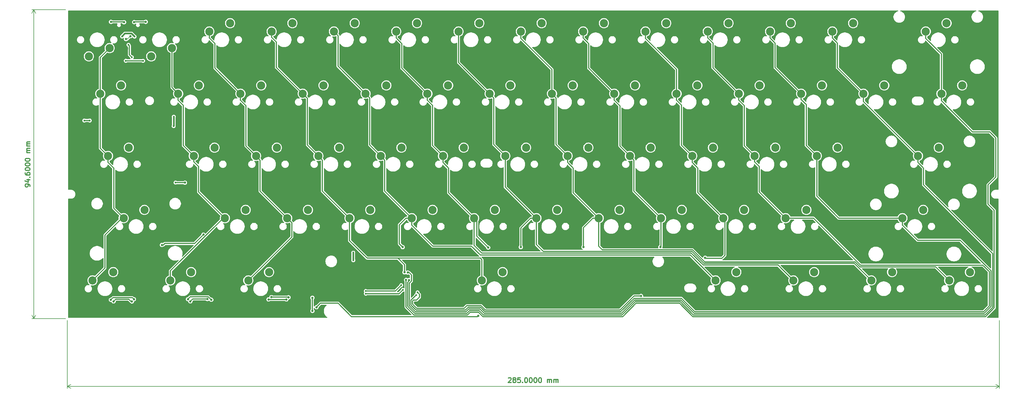
<source format=gtl>
%TF.GenerationSoftware,KiCad,Pcbnew,8.0.3*%
%TF.CreationDate,2025-05-11T02:01:07-04:00*%
%TF.ProjectId,KP60,4b503630-2e6b-4696-9361-645f70636258,rev?*%
%TF.SameCoordinates,Original*%
%TF.FileFunction,Copper,L1,Top*%
%TF.FilePolarity,Positive*%
%FSLAX46Y46*%
G04 Gerber Fmt 4.6, Leading zero omitted, Abs format (unit mm)*
G04 Created by KiCad (PCBNEW 8.0.3) date 2025-05-11 02:01:07*
%MOMM*%
%LPD*%
G01*
G04 APERTURE LIST*
%ADD10C,0.300000*%
%TA.AperFunction,NonConductor*%
%ADD11C,0.300000*%
%TD*%
%TA.AperFunction,NonConductor*%
%ADD12C,0.200000*%
%TD*%
%TA.AperFunction,ComponentPad*%
%ADD13C,2.500000*%
%TD*%
%TA.AperFunction,ComponentPad*%
%ADD14O,1.000000X1.600000*%
%TD*%
%TA.AperFunction,ComponentPad*%
%ADD15O,1.000000X2.100000*%
%TD*%
%TA.AperFunction,ViaPad*%
%ADD16C,0.600000*%
%TD*%
%TA.AperFunction,ViaPad*%
%ADD17C,0.700000*%
%TD*%
%TA.AperFunction,Conductor*%
%ADD18C,0.500000*%
%TD*%
%TA.AperFunction,Conductor*%
%ADD19C,0.300000*%
%TD*%
%TA.AperFunction,Conductor*%
%ADD20C,0.200000*%
%TD*%
G04 APERTURE END LIST*
D10*
D11*
X55188328Y-127935712D02*
X55188328Y-127649998D01*
X55188328Y-127649998D02*
X55116900Y-127507141D01*
X55116900Y-127507141D02*
X55045471Y-127435712D01*
X55045471Y-127435712D02*
X54831185Y-127292855D01*
X54831185Y-127292855D02*
X54545471Y-127221426D01*
X54545471Y-127221426D02*
X53974042Y-127221426D01*
X53974042Y-127221426D02*
X53831185Y-127292855D01*
X53831185Y-127292855D02*
X53759757Y-127364284D01*
X53759757Y-127364284D02*
X53688328Y-127507141D01*
X53688328Y-127507141D02*
X53688328Y-127792855D01*
X53688328Y-127792855D02*
X53759757Y-127935712D01*
X53759757Y-127935712D02*
X53831185Y-128007141D01*
X53831185Y-128007141D02*
X53974042Y-128078569D01*
X53974042Y-128078569D02*
X54331185Y-128078569D01*
X54331185Y-128078569D02*
X54474042Y-128007141D01*
X54474042Y-128007141D02*
X54545471Y-127935712D01*
X54545471Y-127935712D02*
X54616900Y-127792855D01*
X54616900Y-127792855D02*
X54616900Y-127507141D01*
X54616900Y-127507141D02*
X54545471Y-127364284D01*
X54545471Y-127364284D02*
X54474042Y-127292855D01*
X54474042Y-127292855D02*
X54331185Y-127221426D01*
X54188328Y-125935713D02*
X55188328Y-125935713D01*
X53616900Y-126292855D02*
X54688328Y-126649998D01*
X54688328Y-126649998D02*
X54688328Y-125721427D01*
X55045471Y-125149999D02*
X55116900Y-125078570D01*
X55116900Y-125078570D02*
X55188328Y-125149999D01*
X55188328Y-125149999D02*
X55116900Y-125221427D01*
X55116900Y-125221427D02*
X55045471Y-125149999D01*
X55045471Y-125149999D02*
X55188328Y-125149999D01*
X53688328Y-123792856D02*
X53688328Y-124078570D01*
X53688328Y-124078570D02*
X53759757Y-124221427D01*
X53759757Y-124221427D02*
X53831185Y-124292856D01*
X53831185Y-124292856D02*
X54045471Y-124435713D01*
X54045471Y-124435713D02*
X54331185Y-124507141D01*
X54331185Y-124507141D02*
X54902614Y-124507141D01*
X54902614Y-124507141D02*
X55045471Y-124435713D01*
X55045471Y-124435713D02*
X55116900Y-124364284D01*
X55116900Y-124364284D02*
X55188328Y-124221427D01*
X55188328Y-124221427D02*
X55188328Y-123935713D01*
X55188328Y-123935713D02*
X55116900Y-123792856D01*
X55116900Y-123792856D02*
X55045471Y-123721427D01*
X55045471Y-123721427D02*
X54902614Y-123649998D01*
X54902614Y-123649998D02*
X54545471Y-123649998D01*
X54545471Y-123649998D02*
X54402614Y-123721427D01*
X54402614Y-123721427D02*
X54331185Y-123792856D01*
X54331185Y-123792856D02*
X54259757Y-123935713D01*
X54259757Y-123935713D02*
X54259757Y-124221427D01*
X54259757Y-124221427D02*
X54331185Y-124364284D01*
X54331185Y-124364284D02*
X54402614Y-124435713D01*
X54402614Y-124435713D02*
X54545471Y-124507141D01*
X53688328Y-122721427D02*
X53688328Y-122578570D01*
X53688328Y-122578570D02*
X53759757Y-122435713D01*
X53759757Y-122435713D02*
X53831185Y-122364285D01*
X53831185Y-122364285D02*
X53974042Y-122292856D01*
X53974042Y-122292856D02*
X54259757Y-122221427D01*
X54259757Y-122221427D02*
X54616900Y-122221427D01*
X54616900Y-122221427D02*
X54902614Y-122292856D01*
X54902614Y-122292856D02*
X55045471Y-122364285D01*
X55045471Y-122364285D02*
X55116900Y-122435713D01*
X55116900Y-122435713D02*
X55188328Y-122578570D01*
X55188328Y-122578570D02*
X55188328Y-122721427D01*
X55188328Y-122721427D02*
X55116900Y-122864285D01*
X55116900Y-122864285D02*
X55045471Y-122935713D01*
X55045471Y-122935713D02*
X54902614Y-123007142D01*
X54902614Y-123007142D02*
X54616900Y-123078570D01*
X54616900Y-123078570D02*
X54259757Y-123078570D01*
X54259757Y-123078570D02*
X53974042Y-123007142D01*
X53974042Y-123007142D02*
X53831185Y-122935713D01*
X53831185Y-122935713D02*
X53759757Y-122864285D01*
X53759757Y-122864285D02*
X53688328Y-122721427D01*
X53688328Y-121292856D02*
X53688328Y-121149999D01*
X53688328Y-121149999D02*
X53759757Y-121007142D01*
X53759757Y-121007142D02*
X53831185Y-120935714D01*
X53831185Y-120935714D02*
X53974042Y-120864285D01*
X53974042Y-120864285D02*
X54259757Y-120792856D01*
X54259757Y-120792856D02*
X54616900Y-120792856D01*
X54616900Y-120792856D02*
X54902614Y-120864285D01*
X54902614Y-120864285D02*
X55045471Y-120935714D01*
X55045471Y-120935714D02*
X55116900Y-121007142D01*
X55116900Y-121007142D02*
X55188328Y-121149999D01*
X55188328Y-121149999D02*
X55188328Y-121292856D01*
X55188328Y-121292856D02*
X55116900Y-121435714D01*
X55116900Y-121435714D02*
X55045471Y-121507142D01*
X55045471Y-121507142D02*
X54902614Y-121578571D01*
X54902614Y-121578571D02*
X54616900Y-121649999D01*
X54616900Y-121649999D02*
X54259757Y-121649999D01*
X54259757Y-121649999D02*
X53974042Y-121578571D01*
X53974042Y-121578571D02*
X53831185Y-121507142D01*
X53831185Y-121507142D02*
X53759757Y-121435714D01*
X53759757Y-121435714D02*
X53688328Y-121292856D01*
X53688328Y-119864285D02*
X53688328Y-119721428D01*
X53688328Y-119721428D02*
X53759757Y-119578571D01*
X53759757Y-119578571D02*
X53831185Y-119507143D01*
X53831185Y-119507143D02*
X53974042Y-119435714D01*
X53974042Y-119435714D02*
X54259757Y-119364285D01*
X54259757Y-119364285D02*
X54616900Y-119364285D01*
X54616900Y-119364285D02*
X54902614Y-119435714D01*
X54902614Y-119435714D02*
X55045471Y-119507143D01*
X55045471Y-119507143D02*
X55116900Y-119578571D01*
X55116900Y-119578571D02*
X55188328Y-119721428D01*
X55188328Y-119721428D02*
X55188328Y-119864285D01*
X55188328Y-119864285D02*
X55116900Y-120007143D01*
X55116900Y-120007143D02*
X55045471Y-120078571D01*
X55045471Y-120078571D02*
X54902614Y-120150000D01*
X54902614Y-120150000D02*
X54616900Y-120221428D01*
X54616900Y-120221428D02*
X54259757Y-120221428D01*
X54259757Y-120221428D02*
X53974042Y-120150000D01*
X53974042Y-120150000D02*
X53831185Y-120078571D01*
X53831185Y-120078571D02*
X53759757Y-120007143D01*
X53759757Y-120007143D02*
X53688328Y-119864285D01*
X55188328Y-117578572D02*
X54188328Y-117578572D01*
X54331185Y-117578572D02*
X54259757Y-117507143D01*
X54259757Y-117507143D02*
X54188328Y-117364286D01*
X54188328Y-117364286D02*
X54188328Y-117150000D01*
X54188328Y-117150000D02*
X54259757Y-117007143D01*
X54259757Y-117007143D02*
X54402614Y-116935715D01*
X54402614Y-116935715D02*
X55188328Y-116935715D01*
X54402614Y-116935715D02*
X54259757Y-116864286D01*
X54259757Y-116864286D02*
X54188328Y-116721429D01*
X54188328Y-116721429D02*
X54188328Y-116507143D01*
X54188328Y-116507143D02*
X54259757Y-116364286D01*
X54259757Y-116364286D02*
X54402614Y-116292857D01*
X54402614Y-116292857D02*
X55188328Y-116292857D01*
X55188328Y-115578572D02*
X54188328Y-115578572D01*
X54331185Y-115578572D02*
X54259757Y-115507143D01*
X54259757Y-115507143D02*
X54188328Y-115364286D01*
X54188328Y-115364286D02*
X54188328Y-115150000D01*
X54188328Y-115150000D02*
X54259757Y-115007143D01*
X54259757Y-115007143D02*
X54402614Y-114935715D01*
X54402614Y-114935715D02*
X55188328Y-114935715D01*
X54402614Y-114935715D02*
X54259757Y-114864286D01*
X54259757Y-114864286D02*
X54188328Y-114721429D01*
X54188328Y-114721429D02*
X54188328Y-114507143D01*
X54188328Y-114507143D02*
X54259757Y-114364286D01*
X54259757Y-114364286D02*
X54402614Y-114292857D01*
X54402614Y-114292857D02*
X55188328Y-114292857D01*
D12*
X66075000Y-73850000D02*
X55723580Y-73850000D01*
X66075000Y-168450000D02*
X55723580Y-168450000D01*
X56310000Y-73850000D02*
X56310000Y-168450000D01*
X56310000Y-73850000D02*
X56310000Y-168450000D01*
X56310000Y-73850000D02*
X56896421Y-74976504D01*
X56310000Y-73850000D02*
X55723579Y-74976504D01*
X56310000Y-168450000D02*
X55723579Y-167323496D01*
X56310000Y-168450000D02*
X56896421Y-167323496D01*
D10*
D11*
X201432144Y-186651185D02*
X201503572Y-186579757D01*
X201503572Y-186579757D02*
X201646430Y-186508328D01*
X201646430Y-186508328D02*
X202003572Y-186508328D01*
X202003572Y-186508328D02*
X202146430Y-186579757D01*
X202146430Y-186579757D02*
X202217858Y-186651185D01*
X202217858Y-186651185D02*
X202289287Y-186794042D01*
X202289287Y-186794042D02*
X202289287Y-186936900D01*
X202289287Y-186936900D02*
X202217858Y-187151185D01*
X202217858Y-187151185D02*
X201360715Y-188008328D01*
X201360715Y-188008328D02*
X202289287Y-188008328D01*
X203146429Y-187151185D02*
X203003572Y-187079757D01*
X203003572Y-187079757D02*
X202932143Y-187008328D01*
X202932143Y-187008328D02*
X202860715Y-186865471D01*
X202860715Y-186865471D02*
X202860715Y-186794042D01*
X202860715Y-186794042D02*
X202932143Y-186651185D01*
X202932143Y-186651185D02*
X203003572Y-186579757D01*
X203003572Y-186579757D02*
X203146429Y-186508328D01*
X203146429Y-186508328D02*
X203432143Y-186508328D01*
X203432143Y-186508328D02*
X203575001Y-186579757D01*
X203575001Y-186579757D02*
X203646429Y-186651185D01*
X203646429Y-186651185D02*
X203717858Y-186794042D01*
X203717858Y-186794042D02*
X203717858Y-186865471D01*
X203717858Y-186865471D02*
X203646429Y-187008328D01*
X203646429Y-187008328D02*
X203575001Y-187079757D01*
X203575001Y-187079757D02*
X203432143Y-187151185D01*
X203432143Y-187151185D02*
X203146429Y-187151185D01*
X203146429Y-187151185D02*
X203003572Y-187222614D01*
X203003572Y-187222614D02*
X202932143Y-187294042D01*
X202932143Y-187294042D02*
X202860715Y-187436900D01*
X202860715Y-187436900D02*
X202860715Y-187722614D01*
X202860715Y-187722614D02*
X202932143Y-187865471D01*
X202932143Y-187865471D02*
X203003572Y-187936900D01*
X203003572Y-187936900D02*
X203146429Y-188008328D01*
X203146429Y-188008328D02*
X203432143Y-188008328D01*
X203432143Y-188008328D02*
X203575001Y-187936900D01*
X203575001Y-187936900D02*
X203646429Y-187865471D01*
X203646429Y-187865471D02*
X203717858Y-187722614D01*
X203717858Y-187722614D02*
X203717858Y-187436900D01*
X203717858Y-187436900D02*
X203646429Y-187294042D01*
X203646429Y-187294042D02*
X203575001Y-187222614D01*
X203575001Y-187222614D02*
X203432143Y-187151185D01*
X205075000Y-186508328D02*
X204360714Y-186508328D01*
X204360714Y-186508328D02*
X204289286Y-187222614D01*
X204289286Y-187222614D02*
X204360714Y-187151185D01*
X204360714Y-187151185D02*
X204503572Y-187079757D01*
X204503572Y-187079757D02*
X204860714Y-187079757D01*
X204860714Y-187079757D02*
X205003572Y-187151185D01*
X205003572Y-187151185D02*
X205075000Y-187222614D01*
X205075000Y-187222614D02*
X205146429Y-187365471D01*
X205146429Y-187365471D02*
X205146429Y-187722614D01*
X205146429Y-187722614D02*
X205075000Y-187865471D01*
X205075000Y-187865471D02*
X205003572Y-187936900D01*
X205003572Y-187936900D02*
X204860714Y-188008328D01*
X204860714Y-188008328D02*
X204503572Y-188008328D01*
X204503572Y-188008328D02*
X204360714Y-187936900D01*
X204360714Y-187936900D02*
X204289286Y-187865471D01*
X205789285Y-187865471D02*
X205860714Y-187936900D01*
X205860714Y-187936900D02*
X205789285Y-188008328D01*
X205789285Y-188008328D02*
X205717857Y-187936900D01*
X205717857Y-187936900D02*
X205789285Y-187865471D01*
X205789285Y-187865471D02*
X205789285Y-188008328D01*
X206789286Y-186508328D02*
X206932143Y-186508328D01*
X206932143Y-186508328D02*
X207075000Y-186579757D01*
X207075000Y-186579757D02*
X207146429Y-186651185D01*
X207146429Y-186651185D02*
X207217857Y-186794042D01*
X207217857Y-186794042D02*
X207289286Y-187079757D01*
X207289286Y-187079757D02*
X207289286Y-187436900D01*
X207289286Y-187436900D02*
X207217857Y-187722614D01*
X207217857Y-187722614D02*
X207146429Y-187865471D01*
X207146429Y-187865471D02*
X207075000Y-187936900D01*
X207075000Y-187936900D02*
X206932143Y-188008328D01*
X206932143Y-188008328D02*
X206789286Y-188008328D01*
X206789286Y-188008328D02*
X206646429Y-187936900D01*
X206646429Y-187936900D02*
X206575000Y-187865471D01*
X206575000Y-187865471D02*
X206503571Y-187722614D01*
X206503571Y-187722614D02*
X206432143Y-187436900D01*
X206432143Y-187436900D02*
X206432143Y-187079757D01*
X206432143Y-187079757D02*
X206503571Y-186794042D01*
X206503571Y-186794042D02*
X206575000Y-186651185D01*
X206575000Y-186651185D02*
X206646429Y-186579757D01*
X206646429Y-186579757D02*
X206789286Y-186508328D01*
X208217857Y-186508328D02*
X208360714Y-186508328D01*
X208360714Y-186508328D02*
X208503571Y-186579757D01*
X208503571Y-186579757D02*
X208575000Y-186651185D01*
X208575000Y-186651185D02*
X208646428Y-186794042D01*
X208646428Y-186794042D02*
X208717857Y-187079757D01*
X208717857Y-187079757D02*
X208717857Y-187436900D01*
X208717857Y-187436900D02*
X208646428Y-187722614D01*
X208646428Y-187722614D02*
X208575000Y-187865471D01*
X208575000Y-187865471D02*
X208503571Y-187936900D01*
X208503571Y-187936900D02*
X208360714Y-188008328D01*
X208360714Y-188008328D02*
X208217857Y-188008328D01*
X208217857Y-188008328D02*
X208075000Y-187936900D01*
X208075000Y-187936900D02*
X208003571Y-187865471D01*
X208003571Y-187865471D02*
X207932142Y-187722614D01*
X207932142Y-187722614D02*
X207860714Y-187436900D01*
X207860714Y-187436900D02*
X207860714Y-187079757D01*
X207860714Y-187079757D02*
X207932142Y-186794042D01*
X207932142Y-186794042D02*
X208003571Y-186651185D01*
X208003571Y-186651185D02*
X208075000Y-186579757D01*
X208075000Y-186579757D02*
X208217857Y-186508328D01*
X209646428Y-186508328D02*
X209789285Y-186508328D01*
X209789285Y-186508328D02*
X209932142Y-186579757D01*
X209932142Y-186579757D02*
X210003571Y-186651185D01*
X210003571Y-186651185D02*
X210074999Y-186794042D01*
X210074999Y-186794042D02*
X210146428Y-187079757D01*
X210146428Y-187079757D02*
X210146428Y-187436900D01*
X210146428Y-187436900D02*
X210074999Y-187722614D01*
X210074999Y-187722614D02*
X210003571Y-187865471D01*
X210003571Y-187865471D02*
X209932142Y-187936900D01*
X209932142Y-187936900D02*
X209789285Y-188008328D01*
X209789285Y-188008328D02*
X209646428Y-188008328D01*
X209646428Y-188008328D02*
X209503571Y-187936900D01*
X209503571Y-187936900D02*
X209432142Y-187865471D01*
X209432142Y-187865471D02*
X209360713Y-187722614D01*
X209360713Y-187722614D02*
X209289285Y-187436900D01*
X209289285Y-187436900D02*
X209289285Y-187079757D01*
X209289285Y-187079757D02*
X209360713Y-186794042D01*
X209360713Y-186794042D02*
X209432142Y-186651185D01*
X209432142Y-186651185D02*
X209503571Y-186579757D01*
X209503571Y-186579757D02*
X209646428Y-186508328D01*
X211074999Y-186508328D02*
X211217856Y-186508328D01*
X211217856Y-186508328D02*
X211360713Y-186579757D01*
X211360713Y-186579757D02*
X211432142Y-186651185D01*
X211432142Y-186651185D02*
X211503570Y-186794042D01*
X211503570Y-186794042D02*
X211574999Y-187079757D01*
X211574999Y-187079757D02*
X211574999Y-187436900D01*
X211574999Y-187436900D02*
X211503570Y-187722614D01*
X211503570Y-187722614D02*
X211432142Y-187865471D01*
X211432142Y-187865471D02*
X211360713Y-187936900D01*
X211360713Y-187936900D02*
X211217856Y-188008328D01*
X211217856Y-188008328D02*
X211074999Y-188008328D01*
X211074999Y-188008328D02*
X210932142Y-187936900D01*
X210932142Y-187936900D02*
X210860713Y-187865471D01*
X210860713Y-187865471D02*
X210789284Y-187722614D01*
X210789284Y-187722614D02*
X210717856Y-187436900D01*
X210717856Y-187436900D02*
X210717856Y-187079757D01*
X210717856Y-187079757D02*
X210789284Y-186794042D01*
X210789284Y-186794042D02*
X210860713Y-186651185D01*
X210860713Y-186651185D02*
X210932142Y-186579757D01*
X210932142Y-186579757D02*
X211074999Y-186508328D01*
X213360712Y-188008328D02*
X213360712Y-187008328D01*
X213360712Y-187151185D02*
X213432141Y-187079757D01*
X213432141Y-187079757D02*
X213574998Y-187008328D01*
X213574998Y-187008328D02*
X213789284Y-187008328D01*
X213789284Y-187008328D02*
X213932141Y-187079757D01*
X213932141Y-187079757D02*
X214003570Y-187222614D01*
X214003570Y-187222614D02*
X214003570Y-188008328D01*
X214003570Y-187222614D02*
X214074998Y-187079757D01*
X214074998Y-187079757D02*
X214217855Y-187008328D01*
X214217855Y-187008328D02*
X214432141Y-187008328D01*
X214432141Y-187008328D02*
X214574998Y-187079757D01*
X214574998Y-187079757D02*
X214646427Y-187222614D01*
X214646427Y-187222614D02*
X214646427Y-188008328D01*
X215360712Y-188008328D02*
X215360712Y-187008328D01*
X215360712Y-187151185D02*
X215432141Y-187079757D01*
X215432141Y-187079757D02*
X215574998Y-187008328D01*
X215574998Y-187008328D02*
X215789284Y-187008328D01*
X215789284Y-187008328D02*
X215932141Y-187079757D01*
X215932141Y-187079757D02*
X216003570Y-187222614D01*
X216003570Y-187222614D02*
X216003570Y-188008328D01*
X216003570Y-187222614D02*
X216074998Y-187079757D01*
X216074998Y-187079757D02*
X216217855Y-187008328D01*
X216217855Y-187008328D02*
X216432141Y-187008328D01*
X216432141Y-187008328D02*
X216574998Y-187079757D01*
X216574998Y-187079757D02*
X216646427Y-187222614D01*
X216646427Y-187222614D02*
X216646427Y-188008328D01*
D12*
X66575000Y-168950000D02*
X66575000Y-189716420D01*
X351575000Y-168950000D02*
X351575000Y-189716420D01*
X66575000Y-189130000D02*
X351575000Y-189130000D01*
X66575000Y-189130000D02*
X351575000Y-189130000D01*
X66575000Y-189130000D02*
X67701504Y-188543579D01*
X66575000Y-189130000D02*
X67701504Y-189716421D01*
X351575000Y-189130000D02*
X350448496Y-189716421D01*
X351575000Y-189130000D02*
X350448496Y-188543579D01*
D13*
%TO.P,S14,1,1*%
%TO.N,A8*%
X329088750Y-80518000D03*
%TO.P,S14,2,2*%
%TO.N,Net-(D14-A)*%
X335438750Y-77978000D03*
%TD*%
%TO.P,S42,1,1*%
%TO.N,B9*%
X276701250Y-118618000D03*
%TO.P,S42,2,2*%
%TO.N,Net-(D39-A)*%
X283051250Y-116078000D03*
%TD*%
%TO.P,S49,1,1*%
%TO.N,B3*%
X171926250Y-137668000D03*
%TO.P,S49,2,2*%
%TO.N,Net-(D46-A)*%
X178276250Y-135128000D03*
%TD*%
%TO.P,S36,1,1*%
%TO.N,B3*%
X162401250Y-118618000D03*
%TO.P,S36,2,2*%
%TO.N,Net-(D33-A)*%
X168751250Y-116078000D03*
%TD*%
%TO.P,S9,1,1*%
%TO.N,B7*%
X224313750Y-80518000D03*
%TO.P,S9,2,2*%
%TO.N,Net-(D9-A)*%
X230663750Y-77978000D03*
%TD*%
%TO.P,S43,1,1*%
%TO.N,B30*%
X295751250Y-118618000D03*
%TO.P,S43,2,2*%
%TO.N,Net-(D40-A)*%
X302101250Y-116078000D03*
%TD*%
%TO.P,S33,1,1*%
%TO.N,B13*%
X105251250Y-118618000D03*
%TO.P,S33,2,2*%
%TO.N,Net-(D30-A)*%
X111601250Y-116078000D03*
%TD*%
%TO.P,S23,1,1*%
%TO.N,B4*%
X176688750Y-99568000D03*
%TO.P,S23,2,2*%
%TO.N,Net-(D20-A)*%
X183038750Y-97028000D03*
%TD*%
%TO.P,S31,1,1*%
%TO.N,A8*%
X333851250Y-99568000D03*
%TO.P,S31,2,2*%
%TO.N,Net-(D28-A)*%
X340201250Y-97028000D03*
%TD*%
%TO.P,S21,1,1*%
%TO.N,B15*%
X138588750Y-99568000D03*
%TO.P,S21,2,2*%
%TO.N,Net-(D18-A)*%
X144938750Y-97028000D03*
%TD*%
%TO.P,S45,1,1*%
%TO.N,B12*%
X83820000Y-137668000D03*
%TO.P,S45,2,2*%
%TO.N,Net-(D42-A)*%
X90170000Y-135128000D03*
%TD*%
%TO.P,S20,1,1*%
%TO.N,B14*%
X119538750Y-99568000D03*
%TO.P,S20,2,2*%
%TO.N,Net-(D17-A)*%
X125888750Y-97028000D03*
%TD*%
%TO.P,S50,1,1*%
%TO.N,B4*%
X190976250Y-137668000D03*
%TO.P,S50,2,2*%
%TO.N,Net-(D47-A)*%
X197326250Y-135128000D03*
%TD*%
%TO.P,S64,1,1*%
%TO.N,B6*%
X336232500Y-156718000D03*
%TO.P,S64,2,2*%
%TO.N,Net-(D61-A)*%
X342582500Y-154178000D03*
%TD*%
%TO.P,S60,1,1*%
%TO.N,B15*%
X193357500Y-156718000D03*
%TO.P,S60,2,2*%
%TO.N,Net-(D57-A)*%
X199707500Y-154178000D03*
%TD*%
%TO.P,S52,1,1*%
%TO.N,B6*%
X229076250Y-137668000D03*
%TO.P,S52,2,2*%
%TO.N,Net-(D49-A)*%
X235426250Y-135128000D03*
%TD*%
%TO.P,S29,1,1*%
%TO.N,B30*%
X290988750Y-99568000D03*
%TO.P,S29,2,2*%
%TO.N,Net-(D26-A)*%
X297338750Y-97028000D03*
%TD*%
%TO.P,S57,1,1*%
%TO.N,B12*%
X74295000Y-156718000D03*
%TO.P,S57,2,2*%
%TO.N,Net-(D54-A)*%
X80645000Y-154178000D03*
%TD*%
%TO.P,S25,1,1*%
%TO.N,B6*%
X214788750Y-99568000D03*
%TO.P,S25,2,2*%
%TO.N,Net-(D22-A)*%
X221138750Y-97028000D03*
%TD*%
%TO.P,S13,1,1*%
%TO.N,B31*%
X300513750Y-80518000D03*
%TO.P,S13,2,2*%
%TO.N,Net-(D13-A)*%
X306863750Y-77978000D03*
%TD*%
%TO.P,S24,1,1*%
%TO.N,B5*%
X195738750Y-99568000D03*
%TO.P,S24,2,2*%
%TO.N,Net-(D21-A)*%
X202088750Y-97028000D03*
%TD*%
%TO.P,S47,1,1*%
%TO.N,B14*%
X133826250Y-137668000D03*
%TO.P,S47,2,2*%
%TO.N,Net-(D44-A)*%
X140176250Y-135128000D03*
%TD*%
%TO.P,S4,1,1*%
%TO.N,B15*%
X129063750Y-80518000D03*
%TO.P,S4,2,2*%
%TO.N,Net-(D4-A)*%
X135413750Y-77978000D03*
%TD*%
%TO.P,S1,1,1*%
%TO.N,B12*%
X79533750Y-85598000D03*
%TO.P,S1,2,2*%
%TO.N,Net-(D1-A)*%
X73183750Y-88138000D03*
%TD*%
%TO.P,S37,1,1*%
%TO.N,B4*%
X181451250Y-118618000D03*
%TO.P,S37,2,2*%
%TO.N,Net-(D34-A)*%
X187801250Y-116078000D03*
%TD*%
%TO.P,S58,1,1*%
%TO.N,B13*%
X98107500Y-156718000D03*
%TO.P,S58,2,2*%
%TO.N,Net-(D55-A)*%
X104457500Y-154178000D03*
%TD*%
%TO.P,S48,1,1*%
%TO.N,B15*%
X152876250Y-137668000D03*
%TO.P,S48,2,2*%
%TO.N,Net-(D45-A)*%
X159226250Y-135128000D03*
%TD*%
%TO.P,S30,1,1*%
%TO.N,B31*%
X310038750Y-99568000D03*
%TO.P,S30,2,2*%
%TO.N,Net-(D27-A)*%
X316388750Y-97028000D03*
%TD*%
%TO.P,S28,1,1*%
%TO.N,B9*%
X271938750Y-99568000D03*
%TO.P,S28,2,2*%
%TO.N,Net-(D25-A)*%
X278288750Y-97028000D03*
%TD*%
%TO.P,S26,1,1*%
%TO.N,B7*%
X233838750Y-99568000D03*
%TO.P,S26,2,2*%
%TO.N,Net-(D23-A)*%
X240188750Y-97028000D03*
%TD*%
%TO.P,S59,1,1*%
%TO.N,B14*%
X121920000Y-156718000D03*
%TO.P,S59,2,2*%
%TO.N,Net-(D56-A)*%
X128270000Y-154178000D03*
%TD*%
%TO.P,S39,1,1*%
%TO.N,B6*%
X219551250Y-118618000D03*
%TO.P,S39,2,2*%
%TO.N,Net-(D36-A)*%
X225901250Y-116078000D03*
%TD*%
%TO.P,S8,1,1*%
%TO.N,B6*%
X205263750Y-80518000D03*
%TO.P,S8,2,2*%
%TO.N,Net-(D8-A)*%
X211613750Y-77978000D03*
%TD*%
%TO.P,S19,1,1*%
%TO.N,B13*%
X100488750Y-99568000D03*
%TO.P,S19,2,2*%
%TO.N,Net-(D16-A)*%
X106838750Y-97028000D03*
%TD*%
%TO.P,S3,1,1*%
%TO.N,B14*%
X110013750Y-80518000D03*
%TO.P,S3,2,2*%
%TO.N,Net-(D3-A)*%
X116363750Y-77978000D03*
%TD*%
%TO.P,S38,1,1*%
%TO.N,B5*%
X200501250Y-118618000D03*
%TO.P,S38,2,2*%
%TO.N,Net-(D35-A)*%
X206851250Y-116078000D03*
%TD*%
%TO.P,S41,1,1*%
%TO.N,B8*%
X257651250Y-118618000D03*
%TO.P,S41,2,2*%
%TO.N,Net-(D38-A)*%
X264001250Y-116078000D03*
%TD*%
%TO.P,S10,1,1*%
%TO.N,B8*%
X243363750Y-80518000D03*
%TO.P,S10,2,2*%
%TO.N,Net-(D10-A)*%
X249713750Y-77978000D03*
%TD*%
%TO.P,S62,1,1*%
%TO.N,B4*%
X288607500Y-156718000D03*
%TO.P,S62,2,2*%
%TO.N,Net-(D59-A)*%
X294957500Y-154178000D03*
%TD*%
%TO.P,S5,1,1*%
%TO.N,B3*%
X148113750Y-80518000D03*
%TO.P,S5,2,2*%
%TO.N,Net-(D5-A)*%
X154463750Y-77978000D03*
%TD*%
%TO.P,S12,1,1*%
%TO.N,B30*%
X281463750Y-80518000D03*
%TO.P,S12,2,2*%
%TO.N,Net-(D12-A)*%
X287813750Y-77978000D03*
%TD*%
%TO.P,S53,1,1*%
%TO.N,B7*%
X248126250Y-137668000D03*
%TO.P,S53,2,2*%
%TO.N,Net-(D50-A)*%
X254476250Y-135128000D03*
%TD*%
%TO.P,S54,1,1*%
%TO.N,B8*%
X267176250Y-137668000D03*
%TO.P,S54,2,2*%
%TO.N,Net-(D51-A)*%
X273526250Y-135128000D03*
%TD*%
%TO.P,S63,1,1*%
%TO.N,B5*%
X312420000Y-156718000D03*
%TO.P,S63,2,2*%
%TO.N,Net-(D60-A)*%
X318770000Y-154178000D03*
%TD*%
%TO.P,S22,1,1*%
%TO.N,B3*%
X157797500Y-99568000D03*
%TO.P,S22,2,2*%
%TO.N,Net-(D19-A)*%
X164147500Y-97028000D03*
%TD*%
%TO.P,S11,1,1*%
%TO.N,B9*%
X262413750Y-80518000D03*
%TO.P,S11,2,2*%
%TO.N,Net-(D11-A)*%
X268763750Y-77978000D03*
%TD*%
%TO.P,S18,1,1*%
%TO.N,B12*%
X76676250Y-99568000D03*
%TO.P,S18,2,2*%
%TO.N,Net-(D15-A)*%
X83026250Y-97028000D03*
%TD*%
%TO.P,S32,1,1*%
%TO.N,B12*%
X79057500Y-118618000D03*
%TO.P,S32,2,2*%
%TO.N,Net-(D29-A)*%
X85407500Y-116078000D03*
%TD*%
%TO.P,S51,1,1*%
%TO.N,B5*%
X210026250Y-137668000D03*
%TO.P,S51,2,2*%
%TO.N,Net-(D48-A)*%
X216376250Y-135128000D03*
%TD*%
%TO.P,S56,1,1*%
%TO.N,B30*%
X321945000Y-137668000D03*
%TO.P,S56,2,2*%
%TO.N,Net-(D53-A)*%
X328295000Y-135128000D03*
%TD*%
%TO.P,S61,1,1*%
%TO.N,B3*%
X264795000Y-156718000D03*
%TO.P,S61,2,2*%
%TO.N,Net-(D58-A)*%
X271145000Y-154178000D03*
%TD*%
%TO.P,S46,1,1*%
%TO.N,B13*%
X114776250Y-137668000D03*
%TO.P,S46,2,2*%
%TO.N,Net-(D43-A)*%
X121126250Y-135128000D03*
%TD*%
%TO.P,S55,1,1*%
%TO.N,B9*%
X286226250Y-137668000D03*
%TO.P,S55,2,2*%
%TO.N,Net-(D52-A)*%
X292576250Y-135128000D03*
%TD*%
%TO.P,S40,1,1*%
%TO.N,B7*%
X238601250Y-118618000D03*
%TO.P,S40,2,2*%
%TO.N,Net-(D37-A)*%
X244951250Y-116078000D03*
%TD*%
%TO.P,S35,1,1*%
%TO.N,B15*%
X143351250Y-118618000D03*
%TO.P,S35,2,2*%
%TO.N,Net-(D32-A)*%
X149701250Y-116078000D03*
%TD*%
%TO.P,S6,1,1*%
%TO.N,B4*%
X167163750Y-80518000D03*
%TO.P,S6,2,2*%
%TO.N,Net-(D6-A)*%
X173513750Y-77978000D03*
%TD*%
%TO.P,S27,1,1*%
%TO.N,B8*%
X252888750Y-99568000D03*
%TO.P,S27,2,2*%
%TO.N,Net-(D24-A)*%
X259238750Y-97028000D03*
%TD*%
%TO.P,S44,1,1*%
%TO.N,B31*%
X326707500Y-118618000D03*
%TO.P,S44,2,2*%
%TO.N,Net-(D41-A)*%
X333057500Y-116078000D03*
%TD*%
%TO.P,S7,1,1*%
%TO.N,B5*%
X186213750Y-80518000D03*
%TO.P,S7,2,2*%
%TO.N,Net-(D7-A)*%
X192563750Y-77978000D03*
%TD*%
%TO.P,S2,1,1*%
%TO.N,B13*%
X98583750Y-85598000D03*
%TO.P,S2,2,2*%
%TO.N,Net-(D2-A)*%
X92233750Y-88138000D03*
%TD*%
%TO.P,S34,1,1*%
%TO.N,B14*%
X124301250Y-118618000D03*
%TO.P,S34,2,2*%
%TO.N,Net-(D31-A)*%
X130651250Y-116078000D03*
%TD*%
D14*
%TO.P,J1,S1,SHIELD*%
%TO.N,GND*%
X80962500Y-74930000D03*
D15*
X80962500Y-79110000D03*
D14*
X89602500Y-74930000D03*
D15*
X89602500Y-79110000D03*
%TD*%
D16*
%TO.N,+3.3V*%
X99120000Y-109490000D03*
X154050000Y-150550000D03*
X99140000Y-106630000D03*
X154010000Y-148225000D03*
%TO.N,GND*%
X163550000Y-159090000D03*
X84930000Y-85760000D03*
X167060000Y-164780000D03*
X82410000Y-85740000D03*
X172730000Y-151520000D03*
X96000000Y-92860000D03*
%TO.N,+5V*%
X86340000Y-88400000D03*
X85300000Y-84590000D03*
D17*
%TO.N,A5*%
X109406382Y-162419325D03*
D16*
X99685000Y-126780000D03*
D17*
X128111472Y-162551472D03*
X102560000Y-126800000D03*
X104198097Y-163144847D03*
X133581501Y-162544444D03*
X86338529Y-163176750D03*
X80726472Y-163146472D03*
%TO.N,A6*%
X79905327Y-162660000D03*
X134221612Y-161911781D03*
X129008199Y-161844444D03*
X103488380Y-162476750D03*
X110612335Y-162635328D03*
X108210589Y-142710589D03*
X95520000Y-145870000D03*
X86968434Y-162476750D03*
%TO.N,A7*%
X141540000Y-166070000D03*
X192200000Y-167600000D03*
X141520000Y-162030000D03*
X142780000Y-164930000D03*
D16*
%TO.N,A3*%
X84475000Y-89480000D03*
X89750000Y-89500000D03*
%TO.N,A4*%
X71795000Y-107770000D03*
X73445000Y-107770000D03*
%TO.N,VBUS*%
X87130000Y-82090000D03*
X83340000Y-82040000D03*
D17*
%TO.N,Net-(J1-CC2)*%
X87030000Y-77660000D03*
X90570000Y-77560000D03*
%TO.N,D-*%
X84533750Y-82840000D03*
X85880000Y-81950000D03*
%TO.N,Net-(J1-CC1)*%
X83950000Y-77680000D03*
X79940000Y-77580000D03*
%TO.N,B3*%
X169130000Y-146526750D03*
%TO.N,B4*%
X195280000Y-146670000D03*
%TO.N,B5*%
X205260000Y-146526750D03*
%TO.N,B6*%
X224420000Y-146526750D03*
%TO.N,B7*%
X247930000Y-146526750D03*
%TO.N,B8*%
X261610000Y-149780000D03*
D16*
X173680000Y-160410000D03*
D17*
X242010000Y-161490000D03*
D16*
%TO.N,B9*%
X173302964Y-161197501D03*
%TO.N,B13*%
X168680000Y-158190000D03*
X157840000Y-159970000D03*
%TO.N,B14*%
X157864988Y-160769612D03*
X169190000Y-159590000D03*
D17*
%TO.N,B15*%
X169690000Y-154230000D03*
%TO.N,A8*%
X170173480Y-156563527D03*
%TO.N,B30*%
X170686489Y-154306499D03*
%TO.N,B31*%
X171095775Y-156621482D03*
%TD*%
D18*
%TO.N,+3.3V*%
X154010000Y-148225000D02*
X154010000Y-150510000D01*
X99140000Y-106630000D02*
X99140000Y-109470000D01*
X154010000Y-150510000D02*
X154050000Y-150550000D01*
X99140000Y-109470000D02*
X99120000Y-109490000D01*
D19*
%TO.N,GND*%
X82430000Y-85760000D02*
X82410000Y-85740000D01*
X84930000Y-85760000D02*
X82430000Y-85760000D01*
%TO.N,+5V*%
X85300000Y-84590000D02*
X85580000Y-84870000D01*
X85580000Y-87640000D02*
X86340000Y-88400000D01*
X85580000Y-84870000D02*
X85580000Y-87640000D01*
%TO.N,A5*%
X86338529Y-163176750D02*
X86066750Y-163176750D01*
X86066750Y-163176750D02*
X85390000Y-162500000D01*
X99685000Y-126780000D02*
X102540000Y-126780000D01*
X128118500Y-162544444D02*
X128111472Y-162551472D01*
X133581501Y-162544444D02*
X128118500Y-162544444D01*
X104923619Y-162419325D02*
X104198097Y-163144847D01*
X109406382Y-162419325D02*
X104923619Y-162419325D01*
X81372944Y-162500000D02*
X80726472Y-163146472D01*
X102540000Y-126780000D02*
X102560000Y-126800000D01*
X85390000Y-162500000D02*
X81372944Y-162500000D01*
%TO.N,A6*%
X104169702Y-161719325D02*
X103488380Y-162400647D01*
X105511178Y-145410000D02*
X108210589Y-142710589D01*
X87038529Y-162546845D02*
X86491684Y-162000000D01*
X109696332Y-161719325D02*
X104169702Y-161719325D01*
X86968434Y-162476750D02*
X87038529Y-162546845D01*
X99520000Y-145410000D02*
X105511178Y-145410000D01*
X96390000Y-145410000D02*
X99520000Y-145410000D01*
X134154275Y-161844444D02*
X129008199Y-161844444D01*
X86491684Y-162000000D02*
X80565327Y-162000000D01*
X110612335Y-162635328D02*
X109696332Y-161719325D01*
X103488380Y-162400647D02*
X103488380Y-162476750D01*
X95520000Y-145870000D02*
X95930000Y-145870000D01*
X134221612Y-161911781D02*
X134154275Y-161844444D01*
X95930000Y-145870000D02*
X96390000Y-145410000D01*
X80565327Y-162000000D02*
X79905327Y-162660000D01*
%TO.N,A7*%
X192000000Y-167800000D02*
X192200000Y-167600000D01*
X141520000Y-162030000D02*
X141520000Y-166050000D01*
X149376100Y-163706100D02*
X153470000Y-167800000D01*
X153470000Y-167800000D02*
X192000000Y-167800000D01*
X141520000Y-166050000D02*
X141540000Y-166070000D01*
X144003900Y-163706100D02*
X149376100Y-163706100D01*
X142780000Y-164930000D02*
X144003900Y-163706100D01*
%TO.N,A3*%
X89730000Y-89480000D02*
X89750000Y-89500000D01*
X84475000Y-89480000D02*
X89730000Y-89480000D01*
%TO.N,A4*%
X71795000Y-107770000D02*
X73445000Y-107770000D01*
D18*
%TO.N,VBUS*%
X87130000Y-82068629D02*
X87130000Y-82090000D01*
X86211371Y-81150000D02*
X87130000Y-82068629D01*
X84230000Y-81150000D02*
X86211371Y-81150000D01*
X83340000Y-82040000D02*
X84230000Y-81150000D01*
D19*
%TO.N,Net-(J1-CC2)*%
X87130000Y-77560000D02*
X87030000Y-77660000D01*
X90570000Y-77560000D02*
X87130000Y-77560000D01*
D20*
%TO.N,D-*%
X84533750Y-82840000D02*
X84990000Y-82840000D01*
X84990000Y-82840000D02*
X85880000Y-81950000D01*
D19*
%TO.N,Net-(J1-CC1)*%
X83850000Y-77580000D02*
X83950000Y-77680000D01*
X79940000Y-77580000D02*
X83850000Y-77580000D01*
%TO.N,B3*%
X168130000Y-145520000D02*
X168130000Y-139696484D01*
X169130000Y-146520000D02*
X168130000Y-145520000D01*
X157797500Y-99568000D02*
X159047499Y-100817999D01*
X171926250Y-137668000D02*
X171926250Y-139792113D01*
X190140000Y-146230000D02*
X192876000Y-148966000D01*
X163651249Y-129392999D02*
X171926250Y-137668000D01*
X171926250Y-139792113D02*
X178364137Y-146230000D01*
X149363749Y-81767999D02*
X149363749Y-91134249D01*
X159047499Y-115264249D02*
X162401250Y-118618000D01*
X170158484Y-137668000D02*
X171926250Y-137668000D01*
X163651249Y-119867999D02*
X163651249Y-129392999D01*
X162401250Y-118618000D02*
X163651249Y-119867999D01*
X168130000Y-139696484D02*
X170158484Y-137668000D01*
X192876000Y-148966000D02*
X257043000Y-148966000D01*
X178364137Y-146230000D02*
X190140000Y-146230000D01*
X149363749Y-91134249D02*
X157797500Y-99568000D01*
X159047499Y-100817999D02*
X159047499Y-115264249D01*
X169130000Y-146526750D02*
X169130000Y-146520000D01*
X148113750Y-80518000D02*
X149363749Y-81767999D01*
X257043000Y-148966000D02*
X264795000Y-156718000D01*
%TO.N,B4*%
X168860000Y-91739250D02*
X176688750Y-99568000D01*
X176688750Y-101574878D02*
X178290000Y-103176128D01*
X181451250Y-118618000D02*
X181451250Y-120624878D01*
X257360000Y-148330000D02*
X261060000Y-152030000D01*
X193300000Y-148330000D02*
X257360000Y-148330000D01*
X176688750Y-99568000D02*
X176688750Y-101574878D01*
X191820000Y-138511750D02*
X191820000Y-140260000D01*
X190976250Y-137668000D02*
X191820000Y-138511750D01*
X183170000Y-129861750D02*
X190976250Y-137668000D01*
X178290000Y-103176128D02*
X178290000Y-115456750D01*
X178290000Y-115456750D02*
X181451250Y-118618000D01*
X190981250Y-137673000D02*
X190981250Y-146008750D01*
X190980000Y-146010000D02*
X193300000Y-148330000D01*
X167163750Y-82524878D02*
X168860000Y-84221128D01*
X190976250Y-137668000D02*
X190981250Y-137673000D01*
X181451250Y-120624878D02*
X183170000Y-122343628D01*
X283919500Y-152030000D02*
X288607500Y-156718000D01*
X168860000Y-84221128D02*
X168860000Y-91739250D01*
X191820000Y-143210000D02*
X195280000Y-146670000D01*
X183170000Y-122343628D02*
X183170000Y-129861750D01*
X190981250Y-146008750D02*
X190980000Y-146010000D01*
X261060000Y-152030000D02*
X283919500Y-152030000D01*
X167163750Y-80518000D02*
X167163750Y-82524878D01*
X191820000Y-140260000D02*
X191820000Y-143210000D01*
%TO.N,B5*%
X210026250Y-140065000D02*
X210031250Y-140070000D01*
X210026250Y-137668000D02*
X210026250Y-140065000D01*
X196988749Y-115105499D02*
X200501250Y-118618000D01*
X205260000Y-146526750D02*
X205260000Y-140666484D01*
X210031250Y-140070000D02*
X210031250Y-145751250D01*
X212110000Y-147830000D02*
X257567106Y-147830000D01*
X200501250Y-118618000D02*
X200506250Y-118623000D01*
X208258484Y-137668000D02*
X210026250Y-137668000D01*
X186213750Y-80518000D02*
X186218750Y-80523000D01*
X210031250Y-145751250D02*
X212110000Y-147830000D01*
X196988749Y-100817999D02*
X196988749Y-115105499D01*
X186218750Y-80523000D02*
X186218750Y-90048000D01*
X257567106Y-147830000D02*
X261263553Y-151526447D01*
X261263553Y-151526447D02*
X307228447Y-151526447D01*
X307228447Y-151526447D02*
X312420000Y-156718000D01*
X186218750Y-90048000D02*
X195738750Y-99568000D01*
X195738750Y-99568000D02*
X196988749Y-100817999D01*
X205260000Y-140666484D02*
X208258484Y-137668000D01*
X200506250Y-118623000D02*
X200506250Y-128148000D01*
X200506250Y-128148000D02*
X210026250Y-137668000D01*
%TO.N,B6*%
X216038749Y-115105499D02*
X219551250Y-118618000D01*
X307435553Y-151026447D02*
X308987106Y-152578000D01*
X214788750Y-92167113D02*
X214788750Y-99568000D01*
X224420000Y-146526750D02*
X224420000Y-140556484D01*
X214788750Y-99568000D02*
X216038749Y-100817999D01*
X205263750Y-82642113D02*
X214788750Y-92167113D01*
X227308484Y-137668000D02*
X229076250Y-137668000D01*
X229076250Y-137668000D02*
X229081250Y-137673000D01*
X308987106Y-152578000D02*
X332092500Y-152578000D01*
X205263750Y-80518000D02*
X205263750Y-82642113D01*
X219551250Y-118618000D02*
X219551250Y-120624878D01*
X229081250Y-137673000D02*
X229081250Y-146261250D01*
X219551250Y-120624878D02*
X221270000Y-122343628D01*
X257774212Y-147330000D02*
X261470659Y-151026447D01*
X230150000Y-147330000D02*
X257774212Y-147330000D01*
X229081250Y-146261250D02*
X230150000Y-147330000D01*
X261470659Y-151026447D02*
X307435553Y-151026447D01*
X221270000Y-122343628D02*
X221270000Y-129861750D01*
X221270000Y-129861750D02*
X229076250Y-137668000D01*
X224420000Y-140556484D02*
X227308484Y-137668000D01*
X332092500Y-152578000D02*
X336232500Y-156718000D01*
X216038749Y-100817999D02*
X216038749Y-115105499D01*
%TO.N,B7*%
X247930000Y-146526750D02*
X248131250Y-146325500D01*
X233838750Y-99568000D02*
X233838750Y-101574878D01*
X239851249Y-119867999D02*
X239851249Y-129392999D01*
X224313750Y-80518000D02*
X224313750Y-82524878D01*
X235550000Y-115566750D02*
X238601250Y-118618000D01*
X233838750Y-101574878D02*
X235550000Y-103286128D01*
X226010000Y-91739250D02*
X233838750Y-99568000D01*
X239851249Y-129392999D02*
X248126250Y-137668000D01*
X248131250Y-137673000D02*
X248126250Y-137668000D01*
X226010000Y-84221128D02*
X226010000Y-91739250D01*
X235550000Y-103286128D02*
X235550000Y-115566750D01*
X238601250Y-118618000D02*
X239851249Y-119867999D01*
X248131250Y-146325500D02*
X248131250Y-137673000D01*
X224313750Y-82524878D02*
X226010000Y-84221128D01*
%TO.N,B8*%
X259350000Y-129841750D02*
X267176250Y-137668000D01*
X242010000Y-161490000D02*
X239881575Y-161490000D01*
X261760000Y-149930000D02*
X261610000Y-149780000D01*
X193118427Y-164450000D02*
X188770000Y-164450000D01*
X243363750Y-82642113D02*
X252888750Y-92167113D01*
X194468426Y-165800000D02*
X193411320Y-164742893D01*
X239881575Y-161490000D02*
X235571575Y-165800000D01*
X193411320Y-164742893D02*
X193118427Y-164450000D01*
X172173480Y-162993626D02*
X172457106Y-162710000D01*
X257651250Y-118618000D02*
X257651250Y-120624878D01*
X267660000Y-149020000D02*
X266750000Y-149930000D01*
X267660000Y-148940000D02*
X267660000Y-149020000D01*
X257651250Y-120624878D02*
X259350000Y-122323628D01*
X252888750Y-99568000D02*
X252888750Y-101574878D01*
X188770000Y-164450000D02*
X187920000Y-165300000D01*
X235571575Y-165800000D02*
X194468426Y-165800000D01*
X172457106Y-162710000D02*
X173386578Y-162710000D01*
X252888750Y-92167113D02*
X252888750Y-99568000D01*
X267660000Y-138151750D02*
X267660000Y-148940000D01*
X174250558Y-160980558D02*
X173680000Y-160410000D01*
X252888750Y-101574878D02*
X254350000Y-103036128D01*
X267176250Y-137668000D02*
X267660000Y-138151750D01*
X259350000Y-122323628D02*
X259350000Y-129841750D01*
X173386578Y-162710000D02*
X174250558Y-161846020D01*
X174250558Y-161846020D02*
X174250558Y-160980558D01*
X254350000Y-103036128D02*
X254350000Y-115316750D01*
X243363750Y-80518000D02*
X243363750Y-82642113D01*
X266750000Y-149930000D02*
X261760000Y-149930000D01*
X254350000Y-115316750D02*
X257651250Y-118618000D01*
X173448424Y-165300000D02*
X172173480Y-164025056D01*
X172173480Y-164025056D02*
X172173480Y-162993626D01*
X187920000Y-165300000D02*
X173448424Y-165300000D01*
%TO.N,B9*%
X273620000Y-103256128D02*
X273620000Y-115536750D01*
X346530000Y-152040000D02*
X309156212Y-152040000D01*
X276701250Y-118618000D02*
X276701250Y-120385766D01*
X171673480Y-162786520D02*
X171673480Y-164232162D01*
X173241318Y-165800000D02*
X188305788Y-165800000D01*
X271938750Y-101574878D02*
X273620000Y-103256128D01*
X271938750Y-99568000D02*
X271938750Y-101574878D01*
X235778681Y-166300000D02*
X239872581Y-162206100D01*
X309156212Y-152040000D02*
X294784212Y-137668000D01*
X273620000Y-115536750D02*
X276701250Y-118618000D01*
X278170000Y-129611750D02*
X286226250Y-137668000D01*
X346720000Y-166300000D02*
X348500000Y-164520000D01*
X194261319Y-166300000D02*
X235778681Y-166300000D01*
X193204213Y-165242893D02*
X194261319Y-166300000D01*
X278170000Y-121854516D02*
X278170000Y-129611750D01*
X276701250Y-120385766D02*
X278170000Y-121854516D01*
X258471319Y-166300000D02*
X346720000Y-166300000D01*
X192911320Y-164950000D02*
X193204213Y-165242893D01*
X262413750Y-82524878D02*
X264000000Y-84111128D01*
X173262499Y-161197501D02*
X171673480Y-162786520D01*
X173302964Y-161197501D02*
X173262499Y-161197501D01*
X171673480Y-164232162D02*
X173241318Y-165800000D01*
X188305788Y-165800000D02*
X189155788Y-164950000D01*
X348500000Y-154010000D02*
X346530000Y-152040000D01*
X254377419Y-162206100D02*
X258471319Y-166300000D01*
X294784212Y-137668000D02*
X286226250Y-137668000D01*
X264000000Y-84111128D02*
X264000000Y-91629250D01*
X262413750Y-80518000D02*
X262413750Y-82524878D01*
X264000000Y-91629250D02*
X271938750Y-99568000D01*
X239872581Y-162206100D02*
X254377419Y-162206100D01*
X189155788Y-164950000D02*
X192911320Y-164950000D01*
X348500000Y-164520000D02*
X348500000Y-154010000D01*
%TO.N,B12*%
X83286878Y-137668000D02*
X78085900Y-142868978D01*
X79057500Y-118618000D02*
X76681250Y-116241750D01*
X76676250Y-99568000D02*
X76676250Y-88455500D01*
X80770000Y-122337378D02*
X80770000Y-134618000D01*
X80770000Y-134618000D02*
X83820000Y-137668000D01*
X76676250Y-88455500D02*
X79533750Y-85598000D01*
X78085900Y-142868978D02*
X78085900Y-152927100D01*
X76681250Y-99573000D02*
X76676250Y-99568000D01*
X79057500Y-120624878D02*
X80770000Y-122337378D01*
X76681250Y-116241750D02*
X76681250Y-99573000D01*
X78085900Y-152927100D02*
X74295000Y-156718000D01*
X79057500Y-118618000D02*
X79057500Y-120624878D01*
X83820000Y-137668000D02*
X83286878Y-137668000D01*
%TO.N,B13*%
X105251250Y-120385766D02*
X106720000Y-121854516D01*
X100488750Y-99568000D02*
X100488750Y-101574878D01*
X106720000Y-121854516D02*
X106720000Y-129611750D01*
X100488750Y-101574878D02*
X102080000Y-103166128D01*
X114776250Y-137668000D02*
X114243128Y-137668000D01*
X98583750Y-97663000D02*
X100488750Y-99568000D01*
X106720000Y-129611750D02*
X114776250Y-137668000D01*
X102080000Y-115446750D02*
X105251250Y-118618000D01*
X98583750Y-85598000D02*
X98583750Y-97663000D01*
X98107500Y-153803628D02*
X98107500Y-156718000D01*
X102080000Y-103166128D02*
X102080000Y-115446750D01*
X157840000Y-159970000D02*
X166900000Y-159970000D01*
X166900000Y-159970000D02*
X168680000Y-158190000D01*
X114243128Y-137668000D02*
X98107500Y-153803628D01*
X105251250Y-118618000D02*
X105251250Y-120385766D01*
%TO.N,B14*%
X133826250Y-137668000D02*
X135236250Y-139078000D01*
X110013750Y-82524878D02*
X111700000Y-84211128D01*
X135236250Y-139078000D02*
X135236250Y-143401750D01*
X157864988Y-160769612D02*
X168010388Y-160769612D01*
X119538750Y-99568000D02*
X119538750Y-101574878D01*
X111700000Y-91729250D02*
X119538750Y-99568000D01*
X110013750Y-80518000D02*
X110013750Y-82524878D01*
X135236250Y-143401750D02*
X121920000Y-156718000D01*
X121230000Y-103266128D02*
X121230000Y-115546750D01*
X111700000Y-84211128D02*
X111700000Y-91729250D01*
X119538750Y-101574878D02*
X121230000Y-103266128D01*
X124301250Y-118618000D02*
X125551249Y-119867999D01*
X125551249Y-129392999D02*
X133826250Y-137668000D01*
X168010388Y-160769612D02*
X169190000Y-159590000D01*
X121230000Y-115546750D02*
X124301250Y-118618000D01*
X125551249Y-119867999D02*
X125551249Y-129392999D01*
%TO.N,B15*%
X193357500Y-150377500D02*
X192880000Y-149900000D01*
X143351250Y-118618000D02*
X144601249Y-119867999D01*
X152890000Y-137681750D02*
X152876250Y-137668000D01*
X144601249Y-129392999D02*
X152876250Y-137668000D01*
X143351250Y-118618000D02*
X139998750Y-115265500D01*
X129063750Y-82285766D02*
X130530000Y-83752016D01*
X130530000Y-91509250D02*
X138588750Y-99568000D01*
X139998750Y-115265500D02*
X139998750Y-100978000D01*
X169690000Y-154230000D02*
X169690000Y-151930000D01*
X130530000Y-83752016D02*
X130530000Y-91509250D01*
X158260000Y-149900000D02*
X152890000Y-144530000D01*
X152890000Y-144530000D02*
X152890000Y-137681750D01*
X144601249Y-119867999D02*
X144601249Y-129392999D01*
X139998750Y-100978000D02*
X138588750Y-99568000D01*
X193357500Y-156718000D02*
X193357500Y-150377500D01*
X129063750Y-80518000D02*
X129063750Y-82285766D01*
X169690000Y-151930000D02*
X167660000Y-149900000D01*
X167660000Y-149900000D02*
X158260000Y-149900000D01*
X192880000Y-149900000D02*
X167660000Y-149900000D01*
%TO.N,A8*%
X189790000Y-166450000D02*
X188940000Y-167300000D01*
X236400000Y-167800000D02*
X193640000Y-167800000D01*
X348660000Y-111240000D02*
X348660000Y-111300000D01*
X333851250Y-101692113D02*
X343399137Y-111240000D01*
X329088750Y-82642113D02*
X333851250Y-87404613D01*
X350500000Y-113140000D02*
X350500000Y-125060000D01*
X240493900Y-163706100D02*
X236400000Y-167800000D01*
X170173480Y-164853480D02*
X170173480Y-156563527D01*
X350000000Y-135225000D02*
X348130000Y-133355000D01*
X347341321Y-167800000D02*
X350000000Y-165141321D01*
X188940000Y-167300000D02*
X172620000Y-167300000D01*
X172620000Y-167300000D02*
X170173480Y-164853480D01*
X333851250Y-99568000D02*
X333851250Y-101692113D01*
X253756100Y-163706100D02*
X240493900Y-163706100D01*
X350000000Y-165141321D02*
X350000000Y-135225000D01*
X329088750Y-80518000D02*
X329088750Y-82642113D01*
X333851250Y-87404613D02*
X333851250Y-99568000D01*
X348130000Y-127430000D02*
X348130000Y-133355000D01*
X257850000Y-167800000D02*
X253756100Y-163706100D01*
X193640000Y-167800000D02*
X192290000Y-166450000D01*
X192290000Y-166450000D02*
X189790000Y-166450000D01*
X343399137Y-111240000D02*
X348660000Y-111240000D01*
X350500000Y-125060000D02*
X348130000Y-127430000D01*
X348660000Y-111300000D02*
X350500000Y-113140000D01*
X257850000Y-167800000D02*
X347341321Y-167800000D01*
%TO.N,B30*%
X171795775Y-155015775D02*
X171795775Y-156911432D01*
X339637106Y-144440000D02*
X326592887Y-144440000D01*
X321945000Y-139792113D02*
X321945000Y-137668000D01*
X292520000Y-102867016D02*
X292520000Y-115386750D01*
X302478000Y-137668000D02*
X321945000Y-137668000D01*
X254170313Y-162706100D02*
X258264212Y-166799999D01*
X282990000Y-91569250D02*
X290988750Y-99568000D01*
X290988750Y-99568000D02*
X290988750Y-101335766D01*
X240079687Y-162706100D02*
X254170313Y-162706100D01*
X326592887Y-144440000D02*
X321945000Y-139792113D01*
X171086499Y-154306499D02*
X171795775Y-155015775D01*
X349000000Y-164727107D02*
X349000000Y-153802894D01*
X295751250Y-118618000D02*
X295756250Y-118623000D01*
X346927107Y-166800000D02*
X349000000Y-164727107D01*
X258264212Y-166799999D02*
X258264212Y-166800000D01*
X290988750Y-101335766D02*
X292520000Y-102867016D01*
X295756250Y-118623000D02*
X295756250Y-130946250D01*
X170686489Y-154306499D02*
X171086499Y-154306499D01*
X171173480Y-164439268D02*
X173034212Y-166300000D01*
X282990000Y-84051128D02*
X282990000Y-91569250D01*
X192704213Y-165450000D02*
X192997106Y-165742893D01*
X235985787Y-166800000D02*
X240079687Y-162706100D01*
X189362894Y-165450000D02*
X192704213Y-165450000D01*
X295756250Y-130946250D02*
X302478000Y-137668000D01*
X171173480Y-157510000D02*
X171173480Y-164439268D01*
X349000000Y-153802894D02*
X339637106Y-144440000D01*
X173034212Y-166300000D02*
X188512894Y-166300000D01*
X281463750Y-82524878D02*
X282990000Y-84051128D01*
X188512894Y-166300000D02*
X189362894Y-165450000D01*
X281463750Y-80518000D02*
X281463750Y-82524878D01*
X171197207Y-157510000D02*
X171173480Y-157510000D01*
X292520000Y-115386750D02*
X295751250Y-118618000D01*
X258264212Y-166800000D02*
X346927107Y-166800000D01*
X194054212Y-166800000D02*
X235985787Y-166800000D01*
X171795775Y-156911432D02*
X171197207Y-157510000D01*
X192997106Y-165742893D02*
X194054212Y-166800000D01*
%TO.N,B31*%
X253963206Y-163206100D02*
X258057106Y-167300000D01*
X170673480Y-157300000D02*
X170673480Y-164646374D01*
X171095775Y-156621482D02*
X171095775Y-156877705D01*
X349500000Y-148530000D02*
X328410000Y-127440000D01*
X300513750Y-80518000D02*
X300513750Y-82524878D01*
X258057106Y-167300000D02*
X347134214Y-167300000D01*
X172827106Y-166800000D02*
X188720000Y-166800000D01*
X189570000Y-165950000D02*
X192497106Y-165950000D01*
X300513750Y-82524878D02*
X302070000Y-84081128D01*
X240286793Y-163206100D02*
X253963206Y-163206100D01*
X236192893Y-167300000D02*
X240286793Y-163206100D01*
X192497106Y-165950000D02*
X193847106Y-167300000D01*
X349500000Y-164934214D02*
X349500000Y-148530000D01*
X326707500Y-120624878D02*
X326707500Y-118618000D01*
X171095775Y-156877705D02*
X170673480Y-157300000D01*
X302070000Y-84081128D02*
X302070000Y-91599250D01*
X310038750Y-101949250D02*
X326707500Y-118618000D01*
X347134214Y-167300000D02*
X349500000Y-164934214D01*
X188720000Y-166800000D02*
X189570000Y-165950000D01*
X193847106Y-167300000D02*
X236192893Y-167300000D01*
X302070000Y-91599250D02*
X310038750Y-99568000D01*
X310038750Y-99568000D02*
X310038750Y-101949250D01*
X328410000Y-122327378D02*
X326707500Y-120624878D01*
X170673480Y-164646374D02*
X172827106Y-166800000D01*
X328410000Y-127440000D02*
X328410000Y-122327378D01*
%TD*%
%TA.AperFunction,Conductor*%
%TO.N,GND*%
G36*
X320599963Y-74120185D02*
G01*
X320645718Y-74172989D01*
X320655662Y-74242147D01*
X320626637Y-74305703D01*
X320567859Y-74343477D01*
X320565042Y-74344267D01*
X320513974Y-74357951D01*
X320390379Y-74391068D01*
X320175478Y-74480083D01*
X320175467Y-74480088D01*
X319974033Y-74596387D01*
X319974017Y-74596398D01*
X319789482Y-74737996D01*
X319789475Y-74738002D01*
X319625002Y-74902475D01*
X319624996Y-74902482D01*
X319483398Y-75087017D01*
X319483387Y-75087033D01*
X319367088Y-75288467D01*
X319367083Y-75288478D01*
X319278068Y-75503379D01*
X319217863Y-75728071D01*
X319187500Y-75958685D01*
X319187500Y-76191314D01*
X319211115Y-76370680D01*
X319217863Y-76421930D01*
X319223202Y-76441854D01*
X319278068Y-76646620D01*
X319367083Y-76861521D01*
X319367088Y-76861532D01*
X319483387Y-77062966D01*
X319483398Y-77062982D01*
X319624996Y-77247517D01*
X319625002Y-77247524D01*
X319789475Y-77411997D01*
X319789481Y-77412002D01*
X319974026Y-77553608D01*
X319974033Y-77553612D01*
X320175467Y-77669911D01*
X320175472Y-77669913D01*
X320175475Y-77669915D01*
X320282928Y-77714423D01*
X320390379Y-77758931D01*
X320390380Y-77758931D01*
X320390382Y-77758932D01*
X320615070Y-77819137D01*
X320845693Y-77849500D01*
X320845700Y-77849500D01*
X321078300Y-77849500D01*
X321078307Y-77849500D01*
X321308930Y-77819137D01*
X321533618Y-77758932D01*
X321748525Y-77669915D01*
X321949974Y-77553608D01*
X322134519Y-77412002D01*
X322299002Y-77247519D01*
X322440608Y-77062974D01*
X322556915Y-76861525D01*
X322645932Y-76646618D01*
X322706137Y-76421930D01*
X322736500Y-76191307D01*
X322736500Y-75958693D01*
X322706137Y-75728070D01*
X322645932Y-75503382D01*
X322556915Y-75288475D01*
X322556913Y-75288472D01*
X322556911Y-75288467D01*
X322440612Y-75087033D01*
X322440608Y-75087026D01*
X322299002Y-74902481D01*
X322298997Y-74902475D01*
X322134524Y-74738002D01*
X322134517Y-74737996D01*
X321949982Y-74596398D01*
X321949980Y-74596396D01*
X321949974Y-74596392D01*
X321949969Y-74596389D01*
X321949966Y-74596387D01*
X321748532Y-74480088D01*
X321748521Y-74480083D01*
X321533620Y-74391068D01*
X321425784Y-74362174D01*
X321358982Y-74344274D01*
X321299322Y-74307910D01*
X321268793Y-74245063D01*
X321277088Y-74175687D01*
X321321573Y-74121810D01*
X321388125Y-74100535D01*
X321391076Y-74100500D01*
X344408924Y-74100500D01*
X344475963Y-74120185D01*
X344521718Y-74172989D01*
X344531662Y-74242147D01*
X344502637Y-74305703D01*
X344443859Y-74343477D01*
X344441042Y-74344267D01*
X344389974Y-74357951D01*
X344266379Y-74391068D01*
X344051478Y-74480083D01*
X344051467Y-74480088D01*
X343850033Y-74596387D01*
X343850017Y-74596398D01*
X343665482Y-74737996D01*
X343665475Y-74738002D01*
X343501002Y-74902475D01*
X343500996Y-74902482D01*
X343359398Y-75087017D01*
X343359387Y-75087033D01*
X343243088Y-75288467D01*
X343243083Y-75288478D01*
X343154068Y-75503379D01*
X343093863Y-75728071D01*
X343063500Y-75958685D01*
X343063500Y-76191314D01*
X343087115Y-76370680D01*
X343093863Y-76421930D01*
X343099202Y-76441854D01*
X343154068Y-76646620D01*
X343243083Y-76861521D01*
X343243088Y-76861532D01*
X343359387Y-77062966D01*
X343359398Y-77062982D01*
X343500996Y-77247517D01*
X343501002Y-77247524D01*
X343665475Y-77411997D01*
X343665481Y-77412002D01*
X343850026Y-77553608D01*
X343850033Y-77553612D01*
X344051467Y-77669911D01*
X344051472Y-77669913D01*
X344051475Y-77669915D01*
X344158928Y-77714423D01*
X344266379Y-77758931D01*
X344266380Y-77758931D01*
X344266382Y-77758932D01*
X344491070Y-77819137D01*
X344721693Y-77849500D01*
X344721700Y-77849500D01*
X344954300Y-77849500D01*
X344954307Y-77849500D01*
X345184930Y-77819137D01*
X345409618Y-77758932D01*
X345624525Y-77669915D01*
X345825974Y-77553608D01*
X346010519Y-77412002D01*
X346175002Y-77247519D01*
X346316608Y-77062974D01*
X346432915Y-76861525D01*
X346521932Y-76646618D01*
X346582137Y-76421930D01*
X346612500Y-76191307D01*
X346612500Y-75958693D01*
X346582137Y-75728070D01*
X346521932Y-75503382D01*
X346432915Y-75288475D01*
X346432913Y-75288472D01*
X346432911Y-75288467D01*
X346316612Y-75087033D01*
X346316608Y-75087026D01*
X346175002Y-74902481D01*
X346174997Y-74902475D01*
X346010524Y-74738002D01*
X346010517Y-74737996D01*
X345825982Y-74596398D01*
X345825980Y-74596396D01*
X345825974Y-74596392D01*
X345825969Y-74596389D01*
X345825966Y-74596387D01*
X345624532Y-74480088D01*
X345624521Y-74480083D01*
X345409620Y-74391068D01*
X345301784Y-74362174D01*
X345234982Y-74344274D01*
X345175322Y-74307910D01*
X345144793Y-74245063D01*
X345153088Y-74175687D01*
X345197573Y-74121810D01*
X345264125Y-74100535D01*
X345267076Y-74100500D01*
X351200500Y-74100500D01*
X351267539Y-74120185D01*
X351313294Y-74172989D01*
X351324500Y-74224500D01*
X351324500Y-128865500D01*
X351304815Y-128932539D01*
X351252011Y-128978294D01*
X351200500Y-128989500D01*
X350303713Y-128989500D01*
X350255042Y-128997208D01*
X350093760Y-129022753D01*
X349891585Y-129088444D01*
X349702179Y-129184951D01*
X349530213Y-129309890D01*
X349379890Y-129460213D01*
X349254951Y-129632179D01*
X349158444Y-129821585D01*
X349092753Y-130023760D01*
X349059500Y-130233713D01*
X349059500Y-130446286D01*
X349092753Y-130656239D01*
X349158444Y-130858414D01*
X349254951Y-131047820D01*
X349379890Y-131219786D01*
X349530213Y-131370109D01*
X349702179Y-131495048D01*
X349702181Y-131495049D01*
X349702184Y-131495051D01*
X349891588Y-131591557D01*
X350093757Y-131657246D01*
X350303713Y-131690500D01*
X351200500Y-131690500D01*
X351267539Y-131710185D01*
X351313294Y-131762989D01*
X351324500Y-131814500D01*
X351324500Y-168075500D01*
X351304815Y-168142539D01*
X351252011Y-168188294D01*
X351200500Y-168199500D01*
X347878286Y-168199500D01*
X347811247Y-168179815D01*
X347765492Y-168127011D01*
X347755548Y-168057853D01*
X347784573Y-167994297D01*
X347790605Y-167987819D01*
X349057924Y-166720500D01*
X350360489Y-165417935D01*
X350419799Y-165315208D01*
X350430849Y-165273967D01*
X350450500Y-165200630D01*
X350450500Y-135165691D01*
X350419799Y-135051114D01*
X350377869Y-134978489D01*
X350360489Y-134948386D01*
X348616819Y-133204716D01*
X348583334Y-133143393D01*
X348580500Y-133117035D01*
X348580500Y-127667965D01*
X348600185Y-127600926D01*
X348616819Y-127580284D01*
X349719944Y-126477159D01*
X350860489Y-125336614D01*
X350919799Y-125233887D01*
X350926285Y-125209675D01*
X350926286Y-125209675D01*
X350926286Y-125209671D01*
X350950500Y-125119309D01*
X350950500Y-113080691D01*
X350919799Y-112966114D01*
X350919799Y-112966113D01*
X350860489Y-112863386D01*
X349108966Y-111111863D01*
X349082087Y-111071636D01*
X349079801Y-111066117D01*
X349063909Y-111038593D01*
X349020489Y-110963387D01*
X348936613Y-110879511D01*
X348833886Y-110820201D01*
X348719309Y-110789500D01*
X348719306Y-110789500D01*
X343637102Y-110789500D01*
X343570063Y-110769815D01*
X343549421Y-110753181D01*
X337358610Y-104562370D01*
X337325125Y-104501047D01*
X337330109Y-104431355D01*
X337371981Y-104375422D01*
X337437445Y-104351005D01*
X337462471Y-104351749D01*
X337513744Y-104358500D01*
X337513751Y-104358500D01*
X337808749Y-104358500D01*
X337808756Y-104358500D01*
X338101243Y-104319993D01*
X338386202Y-104243639D01*
X338658757Y-104130743D01*
X338914244Y-103983238D01*
X339148292Y-103803646D01*
X339356896Y-103595042D01*
X339536488Y-103360994D01*
X339683993Y-103105507D01*
X339796889Y-102832952D01*
X339873243Y-102547993D01*
X339911750Y-102255506D01*
X339911750Y-102019421D01*
X341615750Y-102019421D01*
X341615750Y-102196578D01*
X341643464Y-102371556D01*
X341698206Y-102540039D01*
X341698207Y-102540042D01*
X341749030Y-102639786D01*
X341778636Y-102697890D01*
X341882767Y-102841214D01*
X342008036Y-102966483D01*
X342151360Y-103070614D01*
X342199393Y-103095088D01*
X342309207Y-103151042D01*
X342309210Y-103151043D01*
X342393451Y-103178414D01*
X342477695Y-103205786D01*
X342652671Y-103233500D01*
X342652672Y-103233500D01*
X342829828Y-103233500D01*
X342829829Y-103233500D01*
X343004805Y-103205786D01*
X343173292Y-103151042D01*
X343331140Y-103070614D01*
X343474464Y-102966483D01*
X343599733Y-102841214D01*
X343703864Y-102697890D01*
X343784292Y-102540042D01*
X343839036Y-102371555D01*
X343866750Y-102196579D01*
X343866750Y-102019421D01*
X343839036Y-101844445D01*
X343784292Y-101675958D01*
X343784292Y-101675957D01*
X343703863Y-101518109D01*
X343599733Y-101374786D01*
X343474464Y-101249517D01*
X343331140Y-101145386D01*
X343325474Y-101142499D01*
X343173292Y-101064957D01*
X343173289Y-101064956D01*
X343004806Y-101010214D01*
X342917317Y-100996357D01*
X342829829Y-100982500D01*
X342652671Y-100982500D01*
X342594345Y-100991738D01*
X342477693Y-101010214D01*
X342309210Y-101064956D01*
X342309207Y-101064957D01*
X342151359Y-101145386D01*
X342090495Y-101189607D01*
X342008036Y-101249517D01*
X342008034Y-101249519D01*
X342008033Y-101249519D01*
X341882769Y-101374783D01*
X341882769Y-101374784D01*
X341882767Y-101374786D01*
X341872967Y-101388275D01*
X341778636Y-101518109D01*
X341698207Y-101675957D01*
X341698206Y-101675960D01*
X341643464Y-101844443D01*
X341615750Y-102019421D01*
X339911750Y-102019421D01*
X339911750Y-101960494D01*
X339873243Y-101668007D01*
X339796889Y-101383048D01*
X339777319Y-101335803D01*
X339741579Y-101249519D01*
X339683993Y-101110493D01*
X339678318Y-101100664D01*
X339536488Y-100855006D01*
X339356897Y-100620959D01*
X339356891Y-100620952D01*
X339148297Y-100412358D01*
X339148290Y-100412352D01*
X338914243Y-100232761D01*
X338658760Y-100085258D01*
X338658750Y-100085254D01*
X338386211Y-99972364D01*
X338386204Y-99972362D01*
X338386202Y-99972361D01*
X338101243Y-99896007D01*
X338052363Y-99889571D01*
X337808763Y-99857500D01*
X337808756Y-99857500D01*
X337513744Y-99857500D01*
X337513736Y-99857500D01*
X337235335Y-99894153D01*
X337221257Y-99896007D01*
X336936298Y-99972361D01*
X336936288Y-99972364D01*
X336663749Y-100085254D01*
X336663739Y-100085258D01*
X336408256Y-100232761D01*
X336174209Y-100412352D01*
X336174202Y-100412358D01*
X335965608Y-100620952D01*
X335965602Y-100620959D01*
X335786011Y-100855006D01*
X335638508Y-101110489D01*
X335638504Y-101110499D01*
X335525614Y-101383038D01*
X335525611Y-101383048D01*
X335461126Y-101623713D01*
X335449258Y-101668004D01*
X335449256Y-101668015D01*
X335410750Y-101960486D01*
X335410750Y-102255499D01*
X335410751Y-102255516D01*
X335417499Y-102306773D01*
X335406733Y-102375808D01*
X335360353Y-102428064D01*
X335293084Y-102446949D01*
X335226284Y-102426468D01*
X335206879Y-102410639D01*
X334338069Y-101541829D01*
X334304584Y-101480506D01*
X334301750Y-101454148D01*
X334301750Y-101142499D01*
X334321435Y-101075460D01*
X334374239Y-101029705D01*
X334378298Y-101027938D01*
X334557335Y-100953779D01*
X334557336Y-100953778D01*
X334557339Y-100953777D01*
X334765429Y-100826259D01*
X334951009Y-100667759D01*
X335109509Y-100482179D01*
X335237027Y-100274089D01*
X335330422Y-100048612D01*
X335387396Y-99811302D01*
X335406544Y-99568000D01*
X335387396Y-99324698D01*
X335330422Y-99087388D01*
X335256261Y-98908346D01*
X335237027Y-98861910D01*
X335109512Y-98653826D01*
X335109511Y-98653823D01*
X335049273Y-98583294D01*
X334951009Y-98468241D01*
X334828313Y-98363449D01*
X334765426Y-98309738D01*
X334765423Y-98309737D01*
X334557338Y-98182222D01*
X334557335Y-98182220D01*
X334378298Y-98108062D01*
X334323894Y-98064221D01*
X334301829Y-97997927D01*
X334301750Y-97993501D01*
X334301750Y-97028000D01*
X338645956Y-97028000D01*
X338665103Y-97271297D01*
X338665103Y-97271300D01*
X338665104Y-97271302D01*
X338714343Y-97476396D01*
X338722080Y-97508619D01*
X338815472Y-97734089D01*
X338942987Y-97942173D01*
X338942988Y-97942176D01*
X338942991Y-97942179D01*
X339101491Y-98127759D01*
X339184205Y-98198403D01*
X339287073Y-98286261D01*
X339287076Y-98286262D01*
X339495160Y-98413777D01*
X339720631Y-98507169D01*
X339720628Y-98507169D01*
X339720634Y-98507170D01*
X339720638Y-98507172D01*
X339957948Y-98564146D01*
X340201250Y-98583294D01*
X340444552Y-98564146D01*
X340681862Y-98507172D01*
X340907339Y-98413777D01*
X341115429Y-98286259D01*
X341301009Y-98127759D01*
X341459509Y-97942179D01*
X341587027Y-97734089D01*
X341680422Y-97508612D01*
X341737396Y-97271302D01*
X341756544Y-97028000D01*
X341737396Y-96784698D01*
X341680422Y-96547388D01*
X341587027Y-96321911D01*
X341587027Y-96321910D01*
X341459512Y-96113826D01*
X341459511Y-96113823D01*
X341423703Y-96071897D01*
X341301009Y-95928241D01*
X341178313Y-95823449D01*
X341115426Y-95769738D01*
X341115423Y-95769737D01*
X340907339Y-95642222D01*
X340681868Y-95548830D01*
X340681871Y-95548830D01*
X340576242Y-95523470D01*
X340444552Y-95491854D01*
X340444550Y-95491853D01*
X340444547Y-95491853D01*
X340201250Y-95472706D01*
X339957952Y-95491853D01*
X339720630Y-95548830D01*
X339495160Y-95642222D01*
X339287076Y-95769737D01*
X339287073Y-95769738D01*
X339101491Y-95928241D01*
X338942988Y-96113823D01*
X338942987Y-96113826D01*
X338815472Y-96321910D01*
X338722080Y-96547380D01*
X338665103Y-96784702D01*
X338645956Y-97028000D01*
X334301750Y-97028000D01*
X334301750Y-91137900D01*
X342593600Y-91137900D01*
X342593600Y-91432099D01*
X342593601Y-91432116D01*
X342626648Y-91683138D01*
X342632002Y-91723800D01*
X342680055Y-91903137D01*
X342708152Y-92007994D01*
X342820734Y-92279794D01*
X342820742Y-92279810D01*
X342967840Y-92534589D01*
X342967851Y-92534605D01*
X343146948Y-92768009D01*
X343146954Y-92768016D01*
X343354983Y-92976045D01*
X343354989Y-92976050D01*
X343588403Y-93155155D01*
X343588410Y-93155159D01*
X343843189Y-93302257D01*
X343843205Y-93302265D01*
X344115005Y-93414847D01*
X344115007Y-93414847D01*
X344115013Y-93414850D01*
X344399200Y-93490998D01*
X344690894Y-93529400D01*
X344690901Y-93529400D01*
X344985099Y-93529400D01*
X344985106Y-93529400D01*
X345276800Y-93490998D01*
X345560987Y-93414850D01*
X345634318Y-93384475D01*
X345832794Y-93302265D01*
X345832797Y-93302263D01*
X345832803Y-93302261D01*
X346087597Y-93155155D01*
X346321011Y-92976050D01*
X346529050Y-92768011D01*
X346708155Y-92534597D01*
X346855261Y-92279803D01*
X346967850Y-92007987D01*
X347043998Y-91723800D01*
X347082400Y-91432106D01*
X347082400Y-91137894D01*
X347043998Y-90846200D01*
X346967850Y-90562013D01*
X346869518Y-90324616D01*
X346855265Y-90290205D01*
X346855257Y-90290189D01*
X346708159Y-90035410D01*
X346708155Y-90035403D01*
X346602504Y-89897716D01*
X346529051Y-89801990D01*
X346529045Y-89801983D01*
X346321016Y-89593954D01*
X346321009Y-89593948D01*
X346087605Y-89414851D01*
X346087603Y-89414849D01*
X346087597Y-89414845D01*
X346087592Y-89414842D01*
X346087589Y-89414840D01*
X345832810Y-89267742D01*
X345832794Y-89267734D01*
X345560994Y-89155152D01*
X345276796Y-89079001D01*
X344985116Y-89040601D01*
X344985111Y-89040600D01*
X344985106Y-89040600D01*
X344690894Y-89040600D01*
X344690888Y-89040600D01*
X344690883Y-89040601D01*
X344399203Y-89079001D01*
X344115005Y-89155152D01*
X343843205Y-89267734D01*
X343843189Y-89267742D01*
X343588410Y-89414840D01*
X343588394Y-89414851D01*
X343354990Y-89593948D01*
X343354983Y-89593954D01*
X343146954Y-89801983D01*
X343146948Y-89801990D01*
X342967851Y-90035394D01*
X342967840Y-90035410D01*
X342820742Y-90290189D01*
X342820734Y-90290205D01*
X342708152Y-90562005D01*
X342632001Y-90846203D01*
X342593601Y-91137883D01*
X342593600Y-91137900D01*
X334301750Y-91137900D01*
X334301750Y-87345306D01*
X334301750Y-87345304D01*
X334271049Y-87230727D01*
X334271049Y-87230726D01*
X334211739Y-87127999D01*
X332596110Y-85512370D01*
X332562625Y-85451047D01*
X332567609Y-85381355D01*
X332609481Y-85325422D01*
X332674945Y-85301005D01*
X332699971Y-85301749D01*
X332751244Y-85308500D01*
X332751251Y-85308500D01*
X333046249Y-85308500D01*
X333046256Y-85308500D01*
X333338743Y-85269993D01*
X333623702Y-85193639D01*
X333896257Y-85080743D01*
X334151744Y-84933238D01*
X334385792Y-84753646D01*
X334594396Y-84545042D01*
X334773988Y-84310994D01*
X334921493Y-84055507D01*
X335034389Y-83782952D01*
X335110743Y-83497993D01*
X335149250Y-83205506D01*
X335149250Y-82969421D01*
X336853250Y-82969421D01*
X336853250Y-83146578D01*
X336880964Y-83321556D01*
X336935706Y-83490039D01*
X336935707Y-83490042D01*
X337012859Y-83641458D01*
X337016136Y-83647890D01*
X337120267Y-83791214D01*
X337245536Y-83916483D01*
X337388860Y-84020614D01*
X337432218Y-84042706D01*
X337546707Y-84101042D01*
X337546710Y-84101043D01*
X337630951Y-84128414D01*
X337715195Y-84155786D01*
X337890171Y-84183500D01*
X337890172Y-84183500D01*
X338067328Y-84183500D01*
X338067329Y-84183500D01*
X338242305Y-84155786D01*
X338410792Y-84101042D01*
X338568640Y-84020614D01*
X338711964Y-83916483D01*
X338837233Y-83791214D01*
X338941364Y-83647890D01*
X339021792Y-83490042D01*
X339076536Y-83321555D01*
X339104250Y-83146579D01*
X339104250Y-82969421D01*
X339076536Y-82794445D01*
X339037741Y-82675044D01*
X339021793Y-82625960D01*
X339021792Y-82625957D01*
X338966928Y-82518282D01*
X338941364Y-82468110D01*
X338837233Y-82324786D01*
X338711964Y-82199517D01*
X338568640Y-82095386D01*
X338562974Y-82092499D01*
X338410792Y-82014957D01*
X338410789Y-82014956D01*
X338242306Y-81960214D01*
X338154817Y-81946357D01*
X338067329Y-81932500D01*
X337890171Y-81932500D01*
X337831845Y-81941738D01*
X337715193Y-81960214D01*
X337546710Y-82014956D01*
X337546707Y-82014957D01*
X337388859Y-82095386D01*
X337307088Y-82154796D01*
X337245536Y-82199517D01*
X337245534Y-82199519D01*
X337245533Y-82199519D01*
X337120269Y-82324783D01*
X337120269Y-82324784D01*
X337120267Y-82324786D01*
X337084080Y-82374593D01*
X337016136Y-82468109D01*
X336935707Y-82625957D01*
X336935706Y-82625960D01*
X336880964Y-82794443D01*
X336853250Y-82969421D01*
X335149250Y-82969421D01*
X335149250Y-82910494D01*
X335110743Y-82618007D01*
X335034389Y-82333048D01*
X335014819Y-82285803D01*
X334979079Y-82199519D01*
X334921493Y-82060493D01*
X334915818Y-82050664D01*
X334773988Y-81805006D01*
X334594397Y-81570959D01*
X334594391Y-81570952D01*
X334385797Y-81362358D01*
X334385790Y-81362352D01*
X334151743Y-81182761D01*
X333896260Y-81035258D01*
X333896250Y-81035254D01*
X333623711Y-80922364D01*
X333623704Y-80922362D01*
X333623702Y-80922361D01*
X333338743Y-80846007D01*
X333289863Y-80839571D01*
X333046263Y-80807500D01*
X333046256Y-80807500D01*
X332751244Y-80807500D01*
X332751236Y-80807500D01*
X332472835Y-80844153D01*
X332458757Y-80846007D01*
X332173798Y-80922361D01*
X332173788Y-80922364D01*
X331901249Y-81035254D01*
X331901239Y-81035258D01*
X331645756Y-81182761D01*
X331411709Y-81362352D01*
X331411702Y-81362358D01*
X331203108Y-81570952D01*
X331203102Y-81570959D01*
X331023511Y-81805006D01*
X330876008Y-82060489D01*
X330876004Y-82060499D01*
X330763114Y-82333038D01*
X330763111Y-82333048D01*
X330688484Y-82611564D01*
X330686758Y-82618004D01*
X330686756Y-82618015D01*
X330648250Y-82910486D01*
X330648250Y-83205499D01*
X330648251Y-83205516D01*
X330654999Y-83256773D01*
X330644233Y-83325808D01*
X330597853Y-83378064D01*
X330530584Y-83396949D01*
X330463784Y-83376468D01*
X330444379Y-83360639D01*
X329575569Y-82491829D01*
X329542084Y-82430506D01*
X329539250Y-82404148D01*
X329539250Y-82092499D01*
X329558935Y-82025460D01*
X329611739Y-81979705D01*
X329615798Y-81977938D01*
X329794835Y-81903779D01*
X329794836Y-81903778D01*
X329794839Y-81903777D01*
X330002929Y-81776259D01*
X330188509Y-81617759D01*
X330347009Y-81432179D01*
X330474527Y-81224089D01*
X330567922Y-80998612D01*
X330624896Y-80761302D01*
X330644044Y-80518000D01*
X330624896Y-80274698D01*
X330567922Y-80037388D01*
X330474527Y-79811911D01*
X330474527Y-79811910D01*
X330347012Y-79603826D01*
X330347011Y-79603823D01*
X330286773Y-79533294D01*
X330188509Y-79418241D01*
X330065813Y-79313449D01*
X330002926Y-79259738D01*
X330002923Y-79259737D01*
X329794839Y-79132222D01*
X329569368Y-79038830D01*
X329569371Y-79038830D01*
X329463742Y-79013470D01*
X329332052Y-78981854D01*
X329332050Y-78981853D01*
X329332047Y-78981853D01*
X329088750Y-78962706D01*
X328845452Y-78981853D01*
X328608130Y-79038830D01*
X328382660Y-79132222D01*
X328174576Y-79259737D01*
X328174573Y-79259738D01*
X327988991Y-79418241D01*
X327830488Y-79603823D01*
X327830487Y-79603826D01*
X327702972Y-79811910D01*
X327609580Y-80037380D01*
X327552603Y-80274702D01*
X327533456Y-80518000D01*
X327552603Y-80761297D01*
X327552603Y-80761300D01*
X327552604Y-80761302D01*
X327591271Y-80922361D01*
X327609580Y-80998619D01*
X327702972Y-81224089D01*
X327830487Y-81432173D01*
X327830488Y-81432176D01*
X327830491Y-81432179D01*
X327988991Y-81617759D01*
X328089187Y-81703334D01*
X328125667Y-81734491D01*
X328163860Y-81792998D01*
X328164359Y-81862866D01*
X328127005Y-81921912D01*
X328063658Y-81951390D01*
X328025737Y-81951254D01*
X327930077Y-81936103D01*
X327907329Y-81932500D01*
X327730171Y-81932500D01*
X327671845Y-81941738D01*
X327555193Y-81960214D01*
X327386710Y-82014956D01*
X327386707Y-82014957D01*
X327228859Y-82095386D01*
X327147088Y-82154796D01*
X327085536Y-82199517D01*
X327085534Y-82199519D01*
X327085533Y-82199519D01*
X326960269Y-82324783D01*
X326960269Y-82324784D01*
X326960267Y-82324786D01*
X326924080Y-82374593D01*
X326856136Y-82468109D01*
X326775707Y-82625957D01*
X326775706Y-82625960D01*
X326720964Y-82794443D01*
X326693250Y-82969421D01*
X326693250Y-83146578D01*
X326720964Y-83321556D01*
X326775706Y-83490039D01*
X326775707Y-83490042D01*
X326852859Y-83641458D01*
X326856136Y-83647890D01*
X326960267Y-83791214D01*
X327085536Y-83916483D01*
X327228860Y-84020614D01*
X327272218Y-84042706D01*
X327386707Y-84101042D01*
X327386710Y-84101043D01*
X327470951Y-84128414D01*
X327555195Y-84155786D01*
X327730171Y-84183500D01*
X327730172Y-84183500D01*
X327907328Y-84183500D01*
X327907329Y-84183500D01*
X328082305Y-84155786D01*
X328250792Y-84101042D01*
X328408640Y-84020614D01*
X328551964Y-83916483D01*
X328677233Y-83791214D01*
X328781364Y-83647890D01*
X328861792Y-83490042D01*
X328897779Y-83379283D01*
X328906623Y-83352065D01*
X328946060Y-83294389D01*
X329010418Y-83267190D01*
X329079265Y-83279104D01*
X329112235Y-83302701D01*
X333364431Y-87554897D01*
X333397916Y-87616220D01*
X333400750Y-87642578D01*
X333400750Y-97993501D01*
X333381065Y-98060540D01*
X333328261Y-98106295D01*
X333324202Y-98108062D01*
X333145164Y-98182220D01*
X333145161Y-98182222D01*
X332937076Y-98309737D01*
X332937073Y-98309738D01*
X332751491Y-98468241D01*
X332592988Y-98653823D01*
X332592987Y-98653826D01*
X332465472Y-98861910D01*
X332372080Y-99087380D01*
X332315103Y-99324702D01*
X332295956Y-99568000D01*
X332315103Y-99811297D01*
X332315103Y-99811300D01*
X332315104Y-99811302D01*
X332353771Y-99972361D01*
X332372080Y-100048619D01*
X332465472Y-100274089D01*
X332592987Y-100482173D01*
X332592988Y-100482176D01*
X332615423Y-100508444D01*
X332751491Y-100667759D01*
X332848365Y-100750497D01*
X332888167Y-100784491D01*
X332926360Y-100842998D01*
X332926859Y-100912866D01*
X332889505Y-100971912D01*
X332826158Y-101001390D01*
X332788237Y-101001254D01*
X332692577Y-100986103D01*
X332669829Y-100982500D01*
X332492671Y-100982500D01*
X332434345Y-100991738D01*
X332317693Y-101010214D01*
X332149210Y-101064956D01*
X332149207Y-101064957D01*
X331991359Y-101145386D01*
X331930495Y-101189607D01*
X331848036Y-101249517D01*
X331848034Y-101249519D01*
X331848033Y-101249519D01*
X331722769Y-101374783D01*
X331722769Y-101374784D01*
X331722767Y-101374786D01*
X331712967Y-101388275D01*
X331618636Y-101518109D01*
X331538207Y-101675957D01*
X331538206Y-101675960D01*
X331483464Y-101844443D01*
X331455750Y-102019421D01*
X331455750Y-102196578D01*
X331483464Y-102371556D01*
X331538206Y-102540039D01*
X331538207Y-102540042D01*
X331589030Y-102639786D01*
X331618636Y-102697890D01*
X331722767Y-102841214D01*
X331848036Y-102966483D01*
X331991360Y-103070614D01*
X332039393Y-103095088D01*
X332149207Y-103151042D01*
X332149210Y-103151043D01*
X332233451Y-103178414D01*
X332317695Y-103205786D01*
X332492671Y-103233500D01*
X332492672Y-103233500D01*
X332669828Y-103233500D01*
X332669829Y-103233500D01*
X332844805Y-103205786D01*
X333013292Y-103151042D01*
X333171140Y-103070614D01*
X333314464Y-102966483D01*
X333439733Y-102841214D01*
X333543864Y-102697890D01*
X333624292Y-102540042D01*
X333626278Y-102533929D01*
X333669123Y-102402065D01*
X333708560Y-102344389D01*
X333772918Y-102317190D01*
X333841765Y-102329104D01*
X333874735Y-102352701D01*
X343122523Y-111600489D01*
X343122524Y-111600490D01*
X343122526Y-111600491D01*
X343181830Y-111634729D01*
X343181833Y-111634732D01*
X343216074Y-111654500D01*
X343225251Y-111659799D01*
X343339828Y-111690500D01*
X348362035Y-111690500D01*
X348429074Y-111710185D01*
X348449716Y-111726819D01*
X350013181Y-113290284D01*
X350046666Y-113351607D01*
X350049500Y-113377965D01*
X350049500Y-124822035D01*
X350029815Y-124889074D01*
X350013181Y-124909716D01*
X347769513Y-127153383D01*
X347769509Y-127153389D01*
X347710201Y-127256112D01*
X347710200Y-127256117D01*
X347679500Y-127370691D01*
X347679500Y-133414308D01*
X347703712Y-133504672D01*
X347710200Y-133528885D01*
X347710200Y-133528886D01*
X347710201Y-133528887D01*
X347769511Y-133631614D01*
X347769513Y-133631616D01*
X349513181Y-135375284D01*
X349546666Y-135436607D01*
X349549500Y-135462965D01*
X349549500Y-147643035D01*
X349529815Y-147710074D01*
X349477011Y-147755829D01*
X349407853Y-147765773D01*
X349344297Y-147736748D01*
X349337819Y-147730716D01*
X336890821Y-135283718D01*
X336857336Y-135222395D01*
X336862320Y-135152703D01*
X336904192Y-135096770D01*
X336969656Y-135072353D01*
X337025955Y-135081476D01*
X337116379Y-135118931D01*
X337116380Y-135118931D01*
X337116382Y-135118932D01*
X337341070Y-135179137D01*
X337571693Y-135209500D01*
X337571700Y-135209500D01*
X337804300Y-135209500D01*
X337804307Y-135209500D01*
X338034930Y-135179137D01*
X338259618Y-135118932D01*
X338474525Y-135029915D01*
X338675974Y-134913608D01*
X338860519Y-134772002D01*
X339025002Y-134607519D01*
X339166608Y-134422974D01*
X339282915Y-134221525D01*
X339371932Y-134006618D01*
X339432137Y-133781930D01*
X339462500Y-133551307D01*
X339462500Y-133318693D01*
X339432137Y-133088070D01*
X339371932Y-132863382D01*
X339282915Y-132648475D01*
X339282913Y-132648472D01*
X339282911Y-132648467D01*
X339166612Y-132447033D01*
X339166608Y-132447026D01*
X339025002Y-132262481D01*
X339024997Y-132262475D01*
X338860524Y-132098002D01*
X338860517Y-132097996D01*
X338675982Y-131956398D01*
X338675980Y-131956396D01*
X338675974Y-131956392D01*
X338675969Y-131956389D01*
X338675966Y-131956387D01*
X338474532Y-131840088D01*
X338474521Y-131840083D01*
X338259620Y-131751068D01*
X338147274Y-131720965D01*
X338034930Y-131690863D01*
X337983680Y-131684115D01*
X337804314Y-131660500D01*
X337804307Y-131660500D01*
X337571693Y-131660500D01*
X337571685Y-131660500D01*
X337366694Y-131687489D01*
X337341070Y-131690863D01*
X337284898Y-131705914D01*
X337116379Y-131751068D01*
X336901478Y-131840083D01*
X336901467Y-131840088D01*
X336700033Y-131956387D01*
X336700017Y-131956398D01*
X336515482Y-132097996D01*
X336515475Y-132098002D01*
X336351002Y-132262475D01*
X336350996Y-132262482D01*
X336209398Y-132447017D01*
X336209387Y-132447033D01*
X336093088Y-132648467D01*
X336093083Y-132648478D01*
X336004068Y-132863379D01*
X335943863Y-133088071D01*
X335913500Y-133318685D01*
X335913500Y-133551314D01*
X335937115Y-133730680D01*
X335943863Y-133781930D01*
X335967391Y-133869737D01*
X336004069Y-134006623D01*
X336041523Y-134097045D01*
X336048992Y-134166514D01*
X336017717Y-134228993D01*
X335957628Y-134264645D01*
X335887802Y-134262151D01*
X335839281Y-134232178D01*
X330845003Y-129237900D01*
X340213600Y-129237900D01*
X340213600Y-129532099D01*
X340213601Y-129532116D01*
X340251710Y-129821588D01*
X340252002Y-129823800D01*
X340269302Y-129888366D01*
X340328152Y-130107994D01*
X340440734Y-130379794D01*
X340440742Y-130379810D01*
X340587840Y-130634589D01*
X340587851Y-130634605D01*
X340766948Y-130868009D01*
X340766954Y-130868016D01*
X340974983Y-131076045D01*
X340974990Y-131076051D01*
X341141205Y-131203592D01*
X341208403Y-131255155D01*
X341208410Y-131255159D01*
X341463189Y-131402257D01*
X341463205Y-131402265D01*
X341735005Y-131514847D01*
X341735007Y-131514847D01*
X341735013Y-131514850D01*
X342019200Y-131590998D01*
X342310894Y-131629400D01*
X342310901Y-131629400D01*
X342605099Y-131629400D01*
X342605106Y-131629400D01*
X342896800Y-131590998D01*
X343180987Y-131514850D01*
X343336343Y-131450500D01*
X343452794Y-131402265D01*
X343452797Y-131402263D01*
X343452803Y-131402261D01*
X343707597Y-131255155D01*
X343941011Y-131076050D01*
X344149050Y-130868011D01*
X344328155Y-130634597D01*
X344475261Y-130379803D01*
X344587850Y-130107987D01*
X344663998Y-129823800D01*
X344702400Y-129532106D01*
X344702400Y-129237894D01*
X344663998Y-128946200D01*
X344587850Y-128662013D01*
X344489518Y-128424616D01*
X344475265Y-128390205D01*
X344475257Y-128390189D01*
X344328159Y-128135410D01*
X344328155Y-128135403D01*
X344222504Y-127997716D01*
X344149051Y-127901990D01*
X344149045Y-127901983D01*
X343941016Y-127693954D01*
X343941009Y-127693948D01*
X343707605Y-127514851D01*
X343707603Y-127514849D01*
X343707597Y-127514845D01*
X343707592Y-127514842D01*
X343707589Y-127514840D01*
X343452810Y-127367742D01*
X343452794Y-127367734D01*
X343180994Y-127255152D01*
X343174444Y-127253397D01*
X342896800Y-127179002D01*
X342896799Y-127179001D01*
X342896796Y-127179001D01*
X342605116Y-127140601D01*
X342605111Y-127140600D01*
X342605106Y-127140600D01*
X342310894Y-127140600D01*
X342310888Y-127140600D01*
X342310883Y-127140601D01*
X342019203Y-127179001D01*
X341735005Y-127255152D01*
X341463205Y-127367734D01*
X341463189Y-127367742D01*
X341208410Y-127514840D01*
X341208394Y-127514851D01*
X340974990Y-127693948D01*
X340974983Y-127693954D01*
X340766954Y-127901983D01*
X340766948Y-127901990D01*
X340587851Y-128135394D01*
X340587840Y-128135410D01*
X340440742Y-128390189D01*
X340440734Y-128390205D01*
X340328152Y-128662005D01*
X340252001Y-128946203D01*
X340213601Y-129237883D01*
X340213600Y-129237900D01*
X330845003Y-129237900D01*
X328896819Y-127289716D01*
X328863334Y-127228393D01*
X328860500Y-127202035D01*
X328860500Y-122974680D01*
X328880185Y-122907641D01*
X328932989Y-122861886D01*
X329002147Y-122851942D01*
X329059985Y-122876303D01*
X329188192Y-122974680D01*
X329264510Y-123033241D01*
X329519989Y-123180741D01*
X329519990Y-123180741D01*
X329519993Y-123180743D01*
X329792548Y-123293639D01*
X330077507Y-123369993D01*
X330369994Y-123408500D01*
X330370001Y-123408500D01*
X330664999Y-123408500D01*
X330665006Y-123408500D01*
X330957493Y-123369993D01*
X331242452Y-123293639D01*
X331515007Y-123180743D01*
X331770494Y-123033238D01*
X332004542Y-122853646D01*
X332213146Y-122645042D01*
X332392738Y-122410994D01*
X332540243Y-122155507D01*
X332653139Y-121882952D01*
X332729493Y-121597993D01*
X332768000Y-121305506D01*
X332768000Y-121069421D01*
X334472000Y-121069421D01*
X334472000Y-121246578D01*
X334499714Y-121421556D01*
X334554456Y-121590039D01*
X334554457Y-121590042D01*
X334634886Y-121747890D01*
X334739017Y-121891214D01*
X334864286Y-122016483D01*
X335007610Y-122120614D01*
X335076077Y-122155500D01*
X335165457Y-122201042D01*
X335165460Y-122201043D01*
X335249701Y-122228414D01*
X335333945Y-122255786D01*
X335508921Y-122283500D01*
X335508922Y-122283500D01*
X335686078Y-122283500D01*
X335686079Y-122283500D01*
X335861055Y-122255786D01*
X336029542Y-122201042D01*
X336187390Y-122120614D01*
X336330714Y-122016483D01*
X336455983Y-121891214D01*
X336560114Y-121747890D01*
X336640542Y-121590042D01*
X336695286Y-121421555D01*
X336723000Y-121246579D01*
X336723000Y-121069421D01*
X336695286Y-120894445D01*
X336640542Y-120725958D01*
X336640542Y-120725957D01*
X336560113Y-120568109D01*
X336535155Y-120533757D01*
X336455983Y-120424786D01*
X336330714Y-120299517D01*
X336187390Y-120195386D01*
X336181724Y-120192499D01*
X336029542Y-120114957D01*
X336029539Y-120114956D01*
X335861056Y-120060214D01*
X335773567Y-120046357D01*
X335686079Y-120032500D01*
X335508921Y-120032500D01*
X335450595Y-120041738D01*
X335333943Y-120060214D01*
X335165460Y-120114956D01*
X335165457Y-120114957D01*
X335007609Y-120195386D01*
X334925838Y-120254796D01*
X334864286Y-120299517D01*
X334864284Y-120299519D01*
X334864283Y-120299519D01*
X334739019Y-120424783D01*
X334739019Y-120424784D01*
X334739017Y-120424786D01*
X334729217Y-120438275D01*
X334634886Y-120568109D01*
X334554457Y-120725957D01*
X334554456Y-120725960D01*
X334499714Y-120894443D01*
X334472000Y-121069421D01*
X332768000Y-121069421D01*
X332768000Y-121010494D01*
X332729493Y-120718007D01*
X332653139Y-120433048D01*
X332633569Y-120385803D01*
X332597829Y-120299519D01*
X332540243Y-120160493D01*
X332534568Y-120150664D01*
X332392738Y-119905006D01*
X332213147Y-119670959D01*
X332213141Y-119670952D01*
X332004547Y-119462358D01*
X332004540Y-119462352D01*
X331770493Y-119282761D01*
X331515010Y-119135258D01*
X331515000Y-119135254D01*
X331242461Y-119022364D01*
X331242454Y-119022362D01*
X331242452Y-119022361D01*
X330957493Y-118946007D01*
X330908613Y-118939571D01*
X330665013Y-118907500D01*
X330665006Y-118907500D01*
X330369994Y-118907500D01*
X330369986Y-118907500D01*
X330091585Y-118944153D01*
X330077507Y-118946007D01*
X329792548Y-119022361D01*
X329792538Y-119022364D01*
X329519999Y-119135254D01*
X329519989Y-119135258D01*
X329264506Y-119282761D01*
X329030459Y-119462352D01*
X329030452Y-119462358D01*
X328821858Y-119670952D01*
X328821852Y-119670959D01*
X328642261Y-119905006D01*
X328494758Y-120160489D01*
X328494754Y-120160499D01*
X328381864Y-120433038D01*
X328381861Y-120433048D01*
X328345672Y-120568110D01*
X328305508Y-120718004D01*
X328305506Y-120718015D01*
X328267000Y-121010486D01*
X328267000Y-121247912D01*
X328247315Y-121314951D01*
X328194511Y-121360706D01*
X328125353Y-121370650D01*
X328061797Y-121341625D01*
X328055319Y-121335593D01*
X327194319Y-120474593D01*
X327160834Y-120413270D01*
X327158000Y-120386912D01*
X327158000Y-120192499D01*
X327177685Y-120125460D01*
X327230489Y-120079705D01*
X327234548Y-120077938D01*
X327413585Y-120003779D01*
X327413586Y-120003778D01*
X327413589Y-120003777D01*
X327621679Y-119876259D01*
X327807259Y-119717759D01*
X327965759Y-119532179D01*
X328093277Y-119324089D01*
X328186672Y-119098612D01*
X328243646Y-118861302D01*
X328262794Y-118618000D01*
X328243646Y-118374698D01*
X328186672Y-118137388D01*
X328112511Y-117958346D01*
X328093277Y-117911910D01*
X327965762Y-117703826D01*
X327965761Y-117703823D01*
X327905523Y-117633294D01*
X327807259Y-117518241D01*
X327684563Y-117413449D01*
X327621676Y-117359738D01*
X327621673Y-117359737D01*
X327413589Y-117232222D01*
X327188118Y-117138830D01*
X327188121Y-117138830D01*
X327082492Y-117113470D01*
X326950802Y-117081854D01*
X326950800Y-117081853D01*
X326950797Y-117081853D01*
X326707500Y-117062706D01*
X326464202Y-117081853D01*
X326226880Y-117138830D01*
X326047846Y-117212989D01*
X325978376Y-117220458D01*
X325915897Y-117189183D01*
X325912712Y-117186109D01*
X324804603Y-116078000D01*
X331502206Y-116078000D01*
X331521353Y-116321297D01*
X331521353Y-116321300D01*
X331521354Y-116321302D01*
X331536499Y-116384386D01*
X331578330Y-116558619D01*
X331671722Y-116784089D01*
X331799237Y-116992173D01*
X331799238Y-116992176D01*
X331799241Y-116992179D01*
X331957741Y-117177759D01*
X332040455Y-117248403D01*
X332143323Y-117336261D01*
X332143326Y-117336262D01*
X332351410Y-117463777D01*
X332576881Y-117557169D01*
X332576878Y-117557169D01*
X332576884Y-117557170D01*
X332576888Y-117557172D01*
X332814198Y-117614146D01*
X333057500Y-117633294D01*
X333300802Y-117614146D01*
X333538112Y-117557172D01*
X333763589Y-117463777D01*
X333971679Y-117336259D01*
X334157259Y-117177759D01*
X334315759Y-116992179D01*
X334443277Y-116784089D01*
X334536672Y-116558612D01*
X334593646Y-116321302D01*
X334612794Y-116078000D01*
X334593646Y-115834698D01*
X334536672Y-115597388D01*
X334535006Y-115593366D01*
X334443277Y-115371910D01*
X334315762Y-115163826D01*
X334315761Y-115163823D01*
X334243227Y-115078897D01*
X334157259Y-114978241D01*
X334027638Y-114867534D01*
X333971676Y-114819738D01*
X333971673Y-114819737D01*
X333763589Y-114692222D01*
X333538118Y-114598830D01*
X333538121Y-114598830D01*
X333432492Y-114573470D01*
X333300802Y-114541854D01*
X333300800Y-114541853D01*
X333300797Y-114541853D01*
X333057500Y-114522706D01*
X332814202Y-114541853D01*
X332576880Y-114598830D01*
X332351410Y-114692222D01*
X332143326Y-114819737D01*
X332143323Y-114819738D01*
X331957741Y-114978241D01*
X331799238Y-115163823D01*
X331799237Y-115163826D01*
X331671722Y-115371910D01*
X331578330Y-115597380D01*
X331578328Y-115597387D01*
X331578328Y-115597388D01*
X331570345Y-115630638D01*
X331521353Y-115834702D01*
X331502206Y-116078000D01*
X324804603Y-116078000D01*
X322785288Y-114058685D01*
X340683500Y-114058685D01*
X340683500Y-114291314D01*
X340707115Y-114470680D01*
X340713863Y-114521930D01*
X340719202Y-114541854D01*
X340774068Y-114746620D01*
X340863083Y-114961521D01*
X340863088Y-114961532D01*
X340979387Y-115162966D01*
X340979398Y-115162982D01*
X341120996Y-115347517D01*
X341121002Y-115347524D01*
X341285475Y-115511997D01*
X341285482Y-115512003D01*
X341374622Y-115580402D01*
X341470026Y-115653608D01*
X341470033Y-115653612D01*
X341671467Y-115769911D01*
X341671472Y-115769913D01*
X341671475Y-115769915D01*
X341776368Y-115813363D01*
X341886379Y-115858931D01*
X341886380Y-115858931D01*
X341886382Y-115858932D01*
X342111070Y-115919137D01*
X342341693Y-115949500D01*
X342341700Y-115949500D01*
X342574300Y-115949500D01*
X342574307Y-115949500D01*
X342804930Y-115919137D01*
X343029618Y-115858932D01*
X343244525Y-115769915D01*
X343445974Y-115653608D01*
X343630519Y-115512002D01*
X343795002Y-115347519D01*
X343936608Y-115162974D01*
X344052915Y-114961525D01*
X344141932Y-114746618D01*
X344202137Y-114521930D01*
X344232500Y-114291307D01*
X344232500Y-114058693D01*
X344202137Y-113828070D01*
X344141932Y-113603382D01*
X344052915Y-113388475D01*
X344052913Y-113388472D01*
X344052911Y-113388467D01*
X343936612Y-113187033D01*
X343936608Y-113187026D01*
X343855016Y-113080693D01*
X343795003Y-113002482D01*
X343794997Y-113002475D01*
X343630524Y-112838002D01*
X343630517Y-112837996D01*
X343445982Y-112696398D01*
X343445980Y-112696396D01*
X343445974Y-112696392D01*
X343445969Y-112696389D01*
X343445966Y-112696387D01*
X343244532Y-112580088D01*
X343244521Y-112580083D01*
X343029620Y-112491068D01*
X342917274Y-112460965D01*
X342804930Y-112430863D01*
X342753680Y-112424115D01*
X342574314Y-112400500D01*
X342574307Y-112400500D01*
X342341693Y-112400500D01*
X342341685Y-112400500D01*
X342136694Y-112427489D01*
X342111070Y-112430863D01*
X342054898Y-112445914D01*
X341886379Y-112491068D01*
X341671478Y-112580083D01*
X341671467Y-112580088D01*
X341470033Y-112696387D01*
X341470017Y-112696398D01*
X341285482Y-112837996D01*
X341285475Y-112838002D01*
X341121002Y-113002475D01*
X341120996Y-113002482D01*
X340979398Y-113187017D01*
X340979387Y-113187033D01*
X340863088Y-113388467D01*
X340863083Y-113388478D01*
X340774068Y-113603379D01*
X340728914Y-113771898D01*
X340713863Y-113828070D01*
X340710489Y-113853694D01*
X340683500Y-114058685D01*
X322785288Y-114058685D01*
X313241265Y-104514662D01*
X313207780Y-104453339D01*
X313212764Y-104383647D01*
X313254636Y-104327714D01*
X313320100Y-104303297D01*
X313361032Y-104307205D01*
X313408757Y-104319993D01*
X313701244Y-104358500D01*
X313701251Y-104358500D01*
X313996249Y-104358500D01*
X313996256Y-104358500D01*
X314288743Y-104319993D01*
X314573702Y-104243639D01*
X314846257Y-104130743D01*
X315101744Y-103983238D01*
X315335792Y-103803646D01*
X315544396Y-103595042D01*
X315723988Y-103360994D01*
X315871493Y-103105507D01*
X315984389Y-102832952D01*
X316060743Y-102547993D01*
X316099250Y-102255506D01*
X316099250Y-102019421D01*
X317803250Y-102019421D01*
X317803250Y-102196578D01*
X317830964Y-102371556D01*
X317885706Y-102540039D01*
X317885707Y-102540042D01*
X317936530Y-102639786D01*
X317966136Y-102697890D01*
X318070267Y-102841214D01*
X318195536Y-102966483D01*
X318338860Y-103070614D01*
X318386893Y-103095088D01*
X318496707Y-103151042D01*
X318496710Y-103151043D01*
X318580951Y-103178414D01*
X318665195Y-103205786D01*
X318840171Y-103233500D01*
X318840172Y-103233500D01*
X319017328Y-103233500D01*
X319017329Y-103233500D01*
X319192305Y-103205786D01*
X319360792Y-103151042D01*
X319518640Y-103070614D01*
X319661964Y-102966483D01*
X319787233Y-102841214D01*
X319891364Y-102697890D01*
X319971792Y-102540042D01*
X320026536Y-102371555D01*
X320054250Y-102196579D01*
X320054250Y-102019421D01*
X320026536Y-101844445D01*
X319971792Y-101675958D01*
X319971792Y-101675957D01*
X319960458Y-101653713D01*
X324789500Y-101653713D01*
X324789500Y-101866286D01*
X324822017Y-102071595D01*
X324822754Y-102076243D01*
X324884069Y-102264951D01*
X324888444Y-102278414D01*
X324984951Y-102467820D01*
X325109890Y-102639786D01*
X325260213Y-102790109D01*
X325432179Y-102915048D01*
X325432181Y-102915049D01*
X325432184Y-102915051D01*
X325621588Y-103011557D01*
X325823757Y-103077246D01*
X326033713Y-103110500D01*
X326033714Y-103110500D01*
X327246286Y-103110500D01*
X327246287Y-103110500D01*
X327456243Y-103077246D01*
X327658412Y-103011557D01*
X327847816Y-102915051D01*
X327949442Y-102841216D01*
X328019786Y-102790109D01*
X328019788Y-102790106D01*
X328019792Y-102790104D01*
X328170104Y-102639792D01*
X328170106Y-102639788D01*
X328170109Y-102639786D01*
X328295048Y-102467820D01*
X328295047Y-102467820D01*
X328295051Y-102467816D01*
X328391557Y-102278412D01*
X328457246Y-102076243D01*
X328490500Y-101866287D01*
X328490500Y-101653713D01*
X328457246Y-101443757D01*
X328391557Y-101241588D01*
X328295051Y-101052184D01*
X328295049Y-101052181D01*
X328295048Y-101052179D01*
X328170109Y-100880213D01*
X328019786Y-100729890D01*
X327847820Y-100604951D01*
X327658414Y-100508444D01*
X327658413Y-100508443D01*
X327658412Y-100508443D01*
X327456243Y-100442754D01*
X327456241Y-100442753D01*
X327456240Y-100442753D01*
X327294957Y-100417208D01*
X327246287Y-100409500D01*
X326033713Y-100409500D01*
X325985042Y-100417208D01*
X325823760Y-100442753D01*
X325621585Y-100508444D01*
X325432179Y-100604951D01*
X325260213Y-100729890D01*
X325109890Y-100880213D01*
X324984951Y-101052179D01*
X324888444Y-101241585D01*
X324822753Y-101443760D01*
X324789500Y-101653713D01*
X319960458Y-101653713D01*
X319891363Y-101518109D01*
X319787233Y-101374786D01*
X319661964Y-101249517D01*
X319518640Y-101145386D01*
X319512974Y-101142499D01*
X319360792Y-101064957D01*
X319360789Y-101064956D01*
X319192306Y-101010214D01*
X319104817Y-100996357D01*
X319017329Y-100982500D01*
X318840171Y-100982500D01*
X318781845Y-100991738D01*
X318665193Y-101010214D01*
X318496710Y-101064956D01*
X318496707Y-101064957D01*
X318338859Y-101145386D01*
X318277995Y-101189607D01*
X318195536Y-101249517D01*
X318195534Y-101249519D01*
X318195533Y-101249519D01*
X318070269Y-101374783D01*
X318070269Y-101374784D01*
X318070267Y-101374786D01*
X318060467Y-101388275D01*
X317966136Y-101518109D01*
X317885707Y-101675957D01*
X317885706Y-101675960D01*
X317830964Y-101844443D01*
X317803250Y-102019421D01*
X316099250Y-102019421D01*
X316099250Y-101960494D01*
X316060743Y-101668007D01*
X315984389Y-101383048D01*
X315964819Y-101335803D01*
X315929079Y-101249519D01*
X315871493Y-101110493D01*
X315865818Y-101100664D01*
X315723988Y-100855006D01*
X315544397Y-100620959D01*
X315544391Y-100620952D01*
X315335797Y-100412358D01*
X315335790Y-100412352D01*
X315101743Y-100232761D01*
X314846260Y-100085258D01*
X314846250Y-100085254D01*
X314573711Y-99972364D01*
X314573704Y-99972362D01*
X314573702Y-99972361D01*
X314288743Y-99896007D01*
X314239863Y-99889571D01*
X313996263Y-99857500D01*
X313996256Y-99857500D01*
X313701244Y-99857500D01*
X313701236Y-99857500D01*
X313422835Y-99894153D01*
X313408757Y-99896007D01*
X313123798Y-99972361D01*
X313123788Y-99972364D01*
X312851249Y-100085254D01*
X312851239Y-100085258D01*
X312595756Y-100232761D01*
X312361709Y-100412352D01*
X312361702Y-100412358D01*
X312153108Y-100620952D01*
X312153102Y-100620959D01*
X311973511Y-100855006D01*
X311826008Y-101110489D01*
X311826004Y-101110499D01*
X311713114Y-101383038D01*
X311713111Y-101383048D01*
X311648626Y-101623713D01*
X311636758Y-101668004D01*
X311636756Y-101668015D01*
X311598250Y-101960486D01*
X311598250Y-102255513D01*
X311618674Y-102410639D01*
X311636757Y-102547993D01*
X311649543Y-102595710D01*
X311647880Y-102665560D01*
X311608717Y-102723422D01*
X311544488Y-102750926D01*
X311475586Y-102739339D01*
X311442087Y-102715484D01*
X310525569Y-101798966D01*
X310492084Y-101737643D01*
X310489250Y-101711285D01*
X310489250Y-101142499D01*
X310508935Y-101075460D01*
X310561739Y-101029705D01*
X310565798Y-101027938D01*
X310744835Y-100953779D01*
X310744836Y-100953778D01*
X310744839Y-100953777D01*
X310952929Y-100826259D01*
X311138509Y-100667759D01*
X311297009Y-100482179D01*
X311424527Y-100274089D01*
X311517922Y-100048612D01*
X311574896Y-99811302D01*
X311594044Y-99568000D01*
X311574896Y-99324698D01*
X311517922Y-99087388D01*
X311443761Y-98908346D01*
X311424527Y-98861910D01*
X311297012Y-98653826D01*
X311297011Y-98653823D01*
X311236773Y-98583294D01*
X311138509Y-98468241D01*
X311015813Y-98363449D01*
X310952926Y-98309738D01*
X310952923Y-98309737D01*
X310744839Y-98182222D01*
X310519368Y-98088830D01*
X310519371Y-98088830D01*
X310401536Y-98060540D01*
X310282052Y-98031854D01*
X310282050Y-98031853D01*
X310282047Y-98031853D01*
X310038750Y-98012706D01*
X309795452Y-98031853D01*
X309558130Y-98088830D01*
X309379096Y-98162989D01*
X309309626Y-98170458D01*
X309247147Y-98139183D01*
X309243962Y-98136109D01*
X308135853Y-97028000D01*
X314833456Y-97028000D01*
X314852603Y-97271297D01*
X314852603Y-97271300D01*
X314852604Y-97271302D01*
X314901843Y-97476396D01*
X314909580Y-97508619D01*
X315002972Y-97734089D01*
X315130487Y-97942173D01*
X315130488Y-97942176D01*
X315130491Y-97942179D01*
X315288991Y-98127759D01*
X315371705Y-98198403D01*
X315474573Y-98286261D01*
X315474576Y-98286262D01*
X315682660Y-98413777D01*
X315908131Y-98507169D01*
X315908128Y-98507169D01*
X315908134Y-98507170D01*
X315908138Y-98507172D01*
X316145448Y-98564146D01*
X316388750Y-98583294D01*
X316632052Y-98564146D01*
X316869362Y-98507172D01*
X317094839Y-98413777D01*
X317302929Y-98286259D01*
X317488509Y-98127759D01*
X317647009Y-97942179D01*
X317774527Y-97734089D01*
X317867922Y-97508612D01*
X317924896Y-97271302D01*
X317944044Y-97028000D01*
X317924896Y-96784698D01*
X317867922Y-96547388D01*
X317774527Y-96321911D01*
X317774527Y-96321910D01*
X317647012Y-96113826D01*
X317647011Y-96113823D01*
X317611203Y-96071897D01*
X317488509Y-95928241D01*
X317365813Y-95823449D01*
X317302926Y-95769738D01*
X317302923Y-95769737D01*
X317094839Y-95642222D01*
X316869368Y-95548830D01*
X316869371Y-95548830D01*
X316763742Y-95523470D01*
X316632052Y-95491854D01*
X316632050Y-95491853D01*
X316632047Y-95491853D01*
X316388750Y-95472706D01*
X316145452Y-95491853D01*
X315908130Y-95548830D01*
X315682660Y-95642222D01*
X315474576Y-95769737D01*
X315474573Y-95769738D01*
X315288991Y-95928241D01*
X315130488Y-96113823D01*
X315130487Y-96113826D01*
X315002972Y-96321910D01*
X314909580Y-96547380D01*
X314852603Y-96784702D01*
X314833456Y-97028000D01*
X308135853Y-97028000D01*
X302556819Y-91448966D01*
X302523334Y-91387643D01*
X302520500Y-91361285D01*
X302520500Y-91137900D01*
X318717600Y-91137900D01*
X318717600Y-91432099D01*
X318717601Y-91432116D01*
X318750648Y-91683138D01*
X318756002Y-91723800D01*
X318804055Y-91903137D01*
X318832152Y-92007994D01*
X318944734Y-92279794D01*
X318944742Y-92279810D01*
X319091840Y-92534589D01*
X319091851Y-92534605D01*
X319270948Y-92768009D01*
X319270954Y-92768016D01*
X319478983Y-92976045D01*
X319478989Y-92976050D01*
X319712403Y-93155155D01*
X319712410Y-93155159D01*
X319967189Y-93302257D01*
X319967205Y-93302265D01*
X320239005Y-93414847D01*
X320239007Y-93414847D01*
X320239013Y-93414850D01*
X320523200Y-93490998D01*
X320814894Y-93529400D01*
X320814901Y-93529400D01*
X321109099Y-93529400D01*
X321109106Y-93529400D01*
X321400800Y-93490998D01*
X321684987Y-93414850D01*
X321758318Y-93384475D01*
X321956794Y-93302265D01*
X321956797Y-93302263D01*
X321956803Y-93302261D01*
X322211597Y-93155155D01*
X322445011Y-92976050D01*
X322653050Y-92768011D01*
X322832155Y-92534597D01*
X322979261Y-92279803D01*
X323091850Y-92007987D01*
X323167998Y-91723800D01*
X323206400Y-91432106D01*
X323206400Y-91137894D01*
X323167998Y-90846200D01*
X323091850Y-90562013D01*
X322993518Y-90324616D01*
X322979265Y-90290205D01*
X322979257Y-90290189D01*
X322832159Y-90035410D01*
X322832155Y-90035403D01*
X322726504Y-89897716D01*
X322653051Y-89801990D01*
X322653045Y-89801983D01*
X322445016Y-89593954D01*
X322445009Y-89593948D01*
X322211605Y-89414851D01*
X322211603Y-89414849D01*
X322211597Y-89414845D01*
X322211592Y-89414842D01*
X322211589Y-89414840D01*
X321956810Y-89267742D01*
X321956794Y-89267734D01*
X321684994Y-89155152D01*
X321400796Y-89079001D01*
X321109116Y-89040601D01*
X321109111Y-89040600D01*
X321109106Y-89040600D01*
X320814894Y-89040600D01*
X320814888Y-89040600D01*
X320814883Y-89040601D01*
X320523203Y-89079001D01*
X320239005Y-89155152D01*
X319967205Y-89267734D01*
X319967189Y-89267742D01*
X319712410Y-89414840D01*
X319712394Y-89414851D01*
X319478990Y-89593948D01*
X319478983Y-89593954D01*
X319270954Y-89801983D01*
X319270948Y-89801990D01*
X319091851Y-90035394D01*
X319091840Y-90035410D01*
X318944742Y-90290189D01*
X318944734Y-90290205D01*
X318832152Y-90562005D01*
X318756001Y-90846203D01*
X318717601Y-91137883D01*
X318717600Y-91137900D01*
X302520500Y-91137900D01*
X302520500Y-84736801D01*
X302540185Y-84669762D01*
X302592989Y-84624007D01*
X302662147Y-84614063D01*
X302725703Y-84643088D01*
X302732181Y-84649120D01*
X302836702Y-84753641D01*
X302836709Y-84753647D01*
X303070756Y-84933238D01*
X303326239Y-85080741D01*
X303326240Y-85080741D01*
X303326243Y-85080743D01*
X303598798Y-85193639D01*
X303883757Y-85269993D01*
X304176244Y-85308500D01*
X304176251Y-85308500D01*
X304471249Y-85308500D01*
X304471256Y-85308500D01*
X304763743Y-85269993D01*
X305048702Y-85193639D01*
X305321257Y-85080743D01*
X305576744Y-84933238D01*
X305810792Y-84753646D01*
X306019396Y-84545042D01*
X306198988Y-84310994D01*
X306346493Y-84055507D01*
X306459389Y-83782952D01*
X306535743Y-83497993D01*
X306574250Y-83205506D01*
X306574250Y-82969421D01*
X308278250Y-82969421D01*
X308278250Y-83146578D01*
X308305964Y-83321556D01*
X308360706Y-83490039D01*
X308360707Y-83490042D01*
X308437859Y-83641458D01*
X308441136Y-83647890D01*
X308545267Y-83791214D01*
X308670536Y-83916483D01*
X308813860Y-84020614D01*
X308857218Y-84042706D01*
X308971707Y-84101042D01*
X308971710Y-84101043D01*
X309055951Y-84128414D01*
X309140195Y-84155786D01*
X309315171Y-84183500D01*
X309315172Y-84183500D01*
X309492328Y-84183500D01*
X309492329Y-84183500D01*
X309667305Y-84155786D01*
X309835792Y-84101042D01*
X309993640Y-84020614D01*
X310136964Y-83916483D01*
X310262233Y-83791214D01*
X310366364Y-83647890D01*
X310446792Y-83490042D01*
X310501536Y-83321555D01*
X310529250Y-83146579D01*
X310529250Y-82969421D01*
X310501536Y-82794445D01*
X310462741Y-82675044D01*
X310446793Y-82625960D01*
X310446792Y-82625957D01*
X310391928Y-82518282D01*
X310366364Y-82468110D01*
X310262233Y-82324786D01*
X310136964Y-82199517D01*
X309993640Y-82095386D01*
X309987974Y-82092499D01*
X309835792Y-82014957D01*
X309835789Y-82014956D01*
X309667306Y-81960214D01*
X309579817Y-81946357D01*
X309492329Y-81932500D01*
X309315171Y-81932500D01*
X309256845Y-81941738D01*
X309140193Y-81960214D01*
X308971710Y-82014956D01*
X308971707Y-82014957D01*
X308813859Y-82095386D01*
X308732088Y-82154796D01*
X308670536Y-82199517D01*
X308670534Y-82199519D01*
X308670533Y-82199519D01*
X308545269Y-82324783D01*
X308545269Y-82324784D01*
X308545267Y-82324786D01*
X308509080Y-82374593D01*
X308441136Y-82468109D01*
X308360707Y-82625957D01*
X308360706Y-82625960D01*
X308305964Y-82794443D01*
X308278250Y-82969421D01*
X306574250Y-82969421D01*
X306574250Y-82910494D01*
X306535743Y-82618007D01*
X306459389Y-82333048D01*
X306439819Y-82285803D01*
X306404079Y-82199519D01*
X306346493Y-82060493D01*
X306340818Y-82050664D01*
X306198988Y-81805006D01*
X306019397Y-81570959D01*
X306019391Y-81570952D01*
X305810797Y-81362358D01*
X305810790Y-81362352D01*
X305576743Y-81182761D01*
X305321260Y-81035258D01*
X305321250Y-81035254D01*
X305048711Y-80922364D01*
X305048704Y-80922362D01*
X305048702Y-80922361D01*
X304763743Y-80846007D01*
X304714863Y-80839571D01*
X304471263Y-80807500D01*
X304471256Y-80807500D01*
X304176244Y-80807500D01*
X304176236Y-80807500D01*
X303897835Y-80844153D01*
X303883757Y-80846007D01*
X303598798Y-80922361D01*
X303598788Y-80922364D01*
X303326249Y-81035254D01*
X303326239Y-81035258D01*
X303070756Y-81182761D01*
X302836709Y-81362352D01*
X302836702Y-81362358D01*
X302628108Y-81570952D01*
X302628102Y-81570959D01*
X302448511Y-81805006D01*
X302301008Y-82060489D01*
X302301004Y-82060499D01*
X302188114Y-82333038D01*
X302188111Y-82333048D01*
X302113484Y-82611564D01*
X302111758Y-82618004D01*
X302111756Y-82618015D01*
X302073250Y-82910486D01*
X302073250Y-83147912D01*
X302053565Y-83214951D01*
X302000761Y-83260706D01*
X301931603Y-83270650D01*
X301868047Y-83241625D01*
X301861569Y-83235593D01*
X301000569Y-82374593D01*
X300967084Y-82313270D01*
X300964250Y-82286912D01*
X300964250Y-82092499D01*
X300983935Y-82025460D01*
X301036739Y-81979705D01*
X301040798Y-81977938D01*
X301219835Y-81903779D01*
X301219836Y-81903778D01*
X301219839Y-81903777D01*
X301427929Y-81776259D01*
X301613509Y-81617759D01*
X301772009Y-81432179D01*
X301899527Y-81224089D01*
X301992922Y-80998612D01*
X302049896Y-80761302D01*
X302069044Y-80518000D01*
X302049896Y-80274698D01*
X301992922Y-80037388D01*
X301899527Y-79811911D01*
X301899527Y-79811910D01*
X301772012Y-79603826D01*
X301772011Y-79603823D01*
X301711773Y-79533294D01*
X301613509Y-79418241D01*
X301490813Y-79313449D01*
X301427926Y-79259738D01*
X301427923Y-79259737D01*
X301219839Y-79132222D01*
X300994368Y-79038830D01*
X300994371Y-79038830D01*
X300888742Y-79013470D01*
X300757052Y-78981854D01*
X300757050Y-78981853D01*
X300757047Y-78981853D01*
X300513750Y-78962706D01*
X300270452Y-78981853D01*
X300033130Y-79038830D01*
X299807660Y-79132222D01*
X299599576Y-79259737D01*
X299599573Y-79259738D01*
X299413991Y-79418241D01*
X299255488Y-79603823D01*
X299255487Y-79603826D01*
X299127972Y-79811910D01*
X299034580Y-80037380D01*
X298977603Y-80274702D01*
X298958456Y-80518000D01*
X298977603Y-80761297D01*
X298977603Y-80761300D01*
X298977604Y-80761302D01*
X299016271Y-80922361D01*
X299034580Y-80998619D01*
X299127972Y-81224089D01*
X299255487Y-81432173D01*
X299255488Y-81432176D01*
X299255491Y-81432179D01*
X299413991Y-81617759D01*
X299514187Y-81703334D01*
X299550667Y-81734491D01*
X299588860Y-81792998D01*
X299589359Y-81862866D01*
X299552005Y-81921912D01*
X299488658Y-81951390D01*
X299450737Y-81951254D01*
X299355077Y-81936103D01*
X299332329Y-81932500D01*
X299155171Y-81932500D01*
X299096845Y-81941738D01*
X298980193Y-81960214D01*
X298811710Y-82014956D01*
X298811707Y-82014957D01*
X298653859Y-82095386D01*
X298572088Y-82154796D01*
X298510536Y-82199517D01*
X298510534Y-82199519D01*
X298510533Y-82199519D01*
X298385269Y-82324783D01*
X298385269Y-82324784D01*
X298385267Y-82324786D01*
X298349080Y-82374593D01*
X298281136Y-82468109D01*
X298200707Y-82625957D01*
X298200706Y-82625960D01*
X298145964Y-82794443D01*
X298118250Y-82969421D01*
X298118250Y-83146578D01*
X298145964Y-83321556D01*
X298200706Y-83490039D01*
X298200707Y-83490042D01*
X298277859Y-83641458D01*
X298281136Y-83647890D01*
X298385267Y-83791214D01*
X298510536Y-83916483D01*
X298653860Y-84020614D01*
X298697218Y-84042706D01*
X298811707Y-84101042D01*
X298811710Y-84101043D01*
X298895951Y-84128414D01*
X298980195Y-84155786D01*
X299155171Y-84183500D01*
X299155172Y-84183500D01*
X299332328Y-84183500D01*
X299332329Y-84183500D01*
X299507305Y-84155786D01*
X299675792Y-84101042D01*
X299833640Y-84020614D01*
X299976964Y-83916483D01*
X300102233Y-83791214D01*
X300206364Y-83647890D01*
X300286792Y-83490042D01*
X300341536Y-83321555D01*
X300348831Y-83275495D01*
X300378758Y-83212365D01*
X300438069Y-83175433D01*
X300507931Y-83176429D01*
X300558984Y-83207215D01*
X301583181Y-84231412D01*
X301616666Y-84292735D01*
X301619500Y-84319093D01*
X301619500Y-91658559D01*
X301642163Y-91743137D01*
X301642162Y-91743137D01*
X301642163Y-91743139D01*
X301650199Y-91773133D01*
X301650200Y-91773135D01*
X301650201Y-91773137D01*
X301709511Y-91875864D01*
X301709513Y-91875866D01*
X308606859Y-98773212D01*
X308640344Y-98834535D01*
X308635360Y-98904227D01*
X308633739Y-98908346D01*
X308559580Y-99087380D01*
X308502603Y-99324702D01*
X308483456Y-99568000D01*
X308502603Y-99811297D01*
X308502603Y-99811300D01*
X308502604Y-99811302D01*
X308541271Y-99972361D01*
X308559580Y-100048619D01*
X308652972Y-100274089D01*
X308780487Y-100482173D01*
X308780488Y-100482176D01*
X308802923Y-100508444D01*
X308938991Y-100667759D01*
X309035865Y-100750497D01*
X309075667Y-100784491D01*
X309113860Y-100842998D01*
X309114359Y-100912866D01*
X309077005Y-100971912D01*
X309013658Y-101001390D01*
X308975737Y-101001254D01*
X308880077Y-100986103D01*
X308857329Y-100982500D01*
X308680171Y-100982500D01*
X308621845Y-100991738D01*
X308505193Y-101010214D01*
X308336710Y-101064956D01*
X308336707Y-101064957D01*
X308178859Y-101145386D01*
X308117995Y-101189607D01*
X308035536Y-101249517D01*
X308035534Y-101249519D01*
X308035533Y-101249519D01*
X307910269Y-101374783D01*
X307910269Y-101374784D01*
X307910267Y-101374786D01*
X307900467Y-101388275D01*
X307806136Y-101518109D01*
X307725707Y-101675957D01*
X307725706Y-101675960D01*
X307670964Y-101844443D01*
X307643250Y-102019421D01*
X307643250Y-102196578D01*
X307670964Y-102371556D01*
X307725706Y-102540039D01*
X307725707Y-102540042D01*
X307776530Y-102639786D01*
X307806136Y-102697890D01*
X307910267Y-102841214D01*
X308035536Y-102966483D01*
X308178860Y-103070614D01*
X308226893Y-103095088D01*
X308336707Y-103151042D01*
X308336710Y-103151043D01*
X308420951Y-103178414D01*
X308505195Y-103205786D01*
X308680171Y-103233500D01*
X308680172Y-103233500D01*
X308857328Y-103233500D01*
X308857329Y-103233500D01*
X309032305Y-103205786D01*
X309200792Y-103151042D01*
X309358640Y-103070614D01*
X309501964Y-102966483D01*
X309627233Y-102841214D01*
X309731364Y-102697890D01*
X309795285Y-102572437D01*
X309843258Y-102521643D01*
X309911079Y-102504848D01*
X309977214Y-102527385D01*
X309993450Y-102541053D01*
X325275609Y-117823212D01*
X325309094Y-117884535D01*
X325304110Y-117954227D01*
X325302489Y-117958346D01*
X325228330Y-118137380D01*
X325171353Y-118374702D01*
X325152206Y-118618000D01*
X325171353Y-118861297D01*
X325171353Y-118861300D01*
X325171354Y-118861302D01*
X325210021Y-119022361D01*
X325228330Y-119098619D01*
X325321722Y-119324089D01*
X325449237Y-119532173D01*
X325449238Y-119532176D01*
X325449241Y-119532179D01*
X325607741Y-119717759D01*
X325744417Y-119834491D01*
X325782610Y-119892998D01*
X325783109Y-119962866D01*
X325745755Y-120021912D01*
X325682408Y-120051390D01*
X325644487Y-120051254D01*
X325548827Y-120036103D01*
X325526079Y-120032500D01*
X325348921Y-120032500D01*
X325290595Y-120041738D01*
X325173943Y-120060214D01*
X325005460Y-120114956D01*
X325005457Y-120114957D01*
X324847609Y-120195386D01*
X324765838Y-120254796D01*
X324704286Y-120299517D01*
X324704284Y-120299519D01*
X324704283Y-120299519D01*
X324579019Y-120424783D01*
X324579019Y-120424784D01*
X324579017Y-120424786D01*
X324569217Y-120438275D01*
X324474886Y-120568109D01*
X324394457Y-120725957D01*
X324394456Y-120725960D01*
X324339714Y-120894443D01*
X324312000Y-121069421D01*
X324312000Y-121246578D01*
X324339714Y-121421556D01*
X324394456Y-121590039D01*
X324394457Y-121590042D01*
X324474886Y-121747890D01*
X324579017Y-121891214D01*
X324704286Y-122016483D01*
X324847610Y-122120614D01*
X324916077Y-122155500D01*
X325005457Y-122201042D01*
X325005460Y-122201043D01*
X325089701Y-122228414D01*
X325173945Y-122255786D01*
X325348921Y-122283500D01*
X325348922Y-122283500D01*
X325526078Y-122283500D01*
X325526079Y-122283500D01*
X325701055Y-122255786D01*
X325869542Y-122201042D01*
X326027390Y-122120614D01*
X326170714Y-122016483D01*
X326295983Y-121891214D01*
X326400114Y-121747890D01*
X326480542Y-121590042D01*
X326535286Y-121421555D01*
X326542581Y-121375495D01*
X326572508Y-121312365D01*
X326631819Y-121275433D01*
X326701681Y-121276429D01*
X326752734Y-121307215D01*
X327923181Y-122477662D01*
X327956666Y-122538985D01*
X327959500Y-122565343D01*
X327959500Y-127499309D01*
X327965987Y-127523521D01*
X327983712Y-127589672D01*
X327990200Y-127613885D01*
X327990200Y-127613886D01*
X327990201Y-127613887D01*
X328049511Y-127716614D01*
X328049513Y-127716616D01*
X349013181Y-148680284D01*
X349046666Y-148741607D01*
X349049500Y-148767965D01*
X349049500Y-152915928D01*
X349029815Y-152982967D01*
X348977011Y-153028722D01*
X348907853Y-153038666D01*
X348844297Y-153009641D01*
X348837819Y-153003609D01*
X339913722Y-144079513D01*
X339913720Y-144079511D01*
X339862356Y-144049856D01*
X339810994Y-144020201D01*
X339798886Y-144016957D01*
X339786779Y-144013713D01*
X339786776Y-144013712D01*
X339748584Y-144003478D01*
X339696415Y-143989500D01*
X339696414Y-143989500D01*
X326830853Y-143989500D01*
X326763814Y-143969815D01*
X326743172Y-143953181D01*
X326228521Y-143438530D01*
X325452359Y-142662369D01*
X325418875Y-142601047D01*
X325423859Y-142531355D01*
X325465731Y-142475422D01*
X325531195Y-142451005D01*
X325556221Y-142451749D01*
X325607494Y-142458500D01*
X325607501Y-142458500D01*
X325902499Y-142458500D01*
X325902506Y-142458500D01*
X326194993Y-142419993D01*
X326479952Y-142343639D01*
X326752507Y-142230743D01*
X327007994Y-142083238D01*
X327242042Y-141903646D01*
X327450646Y-141695042D01*
X327630238Y-141460994D01*
X327777743Y-141205507D01*
X327890639Y-140932952D01*
X327966993Y-140647993D01*
X328005500Y-140355506D01*
X328005500Y-140119421D01*
X329709500Y-140119421D01*
X329709500Y-140296578D01*
X329737214Y-140471556D01*
X329791956Y-140640039D01*
X329791957Y-140640042D01*
X329836474Y-140727410D01*
X329872386Y-140797890D01*
X329976517Y-140941214D01*
X330101786Y-141066483D01*
X330245110Y-141170614D01*
X330313577Y-141205500D01*
X330402957Y-141251042D01*
X330402960Y-141251043D01*
X330487201Y-141278414D01*
X330571445Y-141305786D01*
X330746421Y-141333500D01*
X330746422Y-141333500D01*
X330923578Y-141333500D01*
X330923579Y-141333500D01*
X331098555Y-141305786D01*
X331267042Y-141251042D01*
X331424890Y-141170614D01*
X331568214Y-141066483D01*
X331693483Y-140941214D01*
X331797614Y-140797890D01*
X331878042Y-140640042D01*
X331932786Y-140471555D01*
X331960500Y-140296579D01*
X331960500Y-140119421D01*
X331932786Y-139944445D01*
X331901049Y-139846768D01*
X331878043Y-139775960D01*
X331878042Y-139775957D01*
X331797613Y-139618109D01*
X331693483Y-139474786D01*
X331568214Y-139349517D01*
X331424890Y-139245386D01*
X331417854Y-139241801D01*
X331267042Y-139164957D01*
X331267039Y-139164956D01*
X331098556Y-139110214D01*
X331011067Y-139096357D01*
X330923579Y-139082500D01*
X330746421Y-139082500D01*
X330699429Y-139089943D01*
X330571443Y-139110214D01*
X330402960Y-139164956D01*
X330402957Y-139164957D01*
X330245109Y-139245386D01*
X330184245Y-139289607D01*
X330101786Y-139349517D01*
X330101784Y-139349519D01*
X330101783Y-139349519D01*
X329976519Y-139474783D01*
X329976519Y-139474784D01*
X329976517Y-139474786D01*
X329941781Y-139522596D01*
X329872386Y-139618109D01*
X329791957Y-139775957D01*
X329791956Y-139775960D01*
X329737214Y-139944443D01*
X329709500Y-140119421D01*
X328005500Y-140119421D01*
X328005500Y-140060494D01*
X327966993Y-139768007D01*
X327890639Y-139483048D01*
X327871069Y-139435803D01*
X327835329Y-139349519D01*
X327777743Y-139210493D01*
X327753289Y-139168138D01*
X327630238Y-138955006D01*
X327450647Y-138720959D01*
X327450641Y-138720952D01*
X327242047Y-138512358D01*
X327242040Y-138512352D01*
X327007993Y-138332761D01*
X326752510Y-138185258D01*
X326752500Y-138185254D01*
X326479961Y-138072364D01*
X326479954Y-138072362D01*
X326479952Y-138072361D01*
X326194993Y-137996007D01*
X326146113Y-137989571D01*
X325902513Y-137957500D01*
X325902506Y-137957500D01*
X325607494Y-137957500D01*
X325607486Y-137957500D01*
X325329085Y-137994153D01*
X325315007Y-137996007D01*
X325193782Y-138028489D01*
X325030048Y-138072361D01*
X325030038Y-138072364D01*
X324757499Y-138185254D01*
X324757489Y-138185258D01*
X324502006Y-138332761D01*
X324267959Y-138512352D01*
X324267952Y-138512358D01*
X324059358Y-138720952D01*
X324059352Y-138720959D01*
X323879761Y-138955006D01*
X323732258Y-139210489D01*
X323732254Y-139210499D01*
X323619364Y-139483038D01*
X323619361Y-139483048D01*
X323583172Y-139618110D01*
X323543008Y-139768004D01*
X323543006Y-139768015D01*
X323504500Y-140060486D01*
X323504500Y-140355499D01*
X323504501Y-140355516D01*
X323511249Y-140406773D01*
X323500483Y-140475808D01*
X323454103Y-140528064D01*
X323386834Y-140546949D01*
X323320034Y-140526468D01*
X323300629Y-140510639D01*
X322957471Y-140167481D01*
X322431819Y-139641828D01*
X322398334Y-139580505D01*
X322395500Y-139554147D01*
X322395500Y-139242499D01*
X322415185Y-139175460D01*
X322467989Y-139129705D01*
X322472048Y-139127938D01*
X322651085Y-139053779D01*
X322651086Y-139053778D01*
X322651089Y-139053777D01*
X322859179Y-138926259D01*
X323044759Y-138767759D01*
X323203259Y-138582179D01*
X323330777Y-138374089D01*
X323424172Y-138148612D01*
X323481146Y-137911302D01*
X323500294Y-137668000D01*
X323481146Y-137424698D01*
X323424172Y-137187388D01*
X323350011Y-137008346D01*
X323330777Y-136961910D01*
X323203262Y-136753826D01*
X323203261Y-136753823D01*
X323143023Y-136683294D01*
X323044759Y-136568241D01*
X322922063Y-136463449D01*
X322859176Y-136409738D01*
X322859173Y-136409737D01*
X322651089Y-136282222D01*
X322425618Y-136188830D01*
X322425621Y-136188830D01*
X322319992Y-136163470D01*
X322188302Y-136131854D01*
X322188300Y-136131853D01*
X322188297Y-136131853D01*
X321945000Y-136112706D01*
X321701702Y-136131853D01*
X321464380Y-136188830D01*
X321238910Y-136282222D01*
X321030826Y-136409737D01*
X321030823Y-136409738D01*
X320845241Y-136568241D01*
X320686738Y-136753823D01*
X320686737Y-136753826D01*
X320559222Y-136961911D01*
X320559220Y-136961914D01*
X320485062Y-137140952D01*
X320441221Y-137195356D01*
X320374927Y-137217421D01*
X320370501Y-137217500D01*
X302715965Y-137217500D01*
X302648926Y-137197815D01*
X302628284Y-137181181D01*
X298765788Y-133318685D01*
X312037500Y-133318685D01*
X312037500Y-133551314D01*
X312061115Y-133730680D01*
X312067863Y-133781930D01*
X312091391Y-133869737D01*
X312128068Y-134006620D01*
X312217083Y-134221521D01*
X312217088Y-134221532D01*
X312333387Y-134422966D01*
X312333398Y-134422982D01*
X312474996Y-134607517D01*
X312475002Y-134607524D01*
X312639475Y-134771997D01*
X312639482Y-134772003D01*
X312701924Y-134819916D01*
X312824026Y-134913608D01*
X312824033Y-134913612D01*
X313025467Y-135029911D01*
X313025472Y-135029913D01*
X313025475Y-135029915D01*
X313076654Y-135051114D01*
X313240379Y-135118931D01*
X313240380Y-135118931D01*
X313240382Y-135118932D01*
X313465070Y-135179137D01*
X313695693Y-135209500D01*
X313695700Y-135209500D01*
X313928300Y-135209500D01*
X313928307Y-135209500D01*
X314158930Y-135179137D01*
X314349776Y-135128000D01*
X326739706Y-135128000D01*
X326758853Y-135371297D01*
X326815830Y-135608619D01*
X326909222Y-135834089D01*
X327036737Y-136042173D01*
X327036738Y-136042176D01*
X327036741Y-136042179D01*
X327195241Y-136227759D01*
X327277955Y-136298403D01*
X327380823Y-136386261D01*
X327380826Y-136386262D01*
X327588910Y-136513777D01*
X327814381Y-136607169D01*
X327814378Y-136607169D01*
X327814384Y-136607170D01*
X327814388Y-136607172D01*
X328051698Y-136664146D01*
X328295000Y-136683294D01*
X328538302Y-136664146D01*
X328775612Y-136607172D01*
X329001089Y-136513777D01*
X329209179Y-136386259D01*
X329394759Y-136227759D01*
X329553259Y-136042179D01*
X329680777Y-135834089D01*
X329774172Y-135608612D01*
X329831146Y-135371302D01*
X329850294Y-135128000D01*
X329831146Y-134884698D01*
X329774172Y-134647388D01*
X329738805Y-134562003D01*
X329680777Y-134421910D01*
X329553262Y-134213826D01*
X329553261Y-134213823D01*
X329453523Y-134097045D01*
X329394759Y-134028241D01*
X329272063Y-133923449D01*
X329209176Y-133869738D01*
X329209173Y-133869737D01*
X329001089Y-133742222D01*
X328775618Y-133648830D01*
X328775621Y-133648830D01*
X328669992Y-133623470D01*
X328538302Y-133591854D01*
X328538300Y-133591853D01*
X328538297Y-133591853D01*
X328295000Y-133572706D01*
X328051702Y-133591853D01*
X328051698Y-133591854D01*
X327886089Y-133631614D01*
X327814380Y-133648830D01*
X327588910Y-133742222D01*
X327380826Y-133869737D01*
X327380823Y-133869738D01*
X327195241Y-134028241D01*
X327036738Y-134213823D01*
X327036737Y-134213826D01*
X326909222Y-134421910D01*
X326815830Y-134647380D01*
X326815828Y-134647387D01*
X326815828Y-134647388D01*
X326802332Y-134703601D01*
X326758853Y-134884702D01*
X326739706Y-135128000D01*
X314349776Y-135128000D01*
X314383618Y-135118932D01*
X314598525Y-135029915D01*
X314799974Y-134913608D01*
X314984519Y-134772002D01*
X315149002Y-134607519D01*
X315290608Y-134422974D01*
X315406915Y-134221525D01*
X315495932Y-134006618D01*
X315556137Y-133781930D01*
X315586500Y-133551307D01*
X315586500Y-133318693D01*
X315556137Y-133088070D01*
X315495932Y-132863382D01*
X315406915Y-132648475D01*
X315406913Y-132648472D01*
X315406911Y-132648467D01*
X315290612Y-132447033D01*
X315290608Y-132447026D01*
X315149002Y-132262481D01*
X315148997Y-132262475D01*
X314984524Y-132098002D01*
X314984517Y-132097996D01*
X314799982Y-131956398D01*
X314799980Y-131956396D01*
X314799974Y-131956392D01*
X314799969Y-131956389D01*
X314799966Y-131956387D01*
X314598532Y-131840088D01*
X314598521Y-131840083D01*
X314383620Y-131751068D01*
X314271274Y-131720965D01*
X314158930Y-131690863D01*
X314107680Y-131684115D01*
X313928314Y-131660500D01*
X313928307Y-131660500D01*
X313695693Y-131660500D01*
X313695685Y-131660500D01*
X313490694Y-131687489D01*
X313465070Y-131690863D01*
X313408898Y-131705914D01*
X313240379Y-131751068D01*
X313025478Y-131840083D01*
X313025467Y-131840088D01*
X312824033Y-131956387D01*
X312824017Y-131956398D01*
X312639482Y-132097996D01*
X312639475Y-132098002D01*
X312475002Y-132262475D01*
X312474996Y-132262482D01*
X312333398Y-132447017D01*
X312333387Y-132447033D01*
X312217088Y-132648467D01*
X312217083Y-132648478D01*
X312128068Y-132863379D01*
X312067863Y-133088071D01*
X312037500Y-133318685D01*
X298765788Y-133318685D01*
X296243069Y-130795966D01*
X296209584Y-130734643D01*
X296206750Y-130708285D01*
X296206750Y-129237900D01*
X316337600Y-129237900D01*
X316337600Y-129532099D01*
X316337601Y-129532116D01*
X316375710Y-129821588D01*
X316376002Y-129823800D01*
X316393302Y-129888366D01*
X316452152Y-130107994D01*
X316564734Y-130379794D01*
X316564742Y-130379810D01*
X316711840Y-130634589D01*
X316711851Y-130634605D01*
X316890948Y-130868009D01*
X316890954Y-130868016D01*
X317098983Y-131076045D01*
X317098990Y-131076051D01*
X317265205Y-131203592D01*
X317332403Y-131255155D01*
X317332410Y-131255159D01*
X317587189Y-131402257D01*
X317587205Y-131402265D01*
X317859005Y-131514847D01*
X317859007Y-131514847D01*
X317859013Y-131514850D01*
X318143200Y-131590998D01*
X318434894Y-131629400D01*
X318434901Y-131629400D01*
X318729099Y-131629400D01*
X318729106Y-131629400D01*
X319020800Y-131590998D01*
X319304987Y-131514850D01*
X319460343Y-131450500D01*
X319576794Y-131402265D01*
X319576797Y-131402263D01*
X319576803Y-131402261D01*
X319831597Y-131255155D01*
X320065011Y-131076050D01*
X320273050Y-130868011D01*
X320452155Y-130634597D01*
X320599261Y-130379803D01*
X320711850Y-130107987D01*
X320787998Y-129823800D01*
X320826400Y-129532106D01*
X320826400Y-129237894D01*
X320787998Y-128946200D01*
X320711850Y-128662013D01*
X320613518Y-128424616D01*
X320599265Y-128390205D01*
X320599257Y-128390189D01*
X320452159Y-128135410D01*
X320452155Y-128135403D01*
X320346504Y-127997716D01*
X320273051Y-127901990D01*
X320273045Y-127901983D01*
X320065016Y-127693954D01*
X320065009Y-127693948D01*
X319831605Y-127514851D01*
X319831603Y-127514849D01*
X319831597Y-127514845D01*
X319831592Y-127514842D01*
X319831589Y-127514840D01*
X319576810Y-127367742D01*
X319576794Y-127367734D01*
X319304994Y-127255152D01*
X319298444Y-127253397D01*
X319020800Y-127179002D01*
X319020799Y-127179001D01*
X319020796Y-127179001D01*
X318729116Y-127140601D01*
X318729111Y-127140600D01*
X318729106Y-127140600D01*
X318434894Y-127140600D01*
X318434888Y-127140600D01*
X318434883Y-127140601D01*
X318143203Y-127179001D01*
X317859005Y-127255152D01*
X317587205Y-127367734D01*
X317587189Y-127367742D01*
X317332410Y-127514840D01*
X317332394Y-127514851D01*
X317098990Y-127693948D01*
X317098983Y-127693954D01*
X316890954Y-127901983D01*
X316890948Y-127901990D01*
X316711851Y-128135394D01*
X316711840Y-128135410D01*
X316564742Y-128390189D01*
X316564734Y-128390205D01*
X316452152Y-128662005D01*
X316376001Y-128946203D01*
X316337601Y-129237883D01*
X316337600Y-129237900D01*
X296206750Y-129237900D01*
X296206750Y-121010486D01*
X297310750Y-121010486D01*
X297310750Y-121305513D01*
X297342821Y-121549113D01*
X297349257Y-121597993D01*
X297424848Y-121880104D01*
X297425611Y-121882951D01*
X297425614Y-121882961D01*
X297538504Y-122155500D01*
X297538508Y-122155510D01*
X297686011Y-122410993D01*
X297865602Y-122645040D01*
X297865608Y-122645047D01*
X298074202Y-122853641D01*
X298074209Y-122853647D01*
X298308256Y-123033238D01*
X298563739Y-123180741D01*
X298563740Y-123180741D01*
X298563743Y-123180743D01*
X298836298Y-123293639D01*
X299121257Y-123369993D01*
X299413744Y-123408500D01*
X299413751Y-123408500D01*
X299708749Y-123408500D01*
X299708756Y-123408500D01*
X300001243Y-123369993D01*
X300286202Y-123293639D01*
X300558757Y-123180743D01*
X300814244Y-123033238D01*
X301048292Y-122853646D01*
X301256896Y-122645042D01*
X301436488Y-122410994D01*
X301583993Y-122155507D01*
X301696889Y-121882952D01*
X301773243Y-121597993D01*
X301811750Y-121305506D01*
X301811750Y-121069421D01*
X303515750Y-121069421D01*
X303515750Y-121246578D01*
X303543464Y-121421556D01*
X303598206Y-121590039D01*
X303598207Y-121590042D01*
X303678636Y-121747890D01*
X303782767Y-121891214D01*
X303908036Y-122016483D01*
X304051360Y-122120614D01*
X304119827Y-122155500D01*
X304209207Y-122201042D01*
X304209210Y-122201043D01*
X304293451Y-122228414D01*
X304377695Y-122255786D01*
X304552671Y-122283500D01*
X304552672Y-122283500D01*
X304729828Y-122283500D01*
X304729829Y-122283500D01*
X304904805Y-122255786D01*
X305073292Y-122201042D01*
X305231140Y-122120614D01*
X305374464Y-122016483D01*
X305499733Y-121891214D01*
X305603864Y-121747890D01*
X305684292Y-121590042D01*
X305739036Y-121421555D01*
X305766750Y-121246579D01*
X305766750Y-121069421D01*
X305739036Y-120894445D01*
X305684292Y-120725958D01*
X305684292Y-120725957D01*
X305603863Y-120568109D01*
X305578905Y-120533757D01*
X305499733Y-120424786D01*
X305374464Y-120299517D01*
X305231140Y-120195386D01*
X305225474Y-120192499D01*
X305073292Y-120114957D01*
X305073289Y-120114956D01*
X304904806Y-120060214D01*
X304817317Y-120046357D01*
X304729829Y-120032500D01*
X304552671Y-120032500D01*
X304494345Y-120041738D01*
X304377693Y-120060214D01*
X304209210Y-120114956D01*
X304209207Y-120114957D01*
X304051359Y-120195386D01*
X303969588Y-120254796D01*
X303908036Y-120299517D01*
X303908034Y-120299519D01*
X303908033Y-120299519D01*
X303782769Y-120424783D01*
X303782769Y-120424784D01*
X303782767Y-120424786D01*
X303772967Y-120438275D01*
X303678636Y-120568109D01*
X303598207Y-120725957D01*
X303598206Y-120725960D01*
X303543464Y-120894443D01*
X303515750Y-121069421D01*
X301811750Y-121069421D01*
X301811750Y-121010494D01*
X301773243Y-120718007D01*
X301696889Y-120433048D01*
X301677319Y-120385803D01*
X301641579Y-120299519D01*
X301583993Y-120160493D01*
X301578318Y-120150664D01*
X301436488Y-119905006D01*
X301256897Y-119670959D01*
X301256891Y-119670952D01*
X301048297Y-119462358D01*
X301048290Y-119462352D01*
X300814243Y-119282761D01*
X300558760Y-119135258D01*
X300558750Y-119135254D01*
X300286211Y-119022364D01*
X300286204Y-119022362D01*
X300286202Y-119022361D01*
X300001243Y-118946007D01*
X299952363Y-118939571D01*
X299708763Y-118907500D01*
X299708756Y-118907500D01*
X299413744Y-118907500D01*
X299413736Y-118907500D01*
X299135335Y-118944153D01*
X299121257Y-118946007D01*
X298836298Y-119022361D01*
X298836288Y-119022364D01*
X298563749Y-119135254D01*
X298563739Y-119135258D01*
X298308256Y-119282761D01*
X298074209Y-119462352D01*
X298074202Y-119462358D01*
X297865608Y-119670952D01*
X297865602Y-119670959D01*
X297686011Y-119905006D01*
X297538508Y-120160489D01*
X297538504Y-120160499D01*
X297425614Y-120433038D01*
X297425611Y-120433048D01*
X297389422Y-120568110D01*
X297349258Y-120718004D01*
X297349256Y-120718015D01*
X297310750Y-121010486D01*
X296206750Y-121010486D01*
X296206750Y-120190428D01*
X296226435Y-120123389D01*
X296279239Y-120077634D01*
X296283298Y-120075867D01*
X296457335Y-120003779D01*
X296457336Y-120003778D01*
X296457339Y-120003777D01*
X296665429Y-119876259D01*
X296851009Y-119717759D01*
X297009509Y-119532179D01*
X297137027Y-119324089D01*
X297230422Y-119098612D01*
X297287396Y-118861302D01*
X297306544Y-118618000D01*
X297287396Y-118374698D01*
X297230422Y-118137388D01*
X297156261Y-117958346D01*
X297137027Y-117911910D01*
X297009512Y-117703826D01*
X297009511Y-117703823D01*
X296949273Y-117633294D01*
X296851009Y-117518241D01*
X296728313Y-117413449D01*
X296665426Y-117359738D01*
X296665423Y-117359737D01*
X296457339Y-117232222D01*
X296231868Y-117138830D01*
X296231871Y-117138830D01*
X296126242Y-117113470D01*
X295994552Y-117081854D01*
X295994550Y-117081853D01*
X295994547Y-117081853D01*
X295751250Y-117062706D01*
X295507952Y-117081853D01*
X295270628Y-117138830D01*
X295270626Y-117138831D01*
X295091595Y-117212988D01*
X295022126Y-117220457D01*
X294959647Y-117189182D01*
X294956462Y-117186108D01*
X293848354Y-116078000D01*
X300545956Y-116078000D01*
X300565103Y-116321297D01*
X300565103Y-116321300D01*
X300565104Y-116321302D01*
X300580249Y-116384386D01*
X300622080Y-116558619D01*
X300715472Y-116784089D01*
X300842987Y-116992173D01*
X300842988Y-116992176D01*
X300842991Y-116992179D01*
X301001491Y-117177759D01*
X301084205Y-117248403D01*
X301187073Y-117336261D01*
X301187076Y-117336262D01*
X301395160Y-117463777D01*
X301620631Y-117557169D01*
X301620628Y-117557169D01*
X301620634Y-117557170D01*
X301620638Y-117557172D01*
X301857948Y-117614146D01*
X302101250Y-117633294D01*
X302344552Y-117614146D01*
X302581862Y-117557172D01*
X302807339Y-117463777D01*
X303015429Y-117336259D01*
X303201009Y-117177759D01*
X303359509Y-116992179D01*
X303487027Y-116784089D01*
X303580422Y-116558612D01*
X303637396Y-116321302D01*
X303656544Y-116078000D01*
X303637396Y-115834698D01*
X303580422Y-115597388D01*
X303578756Y-115593366D01*
X303487027Y-115371910D01*
X303359512Y-115163826D01*
X303359511Y-115163823D01*
X303286977Y-115078897D01*
X303201009Y-114978241D01*
X303071388Y-114867534D01*
X303015426Y-114819738D01*
X303015423Y-114819737D01*
X302807339Y-114692222D01*
X302581868Y-114598830D01*
X302581871Y-114598830D01*
X302476242Y-114573470D01*
X302344552Y-114541854D01*
X302344550Y-114541853D01*
X302344547Y-114541853D01*
X302101250Y-114522706D01*
X301857952Y-114541853D01*
X301620630Y-114598830D01*
X301395160Y-114692222D01*
X301187076Y-114819737D01*
X301187073Y-114819738D01*
X301001491Y-114978241D01*
X300842988Y-115163823D01*
X300842987Y-115163826D01*
X300715472Y-115371910D01*
X300622080Y-115597380D01*
X300622078Y-115597387D01*
X300622078Y-115597388D01*
X300614095Y-115630638D01*
X300565103Y-115834702D01*
X300545956Y-116078000D01*
X293848354Y-116078000D01*
X293006819Y-115236465D01*
X292973334Y-115175142D01*
X292970500Y-115148784D01*
X292970500Y-114058685D01*
X316807500Y-114058685D01*
X316807500Y-114291314D01*
X316831115Y-114470680D01*
X316837863Y-114521930D01*
X316843202Y-114541854D01*
X316898068Y-114746620D01*
X316987083Y-114961521D01*
X316987088Y-114961532D01*
X317103387Y-115162966D01*
X317103398Y-115162982D01*
X317244996Y-115347517D01*
X317245002Y-115347524D01*
X317409475Y-115511997D01*
X317409482Y-115512003D01*
X317498622Y-115580402D01*
X317594026Y-115653608D01*
X317594033Y-115653612D01*
X317795467Y-115769911D01*
X317795472Y-115769913D01*
X317795475Y-115769915D01*
X317900368Y-115813363D01*
X318010379Y-115858931D01*
X318010380Y-115858931D01*
X318010382Y-115858932D01*
X318235070Y-115919137D01*
X318465693Y-115949500D01*
X318465700Y-115949500D01*
X318698300Y-115949500D01*
X318698307Y-115949500D01*
X318928930Y-115919137D01*
X319153618Y-115858932D01*
X319368525Y-115769915D01*
X319569974Y-115653608D01*
X319754519Y-115512002D01*
X319919002Y-115347519D01*
X320060608Y-115162974D01*
X320176915Y-114961525D01*
X320265932Y-114746618D01*
X320326137Y-114521930D01*
X320356500Y-114291307D01*
X320356500Y-114058693D01*
X320326137Y-113828070D01*
X320265932Y-113603382D01*
X320176915Y-113388475D01*
X320176913Y-113388472D01*
X320176911Y-113388467D01*
X320060612Y-113187033D01*
X320060608Y-113187026D01*
X319979016Y-113080693D01*
X319919003Y-113002482D01*
X319918997Y-113002475D01*
X319754524Y-112838002D01*
X319754517Y-112837996D01*
X319569982Y-112696398D01*
X319569980Y-112696396D01*
X319569974Y-112696392D01*
X319569969Y-112696389D01*
X319569966Y-112696387D01*
X319368532Y-112580088D01*
X319368521Y-112580083D01*
X319153620Y-112491068D01*
X319041274Y-112460965D01*
X318928930Y-112430863D01*
X318877680Y-112424115D01*
X318698314Y-112400500D01*
X318698307Y-112400500D01*
X318465693Y-112400500D01*
X318465685Y-112400500D01*
X318260694Y-112427489D01*
X318235070Y-112430863D01*
X318178898Y-112445914D01*
X318010379Y-112491068D01*
X317795478Y-112580083D01*
X317795467Y-112580088D01*
X317594033Y-112696387D01*
X317594017Y-112696398D01*
X317409482Y-112837996D01*
X317409475Y-112838002D01*
X317245002Y-113002475D01*
X317244996Y-113002482D01*
X317103398Y-113187017D01*
X317103387Y-113187033D01*
X316987088Y-113388467D01*
X316987083Y-113388478D01*
X316898068Y-113603379D01*
X316852914Y-113771898D01*
X316837863Y-113828070D01*
X316834489Y-113853694D01*
X316807500Y-114058685D01*
X292970500Y-114058685D01*
X292970500Y-103761801D01*
X292990185Y-103694762D01*
X293042989Y-103649007D01*
X293112147Y-103639063D01*
X293175703Y-103668088D01*
X293182181Y-103674120D01*
X293311702Y-103803641D01*
X293311709Y-103803647D01*
X293545756Y-103983238D01*
X293801239Y-104130741D01*
X293801240Y-104130741D01*
X293801243Y-104130743D01*
X294073798Y-104243639D01*
X294358757Y-104319993D01*
X294651244Y-104358500D01*
X294651251Y-104358500D01*
X294946249Y-104358500D01*
X294946256Y-104358500D01*
X295238743Y-104319993D01*
X295523702Y-104243639D01*
X295796257Y-104130743D01*
X296051744Y-103983238D01*
X296285792Y-103803646D01*
X296494396Y-103595042D01*
X296673988Y-103360994D01*
X296821493Y-103105507D01*
X296934389Y-102832952D01*
X297010743Y-102547993D01*
X297049250Y-102255506D01*
X297049250Y-102019421D01*
X298753250Y-102019421D01*
X298753250Y-102196578D01*
X298780964Y-102371556D01*
X298835706Y-102540039D01*
X298835707Y-102540042D01*
X298886530Y-102639786D01*
X298916136Y-102697890D01*
X299020267Y-102841214D01*
X299145536Y-102966483D01*
X299288860Y-103070614D01*
X299336893Y-103095088D01*
X299446707Y-103151042D01*
X299446710Y-103151043D01*
X299530951Y-103178414D01*
X299615195Y-103205786D01*
X299790171Y-103233500D01*
X299790172Y-103233500D01*
X299967328Y-103233500D01*
X299967329Y-103233500D01*
X300142305Y-103205786D01*
X300310792Y-103151042D01*
X300468640Y-103070614D01*
X300611964Y-102966483D01*
X300737233Y-102841214D01*
X300841364Y-102697890D01*
X300921792Y-102540042D01*
X300976536Y-102371555D01*
X301004250Y-102196579D01*
X301004250Y-102019421D01*
X300976536Y-101844445D01*
X300921792Y-101675958D01*
X300921792Y-101675957D01*
X300841363Y-101518109D01*
X300737233Y-101374786D01*
X300611964Y-101249517D01*
X300468640Y-101145386D01*
X300462974Y-101142499D01*
X300310792Y-101064957D01*
X300310789Y-101064956D01*
X300142306Y-101010214D01*
X300054817Y-100996357D01*
X299967329Y-100982500D01*
X299790171Y-100982500D01*
X299731845Y-100991738D01*
X299615193Y-101010214D01*
X299446710Y-101064956D01*
X299446707Y-101064957D01*
X299288859Y-101145386D01*
X299227995Y-101189607D01*
X299145536Y-101249517D01*
X299145534Y-101249519D01*
X299145533Y-101249519D01*
X299020269Y-101374783D01*
X299020269Y-101374784D01*
X299020267Y-101374786D01*
X299010467Y-101388275D01*
X298916136Y-101518109D01*
X298835707Y-101675957D01*
X298835706Y-101675960D01*
X298780964Y-101844443D01*
X298753250Y-102019421D01*
X297049250Y-102019421D01*
X297049250Y-101960494D01*
X297010743Y-101668007D01*
X296934389Y-101383048D01*
X296914819Y-101335803D01*
X296879079Y-101249519D01*
X296821493Y-101110493D01*
X296815818Y-101100664D01*
X296673988Y-100855006D01*
X296494397Y-100620959D01*
X296494391Y-100620952D01*
X296285797Y-100412358D01*
X296285790Y-100412352D01*
X296051743Y-100232761D01*
X295796260Y-100085258D01*
X295796250Y-100085254D01*
X295523711Y-99972364D01*
X295523704Y-99972362D01*
X295523702Y-99972361D01*
X295238743Y-99896007D01*
X295189863Y-99889571D01*
X294946263Y-99857500D01*
X294946256Y-99857500D01*
X294651244Y-99857500D01*
X294651236Y-99857500D01*
X294372835Y-99894153D01*
X294358757Y-99896007D01*
X294073798Y-99972361D01*
X294073788Y-99972364D01*
X293801249Y-100085254D01*
X293801239Y-100085258D01*
X293545756Y-100232761D01*
X293311709Y-100412352D01*
X293311702Y-100412358D01*
X293103108Y-100620952D01*
X293103102Y-100620959D01*
X292923511Y-100855006D01*
X292776008Y-101110489D01*
X292776004Y-101110499D01*
X292663114Y-101383038D01*
X292663111Y-101383048D01*
X292598626Y-101623713D01*
X292586758Y-101668004D01*
X292586756Y-101668015D01*
X292548250Y-101960486D01*
X292547985Y-101964544D01*
X292546590Y-101964452D01*
X292528565Y-102025840D01*
X292475761Y-102071595D01*
X292406603Y-102081539D01*
X292343047Y-102052514D01*
X292336569Y-102046482D01*
X291507175Y-101217088D01*
X291473690Y-101155765D01*
X291478674Y-101086073D01*
X291520546Y-101030140D01*
X291547404Y-101014846D01*
X291559323Y-101009909D01*
X291694839Y-100953777D01*
X291902929Y-100826259D01*
X292088509Y-100667759D01*
X292247009Y-100482179D01*
X292374527Y-100274089D01*
X292467922Y-100048612D01*
X292524896Y-99811302D01*
X292544044Y-99568000D01*
X292524896Y-99324698D01*
X292467922Y-99087388D01*
X292393761Y-98908346D01*
X292374527Y-98861910D01*
X292247012Y-98653826D01*
X292247011Y-98653823D01*
X292186773Y-98583294D01*
X292088509Y-98468241D01*
X291965813Y-98363449D01*
X291902926Y-98309738D01*
X291902923Y-98309737D01*
X291694839Y-98182222D01*
X291469368Y-98088830D01*
X291469371Y-98088830D01*
X291351536Y-98060540D01*
X291232052Y-98031854D01*
X291232050Y-98031853D01*
X291232047Y-98031853D01*
X290988750Y-98012706D01*
X290745452Y-98031853D01*
X290508128Y-98088830D01*
X290508126Y-98088831D01*
X290329095Y-98162988D01*
X290259626Y-98170457D01*
X290197147Y-98139182D01*
X290193962Y-98136108D01*
X289085854Y-97028000D01*
X295783456Y-97028000D01*
X295802603Y-97271297D01*
X295802603Y-97271300D01*
X295802604Y-97271302D01*
X295851843Y-97476396D01*
X295859580Y-97508619D01*
X295952972Y-97734089D01*
X296080487Y-97942173D01*
X296080488Y-97942176D01*
X296080491Y-97942179D01*
X296238991Y-98127759D01*
X296321705Y-98198403D01*
X296424573Y-98286261D01*
X296424576Y-98286262D01*
X296632660Y-98413777D01*
X296858131Y-98507169D01*
X296858128Y-98507169D01*
X296858134Y-98507170D01*
X296858138Y-98507172D01*
X297095448Y-98564146D01*
X297338750Y-98583294D01*
X297582052Y-98564146D01*
X297819362Y-98507172D01*
X298044839Y-98413777D01*
X298252929Y-98286259D01*
X298438509Y-98127759D01*
X298597009Y-97942179D01*
X298724527Y-97734089D01*
X298817922Y-97508612D01*
X298874896Y-97271302D01*
X298894044Y-97028000D01*
X298874896Y-96784698D01*
X298817922Y-96547388D01*
X298724527Y-96321911D01*
X298724527Y-96321910D01*
X298597012Y-96113826D01*
X298597011Y-96113823D01*
X298561203Y-96071897D01*
X298438509Y-95928241D01*
X298315813Y-95823449D01*
X298252926Y-95769738D01*
X298252923Y-95769737D01*
X298044839Y-95642222D01*
X297819368Y-95548830D01*
X297819371Y-95548830D01*
X297713742Y-95523470D01*
X297582052Y-95491854D01*
X297582050Y-95491853D01*
X297582047Y-95491853D01*
X297338750Y-95472706D01*
X297095452Y-95491853D01*
X296858130Y-95548830D01*
X296632660Y-95642222D01*
X296424576Y-95769737D01*
X296424573Y-95769738D01*
X296238991Y-95928241D01*
X296080488Y-96113823D01*
X296080487Y-96113826D01*
X295952972Y-96321910D01*
X295859580Y-96547380D01*
X295802603Y-96784702D01*
X295783456Y-97028000D01*
X289085854Y-97028000D01*
X283476819Y-91418965D01*
X283443334Y-91357642D01*
X283440500Y-91331284D01*
X283440500Y-84706801D01*
X283460185Y-84639762D01*
X283512989Y-84594007D01*
X283582147Y-84584063D01*
X283645703Y-84613088D01*
X283652181Y-84619120D01*
X283786702Y-84753641D01*
X283786709Y-84753647D01*
X284020756Y-84933238D01*
X284276239Y-85080741D01*
X284276240Y-85080741D01*
X284276243Y-85080743D01*
X284548798Y-85193639D01*
X284833757Y-85269993D01*
X285126244Y-85308500D01*
X285126251Y-85308500D01*
X285421249Y-85308500D01*
X285421256Y-85308500D01*
X285713743Y-85269993D01*
X285998702Y-85193639D01*
X286271257Y-85080743D01*
X286526744Y-84933238D01*
X286760792Y-84753646D01*
X286969396Y-84545042D01*
X287148988Y-84310994D01*
X287296493Y-84055507D01*
X287409389Y-83782952D01*
X287485743Y-83497993D01*
X287524250Y-83205506D01*
X287524250Y-82969421D01*
X289228250Y-82969421D01*
X289228250Y-83146578D01*
X289255964Y-83321556D01*
X289310706Y-83490039D01*
X289310707Y-83490042D01*
X289387859Y-83641458D01*
X289391136Y-83647890D01*
X289495267Y-83791214D01*
X289620536Y-83916483D01*
X289763860Y-84020614D01*
X289807218Y-84042706D01*
X289921707Y-84101042D01*
X289921710Y-84101043D01*
X290005951Y-84128414D01*
X290090195Y-84155786D01*
X290265171Y-84183500D01*
X290265172Y-84183500D01*
X290442328Y-84183500D01*
X290442329Y-84183500D01*
X290617305Y-84155786D01*
X290785792Y-84101042D01*
X290943640Y-84020614D01*
X291086964Y-83916483D01*
X291212233Y-83791214D01*
X291316364Y-83647890D01*
X291396792Y-83490042D01*
X291451536Y-83321555D01*
X291479250Y-83146579D01*
X291479250Y-82969421D01*
X291451536Y-82794445D01*
X291412741Y-82675044D01*
X291396793Y-82625960D01*
X291396792Y-82625957D01*
X291341928Y-82518282D01*
X291316364Y-82468110D01*
X291212233Y-82324786D01*
X291086964Y-82199517D01*
X290943640Y-82095386D01*
X290937974Y-82092499D01*
X290785792Y-82014957D01*
X290785789Y-82014956D01*
X290617306Y-81960214D01*
X290529817Y-81946357D01*
X290442329Y-81932500D01*
X290265171Y-81932500D01*
X290206845Y-81941738D01*
X290090193Y-81960214D01*
X289921710Y-82014956D01*
X289921707Y-82014957D01*
X289763859Y-82095386D01*
X289682088Y-82154796D01*
X289620536Y-82199517D01*
X289620534Y-82199519D01*
X289620533Y-82199519D01*
X289495269Y-82324783D01*
X289495269Y-82324784D01*
X289495267Y-82324786D01*
X289459080Y-82374593D01*
X289391136Y-82468109D01*
X289310707Y-82625957D01*
X289310706Y-82625960D01*
X289255964Y-82794443D01*
X289228250Y-82969421D01*
X287524250Y-82969421D01*
X287524250Y-82910494D01*
X287485743Y-82618007D01*
X287409389Y-82333048D01*
X287389819Y-82285803D01*
X287354079Y-82199519D01*
X287296493Y-82060493D01*
X287290818Y-82050664D01*
X287148988Y-81805006D01*
X286969397Y-81570959D01*
X286969391Y-81570952D01*
X286760797Y-81362358D01*
X286760790Y-81362352D01*
X286526743Y-81182761D01*
X286271260Y-81035258D01*
X286271250Y-81035254D01*
X285998711Y-80922364D01*
X285998704Y-80922362D01*
X285998702Y-80922361D01*
X285713743Y-80846007D01*
X285664863Y-80839571D01*
X285421263Y-80807500D01*
X285421256Y-80807500D01*
X285126244Y-80807500D01*
X285126236Y-80807500D01*
X284847835Y-80844153D01*
X284833757Y-80846007D01*
X284548798Y-80922361D01*
X284548788Y-80922364D01*
X284276249Y-81035254D01*
X284276239Y-81035258D01*
X284020756Y-81182761D01*
X283786709Y-81362352D01*
X283786702Y-81362358D01*
X283578108Y-81570952D01*
X283578102Y-81570959D01*
X283398511Y-81805006D01*
X283251008Y-82060489D01*
X283251004Y-82060499D01*
X283138114Y-82333038D01*
X283138111Y-82333048D01*
X283063484Y-82611564D01*
X283061758Y-82618004D01*
X283061756Y-82618015D01*
X283023250Y-82910486D01*
X283023250Y-83147913D01*
X283003565Y-83214952D01*
X282950761Y-83260707D01*
X282881603Y-83270651D01*
X282818047Y-83241626D01*
X282811569Y-83235594D01*
X281950569Y-82374594D01*
X281917084Y-82313271D01*
X281914250Y-82286913D01*
X281914250Y-82092499D01*
X281933935Y-82025460D01*
X281986739Y-81979705D01*
X281990798Y-81977938D01*
X282169835Y-81903779D01*
X282169836Y-81903778D01*
X282169839Y-81903777D01*
X282377929Y-81776259D01*
X282563509Y-81617759D01*
X282722009Y-81432179D01*
X282849527Y-81224089D01*
X282942922Y-80998612D01*
X282999896Y-80761302D01*
X283019044Y-80518000D01*
X282999896Y-80274698D01*
X282942922Y-80037388D01*
X282849527Y-79811911D01*
X282849527Y-79811910D01*
X282722012Y-79603826D01*
X282722011Y-79603823D01*
X282661773Y-79533294D01*
X282563509Y-79418241D01*
X282440813Y-79313449D01*
X282377926Y-79259738D01*
X282377923Y-79259737D01*
X282169839Y-79132222D01*
X281944368Y-79038830D01*
X281944371Y-79038830D01*
X281838742Y-79013470D01*
X281707052Y-78981854D01*
X281707050Y-78981853D01*
X281707047Y-78981853D01*
X281463750Y-78962706D01*
X281220452Y-78981853D01*
X280983130Y-79038830D01*
X280757660Y-79132222D01*
X280549576Y-79259737D01*
X280549573Y-79259738D01*
X280363991Y-79418241D01*
X280205488Y-79603823D01*
X280205487Y-79603826D01*
X280077972Y-79811910D01*
X279984580Y-80037380D01*
X279927603Y-80274702D01*
X279908456Y-80518000D01*
X279927603Y-80761297D01*
X279927603Y-80761300D01*
X279927604Y-80761302D01*
X279966271Y-80922361D01*
X279984580Y-80998619D01*
X280077972Y-81224089D01*
X280205487Y-81432173D01*
X280205488Y-81432176D01*
X280205491Y-81432179D01*
X280363991Y-81617759D01*
X280464187Y-81703334D01*
X280500667Y-81734491D01*
X280538860Y-81792998D01*
X280539359Y-81862866D01*
X280502005Y-81921912D01*
X280438658Y-81951390D01*
X280400737Y-81951254D01*
X280305077Y-81936103D01*
X280282329Y-81932500D01*
X280105171Y-81932500D01*
X280046845Y-81941738D01*
X279930193Y-81960214D01*
X279761710Y-82014956D01*
X279761707Y-82014957D01*
X279603859Y-82095386D01*
X279522088Y-82154796D01*
X279460536Y-82199517D01*
X279460534Y-82199519D01*
X279460533Y-82199519D01*
X279335269Y-82324783D01*
X279335269Y-82324784D01*
X279335267Y-82324786D01*
X279299080Y-82374593D01*
X279231136Y-82468109D01*
X279150707Y-82625957D01*
X279150706Y-82625960D01*
X279095964Y-82794443D01*
X279068250Y-82969421D01*
X279068250Y-83146578D01*
X279095964Y-83321556D01*
X279150706Y-83490039D01*
X279150707Y-83490042D01*
X279227859Y-83641458D01*
X279231136Y-83647890D01*
X279335267Y-83791214D01*
X279460536Y-83916483D01*
X279603860Y-84020614D01*
X279647218Y-84042706D01*
X279761707Y-84101042D01*
X279761710Y-84101043D01*
X279845951Y-84128414D01*
X279930195Y-84155786D01*
X280105171Y-84183500D01*
X280105172Y-84183500D01*
X280282328Y-84183500D01*
X280282329Y-84183500D01*
X280457305Y-84155786D01*
X280625792Y-84101042D01*
X280783640Y-84020614D01*
X280926964Y-83916483D01*
X281052233Y-83791214D01*
X281156364Y-83647890D01*
X281236792Y-83490042D01*
X281291536Y-83321555D01*
X281298831Y-83275495D01*
X281328758Y-83212365D01*
X281388069Y-83175433D01*
X281457931Y-83176429D01*
X281508984Y-83207215D01*
X282503181Y-84201412D01*
X282536666Y-84262735D01*
X282539500Y-84289093D01*
X282539500Y-91628559D01*
X282554124Y-91683137D01*
X282555577Y-91688559D01*
X282570201Y-91743138D01*
X282587523Y-91773139D01*
X282629511Y-91845864D01*
X282629513Y-91845866D01*
X289556858Y-98773212D01*
X289590343Y-98834535D01*
X289585359Y-98904227D01*
X289583738Y-98908345D01*
X289509581Y-99087376D01*
X289509580Y-99087378D01*
X289452603Y-99324702D01*
X289433456Y-99568000D01*
X289452603Y-99811297D01*
X289452603Y-99811300D01*
X289452604Y-99811302D01*
X289491271Y-99972361D01*
X289509580Y-100048619D01*
X289602972Y-100274089D01*
X289730487Y-100482173D01*
X289730488Y-100482176D01*
X289752923Y-100508444D01*
X289888991Y-100667759D01*
X289985865Y-100750497D01*
X290025667Y-100784491D01*
X290063860Y-100842998D01*
X290064359Y-100912866D01*
X290027005Y-100971912D01*
X289963658Y-101001390D01*
X289925737Y-101001254D01*
X289830077Y-100986103D01*
X289807329Y-100982500D01*
X289630171Y-100982500D01*
X289571845Y-100991738D01*
X289455193Y-101010214D01*
X289286710Y-101064956D01*
X289286707Y-101064957D01*
X289128859Y-101145386D01*
X289067995Y-101189607D01*
X288985536Y-101249517D01*
X288985534Y-101249519D01*
X288985533Y-101249519D01*
X288860269Y-101374783D01*
X288860269Y-101374784D01*
X288860267Y-101374786D01*
X288850467Y-101388275D01*
X288756136Y-101518109D01*
X288675707Y-101675957D01*
X288675706Y-101675960D01*
X288620964Y-101844443D01*
X288593250Y-102019421D01*
X288593250Y-102196578D01*
X288620964Y-102371556D01*
X288675706Y-102540039D01*
X288675707Y-102540042D01*
X288726530Y-102639786D01*
X288756136Y-102697890D01*
X288860267Y-102841214D01*
X288985536Y-102966483D01*
X289128860Y-103070614D01*
X289176893Y-103095088D01*
X289286707Y-103151042D01*
X289286710Y-103151043D01*
X289370951Y-103178414D01*
X289455195Y-103205786D01*
X289630171Y-103233500D01*
X289630172Y-103233500D01*
X289807328Y-103233500D01*
X289807329Y-103233500D01*
X289982305Y-103205786D01*
X290150792Y-103151042D01*
X290308640Y-103070614D01*
X290451964Y-102966483D01*
X290577233Y-102841214D01*
X290681364Y-102697890D01*
X290761792Y-102540042D01*
X290816536Y-102371555D01*
X290844250Y-102196579D01*
X290844250Y-102127731D01*
X290863935Y-102060692D01*
X290916739Y-102014937D01*
X290985897Y-102004993D01*
X291049453Y-102034018D01*
X291055931Y-102040050D01*
X292033181Y-103017300D01*
X292066666Y-103078623D01*
X292069500Y-103104981D01*
X292069500Y-115446059D01*
X292088257Y-115516059D01*
X292088256Y-115516059D01*
X292088257Y-115516061D01*
X292100199Y-115560633D01*
X292100200Y-115560635D01*
X292100201Y-115560637D01*
X292159511Y-115663364D01*
X292159513Y-115663366D01*
X294319358Y-117823212D01*
X294352843Y-117884535D01*
X294347859Y-117954227D01*
X294346238Y-117958345D01*
X294272081Y-118137376D01*
X294272080Y-118137378D01*
X294215103Y-118374702D01*
X294195956Y-118618000D01*
X294215103Y-118861297D01*
X294215103Y-118861300D01*
X294215104Y-118861302D01*
X294253771Y-119022361D01*
X294272080Y-119098619D01*
X294365472Y-119324089D01*
X294492987Y-119532173D01*
X294492988Y-119532176D01*
X294492991Y-119532179D01*
X294651491Y-119717759D01*
X294788167Y-119834491D01*
X294826360Y-119892998D01*
X294826859Y-119962866D01*
X294789505Y-120021912D01*
X294726158Y-120051390D01*
X294688237Y-120051254D01*
X294592577Y-120036103D01*
X294569829Y-120032500D01*
X294392671Y-120032500D01*
X294334345Y-120041738D01*
X294217693Y-120060214D01*
X294049210Y-120114956D01*
X294049207Y-120114957D01*
X293891359Y-120195386D01*
X293809588Y-120254796D01*
X293748036Y-120299517D01*
X293748034Y-120299519D01*
X293748033Y-120299519D01*
X293622769Y-120424783D01*
X293622769Y-120424784D01*
X293622767Y-120424786D01*
X293612967Y-120438275D01*
X293518636Y-120568109D01*
X293438207Y-120725957D01*
X293438206Y-120725960D01*
X293383464Y-120894443D01*
X293355750Y-121069421D01*
X293355750Y-121246578D01*
X293383464Y-121421556D01*
X293438206Y-121590039D01*
X293438207Y-121590042D01*
X293518636Y-121747890D01*
X293622767Y-121891214D01*
X293748036Y-122016483D01*
X293891360Y-122120614D01*
X293959827Y-122155500D01*
X294049207Y-122201042D01*
X294049210Y-122201043D01*
X294133451Y-122228414D01*
X294217695Y-122255786D01*
X294392671Y-122283500D01*
X294392672Y-122283500D01*
X294569828Y-122283500D01*
X294569829Y-122283500D01*
X294744805Y-122255786D01*
X294913292Y-122201042D01*
X295071140Y-122120614D01*
X295108864Y-122093205D01*
X295174669Y-122069725D01*
X295242723Y-122085550D01*
X295291419Y-122135655D01*
X295305750Y-122193523D01*
X295305750Y-131005559D01*
X295317073Y-131047816D01*
X295336451Y-131120137D01*
X295395761Y-131222864D01*
X302201386Y-138028489D01*
X302304113Y-138087799D01*
X302304115Y-138087800D01*
X302319602Y-138091949D01*
X302319607Y-138091952D01*
X302319608Y-138091951D01*
X302340546Y-138097561D01*
X302418691Y-138118500D01*
X320370501Y-138118500D01*
X320437540Y-138138185D01*
X320483295Y-138190989D01*
X320485062Y-138195048D01*
X320559220Y-138374085D01*
X320559222Y-138374088D01*
X320686737Y-138582173D01*
X320686738Y-138582176D01*
X320686741Y-138582179D01*
X320845241Y-138767759D01*
X320981917Y-138884491D01*
X321020110Y-138942998D01*
X321020609Y-139012866D01*
X320983255Y-139071912D01*
X320919908Y-139101390D01*
X320881987Y-139101254D01*
X320801244Y-139088465D01*
X320763579Y-139082500D01*
X320586421Y-139082500D01*
X320539429Y-139089943D01*
X320411443Y-139110214D01*
X320242960Y-139164956D01*
X320242957Y-139164957D01*
X320085109Y-139245386D01*
X320024245Y-139289607D01*
X319941786Y-139349517D01*
X319941784Y-139349519D01*
X319941783Y-139349519D01*
X319816519Y-139474783D01*
X319816519Y-139474784D01*
X319816517Y-139474786D01*
X319781781Y-139522596D01*
X319712386Y-139618109D01*
X319631957Y-139775957D01*
X319631956Y-139775960D01*
X319577214Y-139944443D01*
X319549500Y-140119421D01*
X319549500Y-140296578D01*
X319577214Y-140471556D01*
X319631956Y-140640039D01*
X319631957Y-140640042D01*
X319676474Y-140727410D01*
X319712386Y-140797890D01*
X319816517Y-140941214D01*
X319941786Y-141066483D01*
X320085110Y-141170614D01*
X320153577Y-141205500D01*
X320242957Y-141251042D01*
X320242960Y-141251043D01*
X320327201Y-141278414D01*
X320411445Y-141305786D01*
X320586421Y-141333500D01*
X320586422Y-141333500D01*
X320763578Y-141333500D01*
X320763579Y-141333500D01*
X320938555Y-141305786D01*
X321107042Y-141251042D01*
X321264890Y-141170614D01*
X321408214Y-141066483D01*
X321533483Y-140941214D01*
X321637614Y-140797890D01*
X321718042Y-140640042D01*
X321728721Y-140607175D01*
X321762873Y-140502065D01*
X321802310Y-140444389D01*
X321866668Y-140417190D01*
X321935515Y-140429104D01*
X321968484Y-140452700D01*
X326316273Y-144800490D01*
X326419000Y-144859799D01*
X326443208Y-144866284D01*
X326443211Y-144866286D01*
X326443212Y-144866286D01*
X326473334Y-144874357D01*
X326533578Y-144890500D01*
X339399141Y-144890500D01*
X339466180Y-144910185D01*
X339486822Y-144926819D01*
X345937821Y-151377819D01*
X345971306Y-151439142D01*
X345966322Y-151508834D01*
X345924450Y-151564767D01*
X345858986Y-151589184D01*
X345850140Y-151589500D01*
X309394177Y-151589500D01*
X309327138Y-151569815D01*
X309306496Y-151553181D01*
X306251215Y-148497900D01*
X311567600Y-148497900D01*
X311567600Y-148792099D01*
X311567601Y-148792116D01*
X311605410Y-149079309D01*
X311606002Y-149083800D01*
X311648047Y-149240715D01*
X311682152Y-149367994D01*
X311794734Y-149639794D01*
X311794742Y-149639810D01*
X311941840Y-149894589D01*
X311941851Y-149894605D01*
X312120948Y-150128009D01*
X312120954Y-150128016D01*
X312328983Y-150336045D01*
X312328990Y-150336051D01*
X312452946Y-150431166D01*
X312562403Y-150515155D01*
X312562410Y-150515159D01*
X312817189Y-150662257D01*
X312817205Y-150662265D01*
X313089005Y-150774847D01*
X313089007Y-150774847D01*
X313089013Y-150774850D01*
X313373200Y-150850998D01*
X313664894Y-150889400D01*
X313664901Y-150889400D01*
X313959099Y-150889400D01*
X313959106Y-150889400D01*
X314250800Y-150850998D01*
X314534987Y-150774850D01*
X314691671Y-150709950D01*
X314806794Y-150662265D01*
X314806797Y-150662263D01*
X314806803Y-150662261D01*
X315061597Y-150515155D01*
X315295011Y-150336050D01*
X315503050Y-150128011D01*
X315682155Y-149894597D01*
X315829261Y-149639803D01*
X315834394Y-149627412D01*
X315921257Y-149417703D01*
X315941850Y-149367987D01*
X316017998Y-149083800D01*
X316056400Y-148792106D01*
X316056400Y-148497900D01*
X335443600Y-148497900D01*
X335443600Y-148792099D01*
X335443601Y-148792116D01*
X335481410Y-149079309D01*
X335482002Y-149083800D01*
X335524047Y-149240715D01*
X335558152Y-149367994D01*
X335670734Y-149639794D01*
X335670742Y-149639810D01*
X335817840Y-149894589D01*
X335817851Y-149894605D01*
X335996948Y-150128009D01*
X335996954Y-150128016D01*
X336204983Y-150336045D01*
X336204990Y-150336051D01*
X336328946Y-150431166D01*
X336438403Y-150515155D01*
X336438410Y-150515159D01*
X336693189Y-150662257D01*
X336693205Y-150662265D01*
X336965005Y-150774847D01*
X336965007Y-150774847D01*
X336965013Y-150774850D01*
X337249200Y-150850998D01*
X337540894Y-150889400D01*
X337540901Y-150889400D01*
X337835099Y-150889400D01*
X337835106Y-150889400D01*
X338126800Y-150850998D01*
X338410987Y-150774850D01*
X338567671Y-150709950D01*
X338682794Y-150662265D01*
X338682797Y-150662263D01*
X338682803Y-150662261D01*
X338937597Y-150515155D01*
X339171011Y-150336050D01*
X339379050Y-150128011D01*
X339558155Y-149894597D01*
X339705261Y-149639803D01*
X339710394Y-149627412D01*
X339797257Y-149417703D01*
X339817850Y-149367987D01*
X339893998Y-149083800D01*
X339932400Y-148792106D01*
X339932400Y-148497894D01*
X339893998Y-148206200D01*
X339817850Y-147922013D01*
X339749015Y-147755829D01*
X339705265Y-147650205D01*
X339705257Y-147650189D01*
X339558159Y-147395410D01*
X339558155Y-147395403D01*
X339397016Y-147185403D01*
X339379051Y-147161990D01*
X339379045Y-147161983D01*
X339171016Y-146953954D01*
X339171009Y-146953948D01*
X338937605Y-146774851D01*
X338937603Y-146774849D01*
X338937597Y-146774845D01*
X338937592Y-146774842D01*
X338937589Y-146774840D01*
X338682810Y-146627742D01*
X338682794Y-146627734D01*
X338410994Y-146515152D01*
X338403638Y-146513181D01*
X338126800Y-146439002D01*
X338126799Y-146439001D01*
X338126796Y-146439001D01*
X337835116Y-146400601D01*
X337835111Y-146400600D01*
X337835106Y-146400600D01*
X337540894Y-146400600D01*
X337540888Y-146400600D01*
X337540883Y-146400601D01*
X337249203Y-146439001D01*
X336965005Y-146515152D01*
X336693205Y-146627734D01*
X336693189Y-146627742D01*
X336438410Y-146774840D01*
X336438394Y-146774851D01*
X336204990Y-146953948D01*
X336204983Y-146953954D01*
X335996954Y-147161983D01*
X335996948Y-147161990D01*
X335817851Y-147395394D01*
X335817840Y-147395410D01*
X335670742Y-147650189D01*
X335670734Y-147650205D01*
X335558152Y-147922005D01*
X335482001Y-148206203D01*
X335443601Y-148497883D01*
X335443600Y-148497900D01*
X316056400Y-148497900D01*
X316056400Y-148497894D01*
X316017998Y-148206200D01*
X315941850Y-147922013D01*
X315873015Y-147755829D01*
X315829265Y-147650205D01*
X315829257Y-147650189D01*
X315682159Y-147395410D01*
X315682155Y-147395403D01*
X315521016Y-147185403D01*
X315503051Y-147161990D01*
X315503045Y-147161983D01*
X315295016Y-146953954D01*
X315295009Y-146953948D01*
X315061605Y-146774851D01*
X315061603Y-146774849D01*
X315061597Y-146774845D01*
X315061592Y-146774842D01*
X315061589Y-146774840D01*
X314806810Y-146627742D01*
X314806794Y-146627734D01*
X314534994Y-146515152D01*
X314527638Y-146513181D01*
X314250800Y-146439002D01*
X314250799Y-146439001D01*
X314250796Y-146439001D01*
X313959116Y-146400601D01*
X313959111Y-146400600D01*
X313959106Y-146400600D01*
X313664894Y-146400600D01*
X313664888Y-146400600D01*
X313664883Y-146400601D01*
X313373203Y-146439001D01*
X313089005Y-146515152D01*
X312817205Y-146627734D01*
X312817189Y-146627742D01*
X312562410Y-146774840D01*
X312562394Y-146774851D01*
X312328990Y-146953948D01*
X312328983Y-146953954D01*
X312120954Y-147161983D01*
X312120948Y-147161990D01*
X311941851Y-147395394D01*
X311941840Y-147395410D01*
X311794742Y-147650189D01*
X311794734Y-147650205D01*
X311682152Y-147922005D01*
X311606001Y-148206203D01*
X311567601Y-148497883D01*
X311567600Y-148497900D01*
X306251215Y-148497900D01*
X295060828Y-137307513D01*
X295060826Y-137307511D01*
X295009462Y-137277856D01*
X294958100Y-137248201D01*
X294945992Y-137244957D01*
X294933885Y-137241713D01*
X294933882Y-137241712D01*
X294895690Y-137231478D01*
X294843521Y-137217500D01*
X294843520Y-137217500D01*
X287800749Y-137217500D01*
X287733710Y-137197815D01*
X287687955Y-137145011D01*
X287686188Y-137140952D01*
X287612029Y-136961914D01*
X287612027Y-136961911D01*
X287484512Y-136753826D01*
X287484511Y-136753823D01*
X287424273Y-136683294D01*
X287326009Y-136568241D01*
X287203313Y-136463449D01*
X287140426Y-136409738D01*
X287140423Y-136409737D01*
X286932339Y-136282222D01*
X286706868Y-136188830D01*
X286706871Y-136188830D01*
X286601242Y-136163470D01*
X286469552Y-136131854D01*
X286469550Y-136131853D01*
X286469547Y-136131853D01*
X286226250Y-136112706D01*
X285982952Y-136131853D01*
X285745630Y-136188830D01*
X285566596Y-136262989D01*
X285497126Y-136270458D01*
X285434647Y-136239183D01*
X285431462Y-136236109D01*
X284323353Y-135128000D01*
X291020956Y-135128000D01*
X291040103Y-135371297D01*
X291097080Y-135608619D01*
X291190472Y-135834089D01*
X291317987Y-136042173D01*
X291317988Y-136042176D01*
X291317991Y-136042179D01*
X291476491Y-136227759D01*
X291559205Y-136298403D01*
X291662073Y-136386261D01*
X291662076Y-136386262D01*
X291870160Y-136513777D01*
X292095631Y-136607169D01*
X292095628Y-136607169D01*
X292095634Y-136607170D01*
X292095638Y-136607172D01*
X292332948Y-136664146D01*
X292576250Y-136683294D01*
X292819552Y-136664146D01*
X293056862Y-136607172D01*
X293282339Y-136513777D01*
X293490429Y-136386259D01*
X293676009Y-136227759D01*
X293834509Y-136042179D01*
X293962027Y-135834089D01*
X294055422Y-135608612D01*
X294112396Y-135371302D01*
X294131544Y-135128000D01*
X294112396Y-134884698D01*
X294055422Y-134647388D01*
X294020055Y-134562003D01*
X293962027Y-134421910D01*
X293834512Y-134213826D01*
X293834511Y-134213823D01*
X293734773Y-134097045D01*
X293676009Y-134028241D01*
X293553313Y-133923449D01*
X293490426Y-133869738D01*
X293490423Y-133869737D01*
X293282339Y-133742222D01*
X293056868Y-133648830D01*
X293056871Y-133648830D01*
X292951242Y-133623470D01*
X292819552Y-133591854D01*
X292819550Y-133591853D01*
X292819547Y-133591853D01*
X292576250Y-133572706D01*
X292332952Y-133591853D01*
X292332948Y-133591854D01*
X292167339Y-133631614D01*
X292095630Y-133648830D01*
X291870160Y-133742222D01*
X291662076Y-133869737D01*
X291662073Y-133869738D01*
X291476491Y-134028241D01*
X291317988Y-134213823D01*
X291317987Y-134213826D01*
X291190472Y-134421910D01*
X291097080Y-134647380D01*
X291097078Y-134647387D01*
X291097078Y-134647388D01*
X291083582Y-134703601D01*
X291040103Y-134884702D01*
X291020956Y-135128000D01*
X284323353Y-135128000D01*
X278656819Y-129461466D01*
X278623334Y-129400143D01*
X278620500Y-129373785D01*
X278620500Y-122749301D01*
X278640185Y-122682262D01*
X278692989Y-122636507D01*
X278762147Y-122626563D01*
X278825703Y-122655588D01*
X278832181Y-122661620D01*
X279024202Y-122853641D01*
X279024209Y-122853647D01*
X279258256Y-123033238D01*
X279513739Y-123180741D01*
X279513740Y-123180741D01*
X279513743Y-123180743D01*
X279786298Y-123293639D01*
X280071257Y-123369993D01*
X280363744Y-123408500D01*
X280363751Y-123408500D01*
X280658749Y-123408500D01*
X280658756Y-123408500D01*
X280951243Y-123369993D01*
X281236202Y-123293639D01*
X281508757Y-123180743D01*
X281764244Y-123033238D01*
X281998292Y-122853646D01*
X282206896Y-122645042D01*
X282386488Y-122410994D01*
X282533993Y-122155507D01*
X282646889Y-121882952D01*
X282723243Y-121597993D01*
X282761750Y-121305506D01*
X282761750Y-121069421D01*
X284465750Y-121069421D01*
X284465750Y-121246578D01*
X284493464Y-121421556D01*
X284548206Y-121590039D01*
X284548207Y-121590042D01*
X284628636Y-121747890D01*
X284732767Y-121891214D01*
X284858036Y-122016483D01*
X285001360Y-122120614D01*
X285069827Y-122155500D01*
X285159207Y-122201042D01*
X285159210Y-122201043D01*
X285243451Y-122228414D01*
X285327695Y-122255786D01*
X285502671Y-122283500D01*
X285502672Y-122283500D01*
X285679828Y-122283500D01*
X285679829Y-122283500D01*
X285854805Y-122255786D01*
X286023292Y-122201042D01*
X286181140Y-122120614D01*
X286324464Y-122016483D01*
X286449733Y-121891214D01*
X286553864Y-121747890D01*
X286634292Y-121590042D01*
X286689036Y-121421555D01*
X286716750Y-121246579D01*
X286716750Y-121069421D01*
X286689036Y-120894445D01*
X286634292Y-120725958D01*
X286634292Y-120725957D01*
X286553863Y-120568109D01*
X286528905Y-120533757D01*
X286449733Y-120424786D01*
X286324464Y-120299517D01*
X286181140Y-120195386D01*
X286175474Y-120192499D01*
X286023292Y-120114957D01*
X286023289Y-120114956D01*
X285854806Y-120060214D01*
X285767317Y-120046357D01*
X285679829Y-120032500D01*
X285502671Y-120032500D01*
X285444345Y-120041738D01*
X285327693Y-120060214D01*
X285159210Y-120114956D01*
X285159207Y-120114957D01*
X285001359Y-120195386D01*
X284919588Y-120254796D01*
X284858036Y-120299517D01*
X284858034Y-120299519D01*
X284858033Y-120299519D01*
X284732769Y-120424783D01*
X284732769Y-120424784D01*
X284732767Y-120424786D01*
X284722967Y-120438275D01*
X284628636Y-120568109D01*
X284548207Y-120725957D01*
X284548206Y-120725960D01*
X284493464Y-120894443D01*
X284465750Y-121069421D01*
X282761750Y-121069421D01*
X282761750Y-121010494D01*
X282723243Y-120718007D01*
X282646889Y-120433048D01*
X282627319Y-120385803D01*
X282591579Y-120299519D01*
X282533993Y-120160493D01*
X282528318Y-120150664D01*
X282386488Y-119905006D01*
X282206897Y-119670959D01*
X282206891Y-119670952D01*
X281998297Y-119462358D01*
X281998290Y-119462352D01*
X281764243Y-119282761D01*
X281508760Y-119135258D01*
X281508750Y-119135254D01*
X281236211Y-119022364D01*
X281236204Y-119022362D01*
X281236202Y-119022361D01*
X280951243Y-118946007D01*
X280902363Y-118939571D01*
X280658763Y-118907500D01*
X280658756Y-118907500D01*
X280363744Y-118907500D01*
X280363736Y-118907500D01*
X280085335Y-118944153D01*
X280071257Y-118946007D01*
X279786298Y-119022361D01*
X279786288Y-119022364D01*
X279513749Y-119135254D01*
X279513739Y-119135258D01*
X279258256Y-119282761D01*
X279024209Y-119462352D01*
X279024202Y-119462358D01*
X278815608Y-119670952D01*
X278815602Y-119670959D01*
X278636011Y-119905006D01*
X278488508Y-120160489D01*
X278488504Y-120160499D01*
X278375614Y-120433038D01*
X278375611Y-120433048D01*
X278339422Y-120568110D01*
X278299258Y-120718004D01*
X278299256Y-120718015D01*
X278260750Y-121010486D01*
X278260485Y-121014544D01*
X278259090Y-121014452D01*
X278241065Y-121075840D01*
X278188261Y-121121595D01*
X278119103Y-121131539D01*
X278055547Y-121102514D01*
X278049069Y-121096482D01*
X277219675Y-120267088D01*
X277186190Y-120205765D01*
X277191174Y-120136073D01*
X277233046Y-120080140D01*
X277259904Y-120064846D01*
X277271823Y-120059909D01*
X277407339Y-120003777D01*
X277615429Y-119876259D01*
X277801009Y-119717759D01*
X277959509Y-119532179D01*
X278087027Y-119324089D01*
X278180422Y-119098612D01*
X278237396Y-118861302D01*
X278256544Y-118618000D01*
X278237396Y-118374698D01*
X278180422Y-118137388D01*
X278106261Y-117958346D01*
X278087027Y-117911910D01*
X277959512Y-117703826D01*
X277959511Y-117703823D01*
X277899273Y-117633294D01*
X277801009Y-117518241D01*
X277678313Y-117413449D01*
X277615426Y-117359738D01*
X277615423Y-117359737D01*
X277407339Y-117232222D01*
X277181868Y-117138830D01*
X277181871Y-117138830D01*
X277076242Y-117113470D01*
X276944552Y-117081854D01*
X276944550Y-117081853D01*
X276944547Y-117081853D01*
X276701250Y-117062706D01*
X276457952Y-117081853D01*
X276220630Y-117138830D01*
X276041596Y-117212989D01*
X275972126Y-117220458D01*
X275909647Y-117189183D01*
X275906462Y-117186109D01*
X274798353Y-116078000D01*
X281495956Y-116078000D01*
X281515103Y-116321297D01*
X281515103Y-116321300D01*
X281515104Y-116321302D01*
X281530249Y-116384386D01*
X281572080Y-116558619D01*
X281665472Y-116784089D01*
X281792987Y-116992173D01*
X281792988Y-116992176D01*
X281792991Y-116992179D01*
X281951491Y-117177759D01*
X282034205Y-117248403D01*
X282137073Y-117336261D01*
X282137076Y-117336262D01*
X282345160Y-117463777D01*
X282570631Y-117557169D01*
X282570628Y-117557169D01*
X282570634Y-117557170D01*
X282570638Y-117557172D01*
X282807948Y-117614146D01*
X283051250Y-117633294D01*
X283294552Y-117614146D01*
X283531862Y-117557172D01*
X283757339Y-117463777D01*
X283965429Y-117336259D01*
X284151009Y-117177759D01*
X284309509Y-116992179D01*
X284437027Y-116784089D01*
X284530422Y-116558612D01*
X284587396Y-116321302D01*
X284606544Y-116078000D01*
X284587396Y-115834698D01*
X284530422Y-115597388D01*
X284528756Y-115593366D01*
X284437027Y-115371910D01*
X284309512Y-115163826D01*
X284309511Y-115163823D01*
X284236977Y-115078897D01*
X284151009Y-114978241D01*
X284021388Y-114867534D01*
X283965426Y-114819738D01*
X283965423Y-114819737D01*
X283757339Y-114692222D01*
X283531868Y-114598830D01*
X283531871Y-114598830D01*
X283426242Y-114573470D01*
X283294552Y-114541854D01*
X283294550Y-114541853D01*
X283294547Y-114541853D01*
X283051250Y-114522706D01*
X282807952Y-114541853D01*
X282570630Y-114598830D01*
X282345160Y-114692222D01*
X282137076Y-114819737D01*
X282137073Y-114819738D01*
X281951491Y-114978241D01*
X281792988Y-115163823D01*
X281792987Y-115163826D01*
X281665472Y-115371910D01*
X281572080Y-115597380D01*
X281572078Y-115597387D01*
X281572078Y-115597388D01*
X281564095Y-115630638D01*
X281515103Y-115834702D01*
X281495956Y-116078000D01*
X274798353Y-116078000D01*
X274106819Y-115386466D01*
X274073334Y-115325143D01*
X274070500Y-115298785D01*
X274070500Y-103908374D01*
X274090185Y-103841335D01*
X274142989Y-103795580D01*
X274212147Y-103785636D01*
X274269984Y-103809997D01*
X274428192Y-103931394D01*
X274495760Y-103983241D01*
X274751239Y-104130741D01*
X274751240Y-104130741D01*
X274751243Y-104130743D01*
X275023798Y-104243639D01*
X275308757Y-104319993D01*
X275601244Y-104358500D01*
X275601251Y-104358500D01*
X275896249Y-104358500D01*
X275896256Y-104358500D01*
X276188743Y-104319993D01*
X276473702Y-104243639D01*
X276746257Y-104130743D01*
X277001744Y-103983238D01*
X277235792Y-103803646D01*
X277444396Y-103595042D01*
X277623988Y-103360994D01*
X277771493Y-103105507D01*
X277884389Y-102832952D01*
X277960743Y-102547993D01*
X277999250Y-102255506D01*
X277999250Y-102019421D01*
X279703250Y-102019421D01*
X279703250Y-102196578D01*
X279730964Y-102371556D01*
X279785706Y-102540039D01*
X279785707Y-102540042D01*
X279836530Y-102639786D01*
X279866136Y-102697890D01*
X279970267Y-102841214D01*
X280095536Y-102966483D01*
X280238860Y-103070614D01*
X280286893Y-103095088D01*
X280396707Y-103151042D01*
X280396710Y-103151043D01*
X280480951Y-103178414D01*
X280565195Y-103205786D01*
X280740171Y-103233500D01*
X280740172Y-103233500D01*
X280917328Y-103233500D01*
X280917329Y-103233500D01*
X281092305Y-103205786D01*
X281260792Y-103151042D01*
X281418640Y-103070614D01*
X281561964Y-102966483D01*
X281687233Y-102841214D01*
X281791364Y-102697890D01*
X281871792Y-102540042D01*
X281926536Y-102371555D01*
X281954250Y-102196579D01*
X281954250Y-102019421D01*
X281926536Y-101844445D01*
X281871792Y-101675958D01*
X281871792Y-101675957D01*
X281791363Y-101518109D01*
X281687233Y-101374786D01*
X281561964Y-101249517D01*
X281418640Y-101145386D01*
X281412974Y-101142499D01*
X281260792Y-101064957D01*
X281260789Y-101064956D01*
X281092306Y-101010214D01*
X281004817Y-100996357D01*
X280917329Y-100982500D01*
X280740171Y-100982500D01*
X280681845Y-100991738D01*
X280565193Y-101010214D01*
X280396710Y-101064956D01*
X280396707Y-101064957D01*
X280238859Y-101145386D01*
X280177995Y-101189607D01*
X280095536Y-101249517D01*
X280095534Y-101249519D01*
X280095533Y-101249519D01*
X279970269Y-101374783D01*
X279970269Y-101374784D01*
X279970267Y-101374786D01*
X279960467Y-101388275D01*
X279866136Y-101518109D01*
X279785707Y-101675957D01*
X279785706Y-101675960D01*
X279730964Y-101844443D01*
X279703250Y-102019421D01*
X277999250Y-102019421D01*
X277999250Y-101960494D01*
X277960743Y-101668007D01*
X277884389Y-101383048D01*
X277864819Y-101335803D01*
X277829079Y-101249519D01*
X277771493Y-101110493D01*
X277765818Y-101100664D01*
X277623988Y-100855006D01*
X277444397Y-100620959D01*
X277444391Y-100620952D01*
X277235797Y-100412358D01*
X277235790Y-100412352D01*
X277001743Y-100232761D01*
X276746260Y-100085258D01*
X276746250Y-100085254D01*
X276473711Y-99972364D01*
X276473704Y-99972362D01*
X276473702Y-99972361D01*
X276188743Y-99896007D01*
X276139863Y-99889571D01*
X275896263Y-99857500D01*
X275896256Y-99857500D01*
X275601244Y-99857500D01*
X275601236Y-99857500D01*
X275322835Y-99894153D01*
X275308757Y-99896007D01*
X275023798Y-99972361D01*
X275023788Y-99972364D01*
X274751249Y-100085254D01*
X274751239Y-100085258D01*
X274495756Y-100232761D01*
X274261709Y-100412352D01*
X274261702Y-100412358D01*
X274053108Y-100620952D01*
X274053102Y-100620959D01*
X273873511Y-100855006D01*
X273726008Y-101110489D01*
X273726004Y-101110499D01*
X273613114Y-101383038D01*
X273613111Y-101383048D01*
X273548626Y-101623713D01*
X273536758Y-101668004D01*
X273536756Y-101668015D01*
X273498250Y-101960486D01*
X273498250Y-102197913D01*
X273478565Y-102264952D01*
X273425761Y-102310707D01*
X273356603Y-102320651D01*
X273293047Y-102291626D01*
X273286569Y-102285594D01*
X272425569Y-101424594D01*
X272392084Y-101363271D01*
X272389250Y-101336913D01*
X272389250Y-101142499D01*
X272408935Y-101075460D01*
X272461739Y-101029705D01*
X272465798Y-101027938D01*
X272644835Y-100953779D01*
X272644836Y-100953778D01*
X272644839Y-100953777D01*
X272852929Y-100826259D01*
X273038509Y-100667759D01*
X273197009Y-100482179D01*
X273324527Y-100274089D01*
X273417922Y-100048612D01*
X273474896Y-99811302D01*
X273494044Y-99568000D01*
X273474896Y-99324698D01*
X273417922Y-99087388D01*
X273343761Y-98908346D01*
X273324527Y-98861910D01*
X273197012Y-98653826D01*
X273197011Y-98653823D01*
X273136773Y-98583294D01*
X273038509Y-98468241D01*
X272915813Y-98363449D01*
X272852926Y-98309738D01*
X272852923Y-98309737D01*
X272644839Y-98182222D01*
X272419368Y-98088830D01*
X272419371Y-98088830D01*
X272301536Y-98060540D01*
X272182052Y-98031854D01*
X272182050Y-98031853D01*
X272182047Y-98031853D01*
X271938750Y-98012706D01*
X271695452Y-98031853D01*
X271458130Y-98088830D01*
X271279096Y-98162989D01*
X271209626Y-98170458D01*
X271147147Y-98139183D01*
X271143962Y-98136109D01*
X270035853Y-97028000D01*
X276733456Y-97028000D01*
X276752603Y-97271297D01*
X276752603Y-97271300D01*
X276752604Y-97271302D01*
X276801843Y-97476396D01*
X276809580Y-97508619D01*
X276902972Y-97734089D01*
X277030487Y-97942173D01*
X277030488Y-97942176D01*
X277030491Y-97942179D01*
X277188991Y-98127759D01*
X277271705Y-98198403D01*
X277374573Y-98286261D01*
X277374576Y-98286262D01*
X277582660Y-98413777D01*
X277808131Y-98507169D01*
X277808128Y-98507169D01*
X277808134Y-98507170D01*
X277808138Y-98507172D01*
X278045448Y-98564146D01*
X278288750Y-98583294D01*
X278532052Y-98564146D01*
X278769362Y-98507172D01*
X278994839Y-98413777D01*
X279202929Y-98286259D01*
X279388509Y-98127759D01*
X279547009Y-97942179D01*
X279674527Y-97734089D01*
X279767922Y-97508612D01*
X279824896Y-97271302D01*
X279844044Y-97028000D01*
X279824896Y-96784698D01*
X279767922Y-96547388D01*
X279674527Y-96321911D01*
X279674527Y-96321910D01*
X279547012Y-96113826D01*
X279547011Y-96113823D01*
X279511203Y-96071897D01*
X279388509Y-95928241D01*
X279265813Y-95823449D01*
X279202926Y-95769738D01*
X279202923Y-95769737D01*
X278994839Y-95642222D01*
X278769368Y-95548830D01*
X278769371Y-95548830D01*
X278663742Y-95523470D01*
X278532052Y-95491854D01*
X278532050Y-95491853D01*
X278532047Y-95491853D01*
X278288750Y-95472706D01*
X278045452Y-95491853D01*
X277808130Y-95548830D01*
X277582660Y-95642222D01*
X277374576Y-95769737D01*
X277374573Y-95769738D01*
X277188991Y-95928241D01*
X277030488Y-96113823D01*
X277030487Y-96113826D01*
X276902972Y-96321910D01*
X276809580Y-96547380D01*
X276752603Y-96784702D01*
X276733456Y-97028000D01*
X270035853Y-97028000D01*
X264486819Y-91478966D01*
X264453334Y-91417643D01*
X264450500Y-91391285D01*
X264450500Y-84766801D01*
X264470185Y-84699762D01*
X264522989Y-84654007D01*
X264592147Y-84644063D01*
X264655703Y-84673088D01*
X264662181Y-84679120D01*
X264736702Y-84753641D01*
X264736709Y-84753647D01*
X264970756Y-84933238D01*
X265226239Y-85080741D01*
X265226240Y-85080741D01*
X265226243Y-85080743D01*
X265498798Y-85193639D01*
X265783757Y-85269993D01*
X266076244Y-85308500D01*
X266076251Y-85308500D01*
X266371249Y-85308500D01*
X266371256Y-85308500D01*
X266663743Y-85269993D01*
X266948702Y-85193639D01*
X267221257Y-85080743D01*
X267476744Y-84933238D01*
X267710792Y-84753646D01*
X267919396Y-84545042D01*
X268098988Y-84310994D01*
X268246493Y-84055507D01*
X268359389Y-83782952D01*
X268435743Y-83497993D01*
X268474250Y-83205506D01*
X268474250Y-82969421D01*
X270178250Y-82969421D01*
X270178250Y-83146578D01*
X270205964Y-83321556D01*
X270260706Y-83490039D01*
X270260707Y-83490042D01*
X270337859Y-83641458D01*
X270341136Y-83647890D01*
X270445267Y-83791214D01*
X270570536Y-83916483D01*
X270713860Y-84020614D01*
X270757218Y-84042706D01*
X270871707Y-84101042D01*
X270871710Y-84101043D01*
X270955951Y-84128414D01*
X271040195Y-84155786D01*
X271215171Y-84183500D01*
X271215172Y-84183500D01*
X271392328Y-84183500D01*
X271392329Y-84183500D01*
X271567305Y-84155786D01*
X271735792Y-84101042D01*
X271893640Y-84020614D01*
X272036964Y-83916483D01*
X272162233Y-83791214D01*
X272266364Y-83647890D01*
X272346792Y-83490042D01*
X272401536Y-83321555D01*
X272429250Y-83146579D01*
X272429250Y-82969421D01*
X272401536Y-82794445D01*
X272362741Y-82675044D01*
X272346793Y-82625960D01*
X272346792Y-82625957D01*
X272291928Y-82518282D01*
X272266364Y-82468110D01*
X272162233Y-82324786D01*
X272036964Y-82199517D01*
X271893640Y-82095386D01*
X271887974Y-82092499D01*
X271735792Y-82014957D01*
X271735789Y-82014956D01*
X271567306Y-81960214D01*
X271479817Y-81946357D01*
X271392329Y-81932500D01*
X271215171Y-81932500D01*
X271156845Y-81941738D01*
X271040193Y-81960214D01*
X270871710Y-82014956D01*
X270871707Y-82014957D01*
X270713859Y-82095386D01*
X270632088Y-82154796D01*
X270570536Y-82199517D01*
X270570534Y-82199519D01*
X270570533Y-82199519D01*
X270445269Y-82324783D01*
X270445269Y-82324784D01*
X270445267Y-82324786D01*
X270409080Y-82374593D01*
X270341136Y-82468109D01*
X270260707Y-82625957D01*
X270260706Y-82625960D01*
X270205964Y-82794443D01*
X270178250Y-82969421D01*
X268474250Y-82969421D01*
X268474250Y-82910494D01*
X268435743Y-82618007D01*
X268359389Y-82333048D01*
X268339819Y-82285803D01*
X268304079Y-82199519D01*
X268246493Y-82060493D01*
X268240818Y-82050664D01*
X268098988Y-81805006D01*
X267919397Y-81570959D01*
X267919391Y-81570952D01*
X267710797Y-81362358D01*
X267710790Y-81362352D01*
X267476743Y-81182761D01*
X267221260Y-81035258D01*
X267221250Y-81035254D01*
X266948711Y-80922364D01*
X266948704Y-80922362D01*
X266948702Y-80922361D01*
X266663743Y-80846007D01*
X266614863Y-80839571D01*
X266371263Y-80807500D01*
X266371256Y-80807500D01*
X266076244Y-80807500D01*
X266076236Y-80807500D01*
X265797835Y-80844153D01*
X265783757Y-80846007D01*
X265498798Y-80922361D01*
X265498788Y-80922364D01*
X265226249Y-81035254D01*
X265226239Y-81035258D01*
X264970756Y-81182761D01*
X264736709Y-81362352D01*
X264736702Y-81362358D01*
X264528108Y-81570952D01*
X264528102Y-81570959D01*
X264348511Y-81805006D01*
X264201008Y-82060489D01*
X264201004Y-82060499D01*
X264088114Y-82333038D01*
X264088111Y-82333048D01*
X264013484Y-82611564D01*
X264011758Y-82618004D01*
X264011756Y-82618015D01*
X263973250Y-82910486D01*
X263973250Y-83147913D01*
X263953565Y-83214952D01*
X263900761Y-83260707D01*
X263831603Y-83270651D01*
X263768047Y-83241626D01*
X263761569Y-83235594D01*
X262900569Y-82374594D01*
X262867084Y-82313271D01*
X262864250Y-82286913D01*
X262864250Y-82092499D01*
X262883935Y-82025460D01*
X262936739Y-81979705D01*
X262940798Y-81977938D01*
X263119835Y-81903779D01*
X263119836Y-81903778D01*
X263119839Y-81903777D01*
X263327929Y-81776259D01*
X263513509Y-81617759D01*
X263672009Y-81432179D01*
X263799527Y-81224089D01*
X263892922Y-80998612D01*
X263949896Y-80761302D01*
X263969044Y-80518000D01*
X263949896Y-80274698D01*
X263892922Y-80037388D01*
X263799527Y-79811911D01*
X263799527Y-79811910D01*
X263672012Y-79603826D01*
X263672011Y-79603823D01*
X263611773Y-79533294D01*
X263513509Y-79418241D01*
X263390813Y-79313449D01*
X263327926Y-79259738D01*
X263327923Y-79259737D01*
X263119839Y-79132222D01*
X262894368Y-79038830D01*
X262894371Y-79038830D01*
X262788742Y-79013470D01*
X262657052Y-78981854D01*
X262657050Y-78981853D01*
X262657047Y-78981853D01*
X262413750Y-78962706D01*
X262170452Y-78981853D01*
X261933130Y-79038830D01*
X261707660Y-79132222D01*
X261499576Y-79259737D01*
X261499573Y-79259738D01*
X261313991Y-79418241D01*
X261155488Y-79603823D01*
X261155487Y-79603826D01*
X261027972Y-79811910D01*
X260934580Y-80037380D01*
X260877603Y-80274702D01*
X260858456Y-80518000D01*
X260877603Y-80761297D01*
X260877603Y-80761300D01*
X260877604Y-80761302D01*
X260916271Y-80922361D01*
X260934580Y-80998619D01*
X261027972Y-81224089D01*
X261155487Y-81432173D01*
X261155488Y-81432176D01*
X261155491Y-81432179D01*
X261313991Y-81617759D01*
X261414187Y-81703334D01*
X261450667Y-81734491D01*
X261488860Y-81792998D01*
X261489359Y-81862866D01*
X261452005Y-81921912D01*
X261388658Y-81951390D01*
X261350737Y-81951254D01*
X261255077Y-81936103D01*
X261232329Y-81932500D01*
X261055171Y-81932500D01*
X260996845Y-81941738D01*
X260880193Y-81960214D01*
X260711710Y-82014956D01*
X260711707Y-82014957D01*
X260553859Y-82095386D01*
X260472088Y-82154796D01*
X260410536Y-82199517D01*
X260410534Y-82199519D01*
X260410533Y-82199519D01*
X260285269Y-82324783D01*
X260285269Y-82324784D01*
X260285267Y-82324786D01*
X260249080Y-82374593D01*
X260181136Y-82468109D01*
X260100707Y-82625957D01*
X260100706Y-82625960D01*
X260045964Y-82794443D01*
X260018250Y-82969421D01*
X260018250Y-83146578D01*
X260045964Y-83321556D01*
X260100706Y-83490039D01*
X260100707Y-83490042D01*
X260177859Y-83641458D01*
X260181136Y-83647890D01*
X260285267Y-83791214D01*
X260410536Y-83916483D01*
X260553860Y-84020614D01*
X260597218Y-84042706D01*
X260711707Y-84101042D01*
X260711710Y-84101043D01*
X260795951Y-84128414D01*
X260880195Y-84155786D01*
X261055171Y-84183500D01*
X261055172Y-84183500D01*
X261232328Y-84183500D01*
X261232329Y-84183500D01*
X261407305Y-84155786D01*
X261575792Y-84101042D01*
X261733640Y-84020614D01*
X261876964Y-83916483D01*
X262002233Y-83791214D01*
X262106364Y-83647890D01*
X262186792Y-83490042D01*
X262241536Y-83321555D01*
X262248831Y-83275495D01*
X262278758Y-83212365D01*
X262338069Y-83175433D01*
X262407931Y-83176429D01*
X262458984Y-83207215D01*
X263513181Y-84261412D01*
X263546666Y-84322735D01*
X263549500Y-84349093D01*
X263549500Y-91688559D01*
X263572163Y-91773137D01*
X263572162Y-91773137D01*
X263572163Y-91773139D01*
X263580199Y-91803133D01*
X263580200Y-91803135D01*
X263580201Y-91803137D01*
X263639511Y-91905864D01*
X263639513Y-91905866D01*
X270506859Y-98773212D01*
X270540344Y-98834535D01*
X270535360Y-98904227D01*
X270533739Y-98908346D01*
X270459580Y-99087380D01*
X270402603Y-99324702D01*
X270383456Y-99568000D01*
X270402603Y-99811297D01*
X270402603Y-99811300D01*
X270402604Y-99811302D01*
X270441271Y-99972361D01*
X270459580Y-100048619D01*
X270552972Y-100274089D01*
X270680487Y-100482173D01*
X270680488Y-100482176D01*
X270702923Y-100508444D01*
X270838991Y-100667759D01*
X270935865Y-100750497D01*
X270975667Y-100784491D01*
X271013860Y-100842998D01*
X271014359Y-100912866D01*
X270977005Y-100971912D01*
X270913658Y-101001390D01*
X270875737Y-101001254D01*
X270780077Y-100986103D01*
X270757329Y-100982500D01*
X270580171Y-100982500D01*
X270521845Y-100991738D01*
X270405193Y-101010214D01*
X270236710Y-101064956D01*
X270236707Y-101064957D01*
X270078859Y-101145386D01*
X270017995Y-101189607D01*
X269935536Y-101249517D01*
X269935534Y-101249519D01*
X269935533Y-101249519D01*
X269810269Y-101374783D01*
X269810269Y-101374784D01*
X269810267Y-101374786D01*
X269800467Y-101388275D01*
X269706136Y-101518109D01*
X269625707Y-101675957D01*
X269625706Y-101675960D01*
X269570964Y-101844443D01*
X269543250Y-102019421D01*
X269543250Y-102196578D01*
X269570964Y-102371556D01*
X269625706Y-102540039D01*
X269625707Y-102540042D01*
X269676530Y-102639786D01*
X269706136Y-102697890D01*
X269810267Y-102841214D01*
X269935536Y-102966483D01*
X270078860Y-103070614D01*
X270126893Y-103095088D01*
X270236707Y-103151042D01*
X270236710Y-103151043D01*
X270320951Y-103178414D01*
X270405195Y-103205786D01*
X270580171Y-103233500D01*
X270580172Y-103233500D01*
X270757328Y-103233500D01*
X270757329Y-103233500D01*
X270932305Y-103205786D01*
X271100792Y-103151042D01*
X271258640Y-103070614D01*
X271401964Y-102966483D01*
X271527233Y-102841214D01*
X271631364Y-102697890D01*
X271711792Y-102540042D01*
X271766536Y-102371555D01*
X271773831Y-102325495D01*
X271803758Y-102262365D01*
X271863069Y-102225433D01*
X271932931Y-102226429D01*
X271983984Y-102257215D01*
X273133181Y-103406412D01*
X273166666Y-103467735D01*
X273169500Y-103494093D01*
X273169500Y-115596059D01*
X273175328Y-115617810D01*
X273191251Y-115677238D01*
X273200200Y-115710635D01*
X273200200Y-115710636D01*
X273217522Y-115740637D01*
X273259511Y-115813364D01*
X273259513Y-115813366D01*
X275269359Y-117823212D01*
X275302844Y-117884535D01*
X275297860Y-117954227D01*
X275296239Y-117958346D01*
X275222080Y-118137380D01*
X275165103Y-118374702D01*
X275145956Y-118618000D01*
X275165103Y-118861297D01*
X275165103Y-118861300D01*
X275165104Y-118861302D01*
X275203771Y-119022361D01*
X275222080Y-119098619D01*
X275315472Y-119324089D01*
X275442987Y-119532173D01*
X275442988Y-119532176D01*
X275442991Y-119532179D01*
X275601491Y-119717759D01*
X275738167Y-119834491D01*
X275776360Y-119892998D01*
X275776859Y-119962866D01*
X275739505Y-120021912D01*
X275676158Y-120051390D01*
X275638237Y-120051254D01*
X275542577Y-120036103D01*
X275519829Y-120032500D01*
X275342671Y-120032500D01*
X275284345Y-120041738D01*
X275167693Y-120060214D01*
X274999210Y-120114956D01*
X274999207Y-120114957D01*
X274841359Y-120195386D01*
X274759588Y-120254796D01*
X274698036Y-120299517D01*
X274698034Y-120299519D01*
X274698033Y-120299519D01*
X274572769Y-120424783D01*
X274572769Y-120424784D01*
X274572767Y-120424786D01*
X274562967Y-120438275D01*
X274468636Y-120568109D01*
X274388207Y-120725957D01*
X274388206Y-120725960D01*
X274333464Y-120894443D01*
X274305750Y-121069421D01*
X274305750Y-121246578D01*
X274333464Y-121421556D01*
X274388206Y-121590039D01*
X274388207Y-121590042D01*
X274468636Y-121747890D01*
X274572767Y-121891214D01*
X274698036Y-122016483D01*
X274841360Y-122120614D01*
X274909827Y-122155500D01*
X274999207Y-122201042D01*
X274999210Y-122201043D01*
X275083451Y-122228414D01*
X275167695Y-122255786D01*
X275342671Y-122283500D01*
X275342672Y-122283500D01*
X275519828Y-122283500D01*
X275519829Y-122283500D01*
X275694805Y-122255786D01*
X275863292Y-122201042D01*
X276021140Y-122120614D01*
X276164464Y-122016483D01*
X276289733Y-121891214D01*
X276393864Y-121747890D01*
X276474292Y-121590042D01*
X276529036Y-121421555D01*
X276556750Y-121246579D01*
X276556750Y-121177731D01*
X276576435Y-121110692D01*
X276629239Y-121064937D01*
X276698397Y-121054993D01*
X276761953Y-121084018D01*
X276768431Y-121090050D01*
X277683181Y-122004800D01*
X277716666Y-122066123D01*
X277719500Y-122092481D01*
X277719500Y-129671059D01*
X277724003Y-129687863D01*
X277750201Y-129785637D01*
X277809511Y-129888364D01*
X277809513Y-129888366D01*
X284794359Y-136873212D01*
X284827844Y-136934535D01*
X284822860Y-137004227D01*
X284821239Y-137008346D01*
X284747080Y-137187380D01*
X284690103Y-137424702D01*
X284670956Y-137668000D01*
X284690103Y-137911297D01*
X284690103Y-137911300D01*
X284690104Y-137911302D01*
X284739848Y-138118499D01*
X284747080Y-138148619D01*
X284840472Y-138374089D01*
X284967987Y-138582173D01*
X284967988Y-138582176D01*
X284967991Y-138582179D01*
X285126491Y-138767759D01*
X285263167Y-138884491D01*
X285301360Y-138942998D01*
X285301859Y-139012866D01*
X285264505Y-139071912D01*
X285201158Y-139101390D01*
X285163237Y-139101254D01*
X285082494Y-139088465D01*
X285044829Y-139082500D01*
X284867671Y-139082500D01*
X284820679Y-139089943D01*
X284692693Y-139110214D01*
X284524210Y-139164956D01*
X284524207Y-139164957D01*
X284366359Y-139245386D01*
X284305495Y-139289607D01*
X284223036Y-139349517D01*
X284223034Y-139349519D01*
X284223033Y-139349519D01*
X284097769Y-139474783D01*
X284097769Y-139474784D01*
X284097767Y-139474786D01*
X284063031Y-139522596D01*
X283993636Y-139618109D01*
X283913207Y-139775957D01*
X283913206Y-139775960D01*
X283858464Y-139944443D01*
X283830750Y-140119421D01*
X283830750Y-140296578D01*
X283858464Y-140471556D01*
X283913206Y-140640039D01*
X283913207Y-140640042D01*
X283957724Y-140727410D01*
X283993636Y-140797890D01*
X284097767Y-140941214D01*
X284223036Y-141066483D01*
X284366360Y-141170614D01*
X284434827Y-141205500D01*
X284524207Y-141251042D01*
X284524210Y-141251043D01*
X284608451Y-141278414D01*
X284692695Y-141305786D01*
X284867671Y-141333500D01*
X284867672Y-141333500D01*
X285044828Y-141333500D01*
X285044829Y-141333500D01*
X285219805Y-141305786D01*
X285388292Y-141251042D01*
X285546140Y-141170614D01*
X285689464Y-141066483D01*
X285814733Y-140941214D01*
X285918864Y-140797890D01*
X285999292Y-140640042D01*
X286054036Y-140471555D01*
X286081750Y-140296579D01*
X286081750Y-140119421D01*
X286054036Y-139944445D01*
X286022299Y-139846768D01*
X285999293Y-139775960D01*
X285999292Y-139775957D01*
X285918863Y-139618109D01*
X285814733Y-139474786D01*
X285716340Y-139376393D01*
X285682855Y-139315070D01*
X285687839Y-139245378D01*
X285729711Y-139189445D01*
X285795175Y-139165028D01*
X285832964Y-139168137D01*
X285982948Y-139204146D01*
X286226250Y-139223294D01*
X286469552Y-139204146D01*
X286706862Y-139147172D01*
X286932339Y-139053777D01*
X287140429Y-138926259D01*
X287326009Y-138767759D01*
X287484509Y-138582179D01*
X287612027Y-138374089D01*
X287625785Y-138340876D01*
X287686188Y-138195048D01*
X287730029Y-138140644D01*
X287796323Y-138118579D01*
X287800749Y-138118500D01*
X288697195Y-138118500D01*
X288764234Y-138138185D01*
X288809989Y-138190989D01*
X288819933Y-138260147D01*
X288790908Y-138323703D01*
X288772682Y-138340876D01*
X288549202Y-138512358D01*
X288340608Y-138720952D01*
X288340602Y-138720959D01*
X288161011Y-138955006D01*
X288013508Y-139210489D01*
X288013504Y-139210499D01*
X287900614Y-139483038D01*
X287900611Y-139483048D01*
X287864422Y-139618110D01*
X287824258Y-139768004D01*
X287824256Y-139768015D01*
X287785750Y-140060486D01*
X287785750Y-140355513D01*
X287808211Y-140526116D01*
X287824257Y-140647993D01*
X287892974Y-140904449D01*
X287900611Y-140932951D01*
X287900614Y-140932961D01*
X288013504Y-141205500D01*
X288013508Y-141205510D01*
X288161011Y-141460993D01*
X288340602Y-141695040D01*
X288340608Y-141695047D01*
X288549202Y-141903641D01*
X288549209Y-141903647D01*
X288783256Y-142083238D01*
X289038739Y-142230741D01*
X289038740Y-142230741D01*
X289038743Y-142230743D01*
X289148148Y-142276060D01*
X289276581Y-142329259D01*
X289311298Y-142343639D01*
X289596257Y-142419993D01*
X289888744Y-142458500D01*
X289888751Y-142458500D01*
X290183749Y-142458500D01*
X290183756Y-142458500D01*
X290476243Y-142419993D01*
X290761202Y-142343639D01*
X291033757Y-142230743D01*
X291289244Y-142083238D01*
X291523292Y-141903646D01*
X291731896Y-141695042D01*
X291911488Y-141460994D01*
X292058993Y-141205507D01*
X292171889Y-140932952D01*
X292248243Y-140647993D01*
X292286750Y-140355506D01*
X292286750Y-140060494D01*
X292248243Y-139768007D01*
X292171889Y-139483048D01*
X292152319Y-139435803D01*
X292116579Y-139349519D01*
X292058993Y-139210493D01*
X292034539Y-139168138D01*
X291911488Y-138955006D01*
X291731897Y-138720959D01*
X291731891Y-138720952D01*
X291523297Y-138512358D01*
X291498888Y-138493628D01*
X291299817Y-138340875D01*
X291258616Y-138284448D01*
X291254461Y-138214702D01*
X291288673Y-138153781D01*
X291350391Y-138121029D01*
X291375305Y-138118500D01*
X294546247Y-138118500D01*
X294613286Y-138138185D01*
X294633928Y-138154819D01*
X295358897Y-138879788D01*
X295392382Y-138941111D01*
X295387398Y-139010803D01*
X295345526Y-139066736D01*
X295280062Y-139091153D01*
X295251822Y-139089943D01*
X295204829Y-139082500D01*
X295027671Y-139082500D01*
X294980679Y-139089943D01*
X294852693Y-139110214D01*
X294684210Y-139164956D01*
X294684207Y-139164957D01*
X294526359Y-139245386D01*
X294465495Y-139289607D01*
X294383036Y-139349517D01*
X294383034Y-139349519D01*
X294383033Y-139349519D01*
X294257769Y-139474783D01*
X294257769Y-139474784D01*
X294257767Y-139474786D01*
X294223031Y-139522596D01*
X294153636Y-139618109D01*
X294073207Y-139775957D01*
X294073206Y-139775960D01*
X294018464Y-139944443D01*
X293990750Y-140119421D01*
X293990750Y-140296578D01*
X294018464Y-140471556D01*
X294073206Y-140640039D01*
X294073207Y-140640042D01*
X294117724Y-140727410D01*
X294153636Y-140797890D01*
X294257767Y-140941214D01*
X294383036Y-141066483D01*
X294526360Y-141170614D01*
X294594827Y-141205500D01*
X294684207Y-141251042D01*
X294684210Y-141251043D01*
X294768451Y-141278414D01*
X294852695Y-141305786D01*
X295027671Y-141333500D01*
X295027672Y-141333500D01*
X295204828Y-141333500D01*
X295204829Y-141333500D01*
X295379805Y-141305786D01*
X295548292Y-141251042D01*
X295706140Y-141170614D01*
X295849464Y-141066483D01*
X295974733Y-140941214D01*
X296078864Y-140797890D01*
X296159292Y-140640042D01*
X296214036Y-140471555D01*
X296241750Y-140296579D01*
X296241750Y-140119421D01*
X296234307Y-140072430D01*
X296243261Y-140003138D01*
X296288257Y-139949686D01*
X296355008Y-139929046D01*
X296422322Y-139947770D01*
X296444461Y-139965352D01*
X306843375Y-150364266D01*
X306876860Y-150425589D01*
X306871876Y-150495281D01*
X306830004Y-150551214D01*
X306764540Y-150575631D01*
X306755694Y-150575947D01*
X266994961Y-150575947D01*
X266927922Y-150556262D01*
X266882167Y-150503458D01*
X266872223Y-150434300D01*
X266901248Y-150370744D01*
X266932961Y-150344560D01*
X266947699Y-150336051D01*
X267026614Y-150290489D01*
X268020489Y-149296614D01*
X268066677Y-149216613D01*
X268079799Y-149193886D01*
X268110500Y-149079309D01*
X268110500Y-148880691D01*
X268110500Y-140060486D01*
X268735750Y-140060486D01*
X268735750Y-140355513D01*
X268758211Y-140526116D01*
X268774257Y-140647993D01*
X268842974Y-140904449D01*
X268850611Y-140932951D01*
X268850614Y-140932961D01*
X268963504Y-141205500D01*
X268963508Y-141205510D01*
X269111011Y-141460993D01*
X269290602Y-141695040D01*
X269290608Y-141695047D01*
X269499202Y-141903641D01*
X269499209Y-141903647D01*
X269733256Y-142083238D01*
X269988739Y-142230741D01*
X269988740Y-142230741D01*
X269988743Y-142230743D01*
X270098148Y-142276060D01*
X270226581Y-142329259D01*
X270261298Y-142343639D01*
X270546257Y-142419993D01*
X270838744Y-142458500D01*
X270838751Y-142458500D01*
X271133749Y-142458500D01*
X271133756Y-142458500D01*
X271426243Y-142419993D01*
X271711202Y-142343639D01*
X271983757Y-142230743D01*
X272239244Y-142083238D01*
X272473292Y-141903646D01*
X272681896Y-141695042D01*
X272861488Y-141460994D01*
X273008993Y-141205507D01*
X273121889Y-140932952D01*
X273198243Y-140647993D01*
X273236750Y-140355506D01*
X273236750Y-140119421D01*
X274940750Y-140119421D01*
X274940750Y-140296578D01*
X274968464Y-140471556D01*
X275023206Y-140640039D01*
X275023207Y-140640042D01*
X275067724Y-140727410D01*
X275103636Y-140797890D01*
X275207767Y-140941214D01*
X275333036Y-141066483D01*
X275476360Y-141170614D01*
X275544827Y-141205500D01*
X275634207Y-141251042D01*
X275634210Y-141251043D01*
X275718451Y-141278414D01*
X275802695Y-141305786D01*
X275977671Y-141333500D01*
X275977672Y-141333500D01*
X276154828Y-141333500D01*
X276154829Y-141333500D01*
X276329805Y-141305786D01*
X276498292Y-141251042D01*
X276656140Y-141170614D01*
X276799464Y-141066483D01*
X276924733Y-140941214D01*
X277028864Y-140797890D01*
X277109292Y-140640042D01*
X277164036Y-140471555D01*
X277191750Y-140296579D01*
X277191750Y-140119421D01*
X277164036Y-139944445D01*
X277132299Y-139846768D01*
X277109293Y-139775960D01*
X277109292Y-139775957D01*
X277028863Y-139618109D01*
X276924733Y-139474786D01*
X276799464Y-139349517D01*
X276656140Y-139245386D01*
X276649104Y-139241801D01*
X276498292Y-139164957D01*
X276498289Y-139164956D01*
X276329806Y-139110214D01*
X276242317Y-139096357D01*
X276154829Y-139082500D01*
X275977671Y-139082500D01*
X275930679Y-139089943D01*
X275802693Y-139110214D01*
X275634210Y-139164956D01*
X275634207Y-139164957D01*
X275476359Y-139245386D01*
X275415495Y-139289607D01*
X275333036Y-139349517D01*
X275333034Y-139349519D01*
X275333033Y-139349519D01*
X275207769Y-139474783D01*
X275207769Y-139474784D01*
X275207767Y-139474786D01*
X275173031Y-139522596D01*
X275103636Y-139618109D01*
X275023207Y-139775957D01*
X275023206Y-139775960D01*
X274968464Y-139944443D01*
X274940750Y-140119421D01*
X273236750Y-140119421D01*
X273236750Y-140060494D01*
X273198243Y-139768007D01*
X273121889Y-139483048D01*
X273102319Y-139435803D01*
X273066579Y-139349519D01*
X273008993Y-139210493D01*
X272984539Y-139168138D01*
X272861488Y-138955006D01*
X272681897Y-138720959D01*
X272681891Y-138720952D01*
X272473297Y-138512358D01*
X272473290Y-138512352D01*
X272239243Y-138332761D01*
X271983760Y-138185258D01*
X271983750Y-138185254D01*
X271711211Y-138072364D01*
X271711204Y-138072362D01*
X271711202Y-138072361D01*
X271426243Y-137996007D01*
X271377363Y-137989571D01*
X271133763Y-137957500D01*
X271133756Y-137957500D01*
X270838744Y-137957500D01*
X270838736Y-137957500D01*
X270560335Y-137994153D01*
X270546257Y-137996007D01*
X270425032Y-138028489D01*
X270261298Y-138072361D01*
X270261288Y-138072364D01*
X269988749Y-138185254D01*
X269988739Y-138185258D01*
X269733256Y-138332761D01*
X269499209Y-138512352D01*
X269499202Y-138512358D01*
X269290608Y-138720952D01*
X269290602Y-138720959D01*
X269111011Y-138955006D01*
X268963508Y-139210489D01*
X268963504Y-139210499D01*
X268850614Y-139483038D01*
X268850611Y-139483048D01*
X268814422Y-139618110D01*
X268774258Y-139768004D01*
X268774256Y-139768015D01*
X268735750Y-140060486D01*
X268110500Y-140060486D01*
X268110500Y-138966281D01*
X268130185Y-138899242D01*
X268153969Y-138871991D01*
X268224119Y-138812076D01*
X268276009Y-138767759D01*
X268434509Y-138582179D01*
X268562027Y-138374089D01*
X268655422Y-138148612D01*
X268712396Y-137911302D01*
X268731544Y-137668000D01*
X268712396Y-137424698D01*
X268655422Y-137187388D01*
X268581261Y-137008346D01*
X268562027Y-136961910D01*
X268434512Y-136753826D01*
X268434511Y-136753823D01*
X268374273Y-136683294D01*
X268276009Y-136568241D01*
X268153313Y-136463449D01*
X268090426Y-136409738D01*
X268090423Y-136409737D01*
X267882339Y-136282222D01*
X267656868Y-136188830D01*
X267656871Y-136188830D01*
X267551242Y-136163470D01*
X267419552Y-136131854D01*
X267419550Y-136131853D01*
X267419547Y-136131853D01*
X267176250Y-136112706D01*
X266932952Y-136131853D01*
X266695630Y-136188830D01*
X266516596Y-136262989D01*
X266447126Y-136270458D01*
X266384647Y-136239183D01*
X266381462Y-136236109D01*
X265273353Y-135128000D01*
X271970956Y-135128000D01*
X271990103Y-135371297D01*
X272047080Y-135608619D01*
X272140472Y-135834089D01*
X272267987Y-136042173D01*
X272267988Y-136042176D01*
X272267991Y-136042179D01*
X272426491Y-136227759D01*
X272509205Y-136298403D01*
X272612073Y-136386261D01*
X272612076Y-136386262D01*
X272820160Y-136513777D01*
X273045631Y-136607169D01*
X273045628Y-136607169D01*
X273045634Y-136607170D01*
X273045638Y-136607172D01*
X273282948Y-136664146D01*
X273526250Y-136683294D01*
X273769552Y-136664146D01*
X274006862Y-136607172D01*
X274232339Y-136513777D01*
X274440429Y-136386259D01*
X274626009Y-136227759D01*
X274784509Y-136042179D01*
X274912027Y-135834089D01*
X275005422Y-135608612D01*
X275062396Y-135371302D01*
X275081544Y-135128000D01*
X275062396Y-134884698D01*
X275005422Y-134647388D01*
X274970055Y-134562003D01*
X274912027Y-134421910D01*
X274784512Y-134213826D01*
X274784511Y-134213823D01*
X274684773Y-134097045D01*
X274626009Y-134028241D01*
X274503313Y-133923449D01*
X274440426Y-133869738D01*
X274440423Y-133869737D01*
X274232339Y-133742222D01*
X274006868Y-133648830D01*
X274006871Y-133648830D01*
X273901242Y-133623470D01*
X273769552Y-133591854D01*
X273769550Y-133591853D01*
X273769547Y-133591853D01*
X273526250Y-133572706D01*
X273282952Y-133591853D01*
X273282948Y-133591854D01*
X273117339Y-133631614D01*
X273045630Y-133648830D01*
X272820160Y-133742222D01*
X272612076Y-133869737D01*
X272612073Y-133869738D01*
X272426491Y-134028241D01*
X272267988Y-134213823D01*
X272267987Y-134213826D01*
X272140472Y-134421910D01*
X272047080Y-134647380D01*
X272047078Y-134647387D01*
X272047078Y-134647388D01*
X272033582Y-134703601D01*
X271990103Y-134884702D01*
X271970956Y-135128000D01*
X265273353Y-135128000D01*
X259836819Y-129691466D01*
X259803334Y-129630143D01*
X259800500Y-129603785D01*
X259800500Y-122971802D01*
X259820185Y-122904763D01*
X259872989Y-122859008D01*
X259942147Y-122849064D01*
X259999984Y-122873424D01*
X260208256Y-123033238D01*
X260208260Y-123033240D01*
X260208261Y-123033241D01*
X260463739Y-123180741D01*
X260463740Y-123180741D01*
X260463743Y-123180743D01*
X260736298Y-123293639D01*
X261021257Y-123369993D01*
X261313744Y-123408500D01*
X261313751Y-123408500D01*
X261608749Y-123408500D01*
X261608756Y-123408500D01*
X261901243Y-123369993D01*
X262186202Y-123293639D01*
X262458757Y-123180743D01*
X262714244Y-123033238D01*
X262948292Y-122853646D01*
X263156896Y-122645042D01*
X263336488Y-122410994D01*
X263483993Y-122155507D01*
X263596889Y-121882952D01*
X263673243Y-121597993D01*
X263711750Y-121305506D01*
X263711750Y-121069421D01*
X265415750Y-121069421D01*
X265415750Y-121246578D01*
X265443464Y-121421556D01*
X265498206Y-121590039D01*
X265498207Y-121590042D01*
X265578636Y-121747890D01*
X265682767Y-121891214D01*
X265808036Y-122016483D01*
X265951360Y-122120614D01*
X266019827Y-122155500D01*
X266109207Y-122201042D01*
X266109210Y-122201043D01*
X266193451Y-122228414D01*
X266277695Y-122255786D01*
X266452671Y-122283500D01*
X266452672Y-122283500D01*
X266629828Y-122283500D01*
X266629829Y-122283500D01*
X266804805Y-122255786D01*
X266973292Y-122201042D01*
X267131140Y-122120614D01*
X267274464Y-122016483D01*
X267399733Y-121891214D01*
X267503864Y-121747890D01*
X267584292Y-121590042D01*
X267639036Y-121421555D01*
X267666750Y-121246579D01*
X267666750Y-121069421D01*
X267639036Y-120894445D01*
X267584292Y-120725958D01*
X267584292Y-120725957D01*
X267503863Y-120568109D01*
X267478905Y-120533757D01*
X267399733Y-120424786D01*
X267274464Y-120299517D01*
X267131140Y-120195386D01*
X267125474Y-120192499D01*
X266973292Y-120114957D01*
X266973289Y-120114956D01*
X266804806Y-120060214D01*
X266717317Y-120046357D01*
X266629829Y-120032500D01*
X266452671Y-120032500D01*
X266394345Y-120041738D01*
X266277693Y-120060214D01*
X266109210Y-120114956D01*
X266109207Y-120114957D01*
X265951359Y-120195386D01*
X265869588Y-120254796D01*
X265808036Y-120299517D01*
X265808034Y-120299519D01*
X265808033Y-120299519D01*
X265682769Y-120424783D01*
X265682769Y-120424784D01*
X265682767Y-120424786D01*
X265672967Y-120438275D01*
X265578636Y-120568109D01*
X265498207Y-120725957D01*
X265498206Y-120725960D01*
X265443464Y-120894443D01*
X265415750Y-121069421D01*
X263711750Y-121069421D01*
X263711750Y-121010494D01*
X263673243Y-120718007D01*
X263596889Y-120433048D01*
X263577319Y-120385803D01*
X263541579Y-120299519D01*
X263483993Y-120160493D01*
X263478318Y-120150664D01*
X263336488Y-119905006D01*
X263156897Y-119670959D01*
X263156891Y-119670952D01*
X262948297Y-119462358D01*
X262948290Y-119462352D01*
X262714243Y-119282761D01*
X262458760Y-119135258D01*
X262458750Y-119135254D01*
X262186211Y-119022364D01*
X262186204Y-119022362D01*
X262186202Y-119022361D01*
X261901243Y-118946007D01*
X261852363Y-118939571D01*
X261608763Y-118907500D01*
X261608756Y-118907500D01*
X261313744Y-118907500D01*
X261313736Y-118907500D01*
X261035335Y-118944153D01*
X261021257Y-118946007D01*
X260736298Y-119022361D01*
X260736288Y-119022364D01*
X260463749Y-119135254D01*
X260463739Y-119135258D01*
X260208256Y-119282761D01*
X259974209Y-119462352D01*
X259974202Y-119462358D01*
X259765608Y-119670952D01*
X259765602Y-119670959D01*
X259586011Y-119905006D01*
X259438508Y-120160489D01*
X259438504Y-120160499D01*
X259325614Y-120433038D01*
X259325611Y-120433048D01*
X259289422Y-120568110D01*
X259249258Y-120718004D01*
X259249256Y-120718015D01*
X259210750Y-121010486D01*
X259210750Y-121247913D01*
X259191065Y-121314952D01*
X259138261Y-121360707D01*
X259069103Y-121370651D01*
X259005547Y-121341626D01*
X258999069Y-121335594D01*
X258138069Y-120474594D01*
X258104584Y-120413271D01*
X258101750Y-120386913D01*
X258101750Y-120192499D01*
X258121435Y-120125460D01*
X258174239Y-120079705D01*
X258178298Y-120077938D01*
X258357335Y-120003779D01*
X258357336Y-120003778D01*
X258357339Y-120003777D01*
X258565429Y-119876259D01*
X258751009Y-119717759D01*
X258909509Y-119532179D01*
X259037027Y-119324089D01*
X259130422Y-119098612D01*
X259187396Y-118861302D01*
X259206544Y-118618000D01*
X259187396Y-118374698D01*
X259130422Y-118137388D01*
X259056261Y-117958346D01*
X259037027Y-117911910D01*
X258909512Y-117703826D01*
X258909511Y-117703823D01*
X258849273Y-117633294D01*
X258751009Y-117518241D01*
X258628313Y-117413449D01*
X258565426Y-117359738D01*
X258565423Y-117359737D01*
X258357339Y-117232222D01*
X258131868Y-117138830D01*
X258131871Y-117138830D01*
X258026242Y-117113470D01*
X257894552Y-117081854D01*
X257894550Y-117081853D01*
X257894547Y-117081853D01*
X257651250Y-117062706D01*
X257407952Y-117081853D01*
X257170630Y-117138830D01*
X256991596Y-117212989D01*
X256922126Y-117220458D01*
X256859647Y-117189183D01*
X256856462Y-117186109D01*
X255748353Y-116078000D01*
X262445956Y-116078000D01*
X262465103Y-116321297D01*
X262465103Y-116321300D01*
X262465104Y-116321302D01*
X262480249Y-116384386D01*
X262522080Y-116558619D01*
X262615472Y-116784089D01*
X262742987Y-116992173D01*
X262742988Y-116992176D01*
X262742991Y-116992179D01*
X262901491Y-117177759D01*
X262984205Y-117248403D01*
X263087073Y-117336261D01*
X263087076Y-117336262D01*
X263295160Y-117463777D01*
X263520631Y-117557169D01*
X263520628Y-117557169D01*
X263520634Y-117557170D01*
X263520638Y-117557172D01*
X263757948Y-117614146D01*
X264001250Y-117633294D01*
X264244552Y-117614146D01*
X264481862Y-117557172D01*
X264707339Y-117463777D01*
X264915429Y-117336259D01*
X265101009Y-117177759D01*
X265259509Y-116992179D01*
X265387027Y-116784089D01*
X265480422Y-116558612D01*
X265537396Y-116321302D01*
X265556544Y-116078000D01*
X265537396Y-115834698D01*
X265480422Y-115597388D01*
X265478756Y-115593366D01*
X265387027Y-115371910D01*
X265259512Y-115163826D01*
X265259511Y-115163823D01*
X265186977Y-115078897D01*
X265101009Y-114978241D01*
X264971388Y-114867534D01*
X264915426Y-114819738D01*
X264915423Y-114819737D01*
X264707339Y-114692222D01*
X264481868Y-114598830D01*
X264481871Y-114598830D01*
X264376242Y-114573470D01*
X264244552Y-114541854D01*
X264244550Y-114541853D01*
X264244547Y-114541853D01*
X264001250Y-114522706D01*
X263757952Y-114541853D01*
X263520630Y-114598830D01*
X263295160Y-114692222D01*
X263087076Y-114819737D01*
X263087073Y-114819738D01*
X262901491Y-114978241D01*
X262742988Y-115163823D01*
X262742987Y-115163826D01*
X262615472Y-115371910D01*
X262522080Y-115597380D01*
X262522078Y-115597387D01*
X262522078Y-115597388D01*
X262514095Y-115630638D01*
X262465103Y-115834702D01*
X262445956Y-116078000D01*
X255748353Y-116078000D01*
X254836819Y-115166466D01*
X254803334Y-115105143D01*
X254800500Y-115078785D01*
X254800500Y-103691801D01*
X254820185Y-103624762D01*
X254872989Y-103579007D01*
X254942147Y-103569063D01*
X255005703Y-103598088D01*
X255012181Y-103604120D01*
X255211702Y-103803641D01*
X255211709Y-103803647D01*
X255445756Y-103983238D01*
X255701239Y-104130741D01*
X255701240Y-104130741D01*
X255701243Y-104130743D01*
X255973798Y-104243639D01*
X256258757Y-104319993D01*
X256551244Y-104358500D01*
X256551251Y-104358500D01*
X256846249Y-104358500D01*
X256846256Y-104358500D01*
X257138743Y-104319993D01*
X257423702Y-104243639D01*
X257696257Y-104130743D01*
X257951744Y-103983238D01*
X258185792Y-103803646D01*
X258394396Y-103595042D01*
X258573988Y-103360994D01*
X258721493Y-103105507D01*
X258834389Y-102832952D01*
X258910743Y-102547993D01*
X258949250Y-102255506D01*
X258949250Y-102019421D01*
X260653250Y-102019421D01*
X260653250Y-102196578D01*
X260680964Y-102371556D01*
X260735706Y-102540039D01*
X260735707Y-102540042D01*
X260786530Y-102639786D01*
X260816136Y-102697890D01*
X260920267Y-102841214D01*
X261045536Y-102966483D01*
X261188860Y-103070614D01*
X261236893Y-103095088D01*
X261346707Y-103151042D01*
X261346710Y-103151043D01*
X261430951Y-103178414D01*
X261515195Y-103205786D01*
X261690171Y-103233500D01*
X261690172Y-103233500D01*
X261867328Y-103233500D01*
X261867329Y-103233500D01*
X262042305Y-103205786D01*
X262210792Y-103151042D01*
X262368640Y-103070614D01*
X262511964Y-102966483D01*
X262637233Y-102841214D01*
X262741364Y-102697890D01*
X262821792Y-102540042D01*
X262876536Y-102371555D01*
X262904250Y-102196579D01*
X262904250Y-102019421D01*
X262876536Y-101844445D01*
X262821792Y-101675958D01*
X262821792Y-101675957D01*
X262741363Y-101518109D01*
X262637233Y-101374786D01*
X262511964Y-101249517D01*
X262368640Y-101145386D01*
X262362974Y-101142499D01*
X262210792Y-101064957D01*
X262210789Y-101064956D01*
X262042306Y-101010214D01*
X261954817Y-100996357D01*
X261867329Y-100982500D01*
X261690171Y-100982500D01*
X261631845Y-100991738D01*
X261515193Y-101010214D01*
X261346710Y-101064956D01*
X261346707Y-101064957D01*
X261188859Y-101145386D01*
X261127995Y-101189607D01*
X261045536Y-101249517D01*
X261045534Y-101249519D01*
X261045533Y-101249519D01*
X260920269Y-101374783D01*
X260920269Y-101374784D01*
X260920267Y-101374786D01*
X260910467Y-101388275D01*
X260816136Y-101518109D01*
X260735707Y-101675957D01*
X260735706Y-1
... [473818 chars truncated]
</source>
